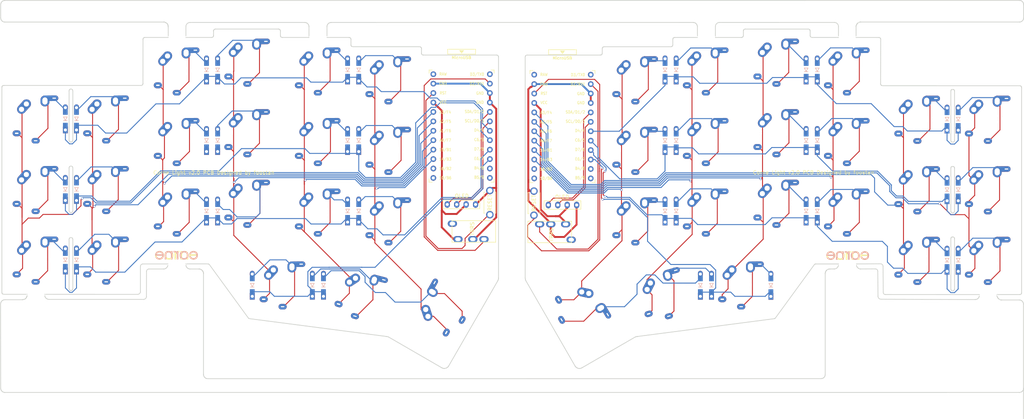
<source format=kicad_pcb>
(kicad_pcb (version 20211014) (generator pcbnew)
  (title_block (title "Corne Light") (date "2020-11-12") (rev "2.0") (company "foostan"))
  (layers (0 "F.Cu" signal) (31 "B.Cu" signal) (34 "B.Paste" user) (35 "F.Paste" user) (36 "B.SilkS" user "B.Silkscreen") (37 "F.SilkS" user "F.Silkscreen") (38 "B.Mask" user) (39 "F.Mask" user) (44 "Edge.Cuts" user))
  (net 0 "")
  (net 1 "row0")
  (net 2 "Net-(D1-Pad2)")
  (net 3 "row1")
  (net 4 "Net-(D2-Pad2)")
  (net 5 "row2")
  (net 6 "Net-(D3-Pad2)")
  (net 7 "row3")
  (net 8 "Net-(D4-Pad2)")
  (net 9 "Net-(D5-Pad2)")
  (net 10 "Net-(D6-Pad2)")
  (net 11 "Net-(D7-Pad2)")
  (net 12 "Net-(D8-Pad2)")
  (net 13 "Net-(D9-Pad2)")
  (net 14 "Net-(D10-Pad2)")
  (net 15 "Net-(D11-Pad2)")
  (net 16 "Net-(D12-Pad2)")
  (net 17 "Net-(D13-Pad2)")
  (net 18 "Net-(D14-Pad2)")
  (net 19 "Net-(D15-Pad2)")
  (net 20 "Net-(D16-Pad2)")
  (net 21 "Net-(D17-Pad2)")
  (net 22 "Net-(D18-Pad2)")
  (net 23 "Net-(D19-Pad2)")
  (net 24 "Net-(D20-Pad2)")
  (net 25 "Net-(D21-Pad2)")
  (net 26 "GND")
  (net 27 "VCC")
  (net 28 "col0")
  (net 29 "col1")
  (net 30 "col2")
  (net 31 "col3")
  (net 32 "col4")
  (net 33 "col5")
  (net 34 "data")
  (net 35 "reset")
  (net 36 "SCL")
  (net 37 "SDA")
  (net 38 "Net-(U1-Pad14)")
  (net 39 "Net-(U1-Pad13)")
  (net 40 "Net-(U1-Pad12)")
  (net 41 "Net-(U1-Pad11)")
  (net 42 "Net-(J1-PadA)")
  (net 43 "Net-(U1-Pad24)")
  (net 44 "Net-(D22-Pad2)")
  (net 45 "row0_r")
  (net 46 "Net-(D23-Pad2)")
  (net 47 "Net-(D24-Pad2)")
  (net 48 "Net-(D25-Pad2)")
  (net 49 "Net-(D26-Pad2)")
  (net 50 "Net-(D27-Pad2)")
  (net 51 "row1_r")
  (net 52 "Net-(D28-Pad2)")
  (net 53 "Net-(D29-Pad2)")
  (net 54 "Net-(D30-Pad2)")
  (net 55 "Net-(D31-Pad2)")
  (net 56 "Net-(D32-Pad2)")
  (net 57 "Net-(D33-Pad2)")
  (net 58 "row2_r")
  (net 59 "Net-(D34-Pad2)")
  (net 60 "Net-(D35-Pad2)")
  (net 61 "Net-(D36-Pad2)")
  (net 62 "Net-(D37-Pad2)")
  (net 63 "Net-(D38-Pad2)")
  (net 64 "Net-(D39-Pad2)")
  (net 65 "Net-(D40-Pad2)")
  (net 66 "row3_r")
  (net 67 "Net-(D41-Pad2)")
  (net 68 "Net-(D42-Pad2)")
  (net 69 "data_r")
  (net 70 "Net-(J6-PadA)")
  (net 71 "SDA_r")
  (net 72 "SCL_r")
  (net 73 "reset_r")
  (net 74 "col0_r")
  (net 75 "col1_r")
  (net 76 "col2_r")
  (net 77 "col3_r")
  (net 78 "col4_r")
  (net 79 "col5_r")
  (net 80 "Net-(U2-Pad24)")
  (net 81 "Net-(U2-Pad14)")
  (net 82 "Net-(U2-Pad13)")
  (net 83 "Net-(U2-Pad12)")
  (net 84 "Net-(U2-Pad11)")
  (net 85 "VDD")
  (net 86 "GNDA")
  (net 87 "Net-(U1-Pad1)")
  (net 88 "Net-(U2-Pad1)")
  (footprint "kbd:MJ-4PP-9_1side" (layer "F.Cu") (at 146.2145 84.432 -90)
    (fp_text reference "J1")
    (fp_text value "MJ-4PP-9" hide)
  )
  (footprint "kbd:MJ-4PP-9_1side" (layer "F.Cu") (at 154.607847 84.565432 90)
    (fp_text reference "J6")
    (fp_text value "MJ-4PP-9" hide)
  )
  (footprint "kbd:ResetSW_1side" (layer "F.Cu") (at 156.374847 76.817432 -90)
    (fp_text reference "RSW2" hide)
    (fp_text value "SW_PUSH")
  )
  (footprint "kbd:keyswitch_cherrymx_alps_choc12_1u" (layer "F.Cu") (at 278.6407 54.1689)
    (fp_text reference "SW22" hide)
    (fp_text value "SW_PUSH" hide)
  )
  (footprint "kbd:keyswitch_cherrymx_alps_choc12_1u" (layer "F.Cu") (at 259.6407 54.1689)
    (fp_text reference "SW23" hide)
    (fp_text value "SW_PUSH" hide)
  )
  (footprint "kbd:keyswitch_cherrymx_alps_choc12_1u" (layer "F.Cu") (at 240.684847 41.170432)
    (fp_text reference "SW24" hide)
    (fp_text value "SW_PUSH" hide)
  )
  (footprint "kbd:keyswitch_cherrymx_alps_choc12_1u" (layer "F.Cu") (at 221.684847 38.795432)
    (fp_text reference "SW25" hide)
    (fp_text value "SW_PUSH" hide)
  )
  (footprint "kbd:keyswitch_cherrymx_alps_choc12_1u" (layer "F.Cu") (at 202.684847 41.170432)
    (fp_text reference "SW26" hide)
    (fp_text value "SW_PUSH" hide)
  )
  (footprint "kbd:keyswitch_cherrymx_alps_choc12_1u" (layer "F.Cu") (at 183.684847 43.545432)
    (fp_text reference "SW27" hide)
    (fp_text value "SW_PUSH" hide)
  )
  (footprint "kbd:keyswitch_cherrymx_alps_choc12_1u" (layer "F.Cu") (at 278.6407 73.1689)
    (fp_text reference "SW28" hide)
    (fp_text value "SW_PUSH" hide)
  )
  (footprint "kbd:keyswitch_cherrymx_alps_choc12_1u" (layer "F.Cu") (at 259.6407 73.1689)
    (fp_text reference "SW29" hide)
    (fp_text value "SW_PUSH" hide)
  )
  (footprint "kbd:keyswitch_cherrymx_alps_choc12_1u" (layer "F.Cu") (at 240.684847 60.170432)
    (fp_text reference "SW30" hide)
    (fp_text value "SW_PUSH" hide)
  )
  (footprint "kbd:keyswitch_cherrymx_alps_choc12_1u" (layer "F.Cu") (at 221.684847 57.795432)
    (fp_text reference "SW31" hide)
    (fp_text value "SW_PUSH" hide)
  )
  (footprint "kbd:keyswitch_cherrymx_alps_choc12_1u" (layer "F.Cu") (at 202.684847 60.170432)
    (fp_text reference "SW32" hide)
    (fp_text value "SW_PUSH" hide)
  )
  (footprint "kbd:keyswitch_cherrymx_alps_choc12_1u" (layer "F.Cu") (at 183.684847 62.545432)
    (fp_text reference "SW33" hide)
    (fp_text value "SW_PUSH" hide)
  )
  (footprint "kbd:keyswitch_cherrymx_alps_choc12_1u" (layer "F.Cu") (at 278.6407 92.1689)
    (fp_text reference "SW34" hide)
    (fp_text value "SW_PUSH" hide)
  )
  (footprint "kbd:keyswitch_cherrymx_alps_choc12_1u" (layer "F.Cu") (at 259.6407 92.1689)
    (fp_text reference "SW35" hide)
    (fp_text value "SW_PUSH" hide)
  )
  (footprint "kbd:keyswitch_cherrymx_alps_choc12_1u" (layer "F.Cu") (at 240.684847 79.170432)
    (fp_text reference "SW36" hide)
    (fp_text value "SW_PUSH" hide)
  )
  (footprint "kbd:keyswitch_cherrymx_alps_choc12_1u" (layer "F.Cu") (at 221.684847 76.795432)
    (fp_text reference "SW37" hide)
    (fp_text value "SW_PUSH" hide)
  )
  (footprint "kbd:keyswitch_cherrymx_alps_choc12_1u" (layer "F.Cu") (at 202.684847 79.170432)
    (fp_text reference "SW38" hide)
    (fp_text value "SW_PUSH" hide)
  )
  (footprint "kbd:keyswitch_cherrymx_alps_choc12_1u" (layer "F.Cu") (at 212.184847 98.795432)
    (fp_text reference "SW40" hide)
    (fp_text value "SW_PUSH" hide)
  )
  (footprint "kbd:keyswitch_cherrymx_alps_choc12_1u" (layer "F.Cu") (at 191.184847 101.545432 15)
    (fp_text reference "SW41" hide)
    (fp_text value "SW_PUSH" hide)
  )
  (footprint "kbd:keyswitch_cherrymx_alps_choc12_1u" (layer "F.Cu") (at 183.684847 81.545432)
    (fp_text reference "SW39" hide)
    (fp_text value "SW_PUSH" hide)
  )
  (footprint "kbd:ProMicro_v3" (layer "F.Cu") (at 136.8925 56.56)
    (fp_text reference "U1" hide)
    (fp_text value "ProMicro" hide)
  )
  (footprint "kbd:ProMicro_v3" (layer "F.Cu") (at 164.062847 56.686432)
    (fp_text reference "U2" hide)
    (fp_text value "ProMicro" hide)
  )
  (footprint "kbd:keyswitch_cherrymx_alps_choc12_1u" (layer "F.Cu") (at 117.1875 43.545)
    (fp_text reference "SW6" hide)
    (fp_text value "SW_PUSH" hide)
  )
  (footprint "kbd:keyswitch_cherrymx_alps_choc12_1u" (layer "F.Cu") (at 98.1875 41.17)
    (fp_text reference "SW5" hide)
    (fp_text value "SW_PUSH" hide)
  )
  (footprint "kbd:keyswitch_cherrymx_alps_choc12_1u" (layer "F.Cu") (at 79.1875 38.795)
    (fp_text reference "SW4" hide)
    (fp_text value "SW_PUSH" hide)
  )
  (footprint "kbd:keyswitch_cherrymx_alps_choc12_1u" (layer "F.Cu") (at 60.1875 41.17)
    (fp_text reference "SW3" hide)
    (fp_text value "SW_PUSH" hide)
  )
  (footprint "kbd:keyswitch_cherrymx_alps_choc12_1u" (layer "F.Cu") (at 41.1685 54.098522)
    (fp_text reference "SW2" hide)
    (fp_text value "SW_PUSH" hide)
  )
  (footprint "kbd:keyswitch_cherrymx_alps_choc12_1u" (layer "F.Cu") (at 117.1875 81.545)
    (fp_text reference "SW18" hide)
    (fp_text value "SW_PUSH" hide)
  )
  (footprint "kbd:keyswitch_cherrymx_alps_choc12_1.5u" (layer "F.Cu") (at 131.9375 105.295 60)
    (fp_text reference "SW21" hide)
    (fp_text value "SW_PUSH" hide)
  )
  (footprint "kbd:keyswitch_cherrymx_alps_choc12_1u" (layer "F.Cu") (at 22.1685 92.098522)
    (fp_text reference "SW13" hide)
    (fp_text value "SW_PUSH" hide)
  )
  (footprint "kbd:keyswitch_cherrymx_alps_choc12_1u" (layer "F.Cu") (at 109.6875 101.545 -15)
    (fp_text reference "SW20" hide)
    (fp_text value "SW_PUSH" hide)
  )
  (footprint "kbd:keyswitch_cherrymx_alps_choc12_1u" (layer "F.Cu") (at 88.6875 98.795)
    (fp_text reference "SW19" hide)
    (fp_text value "SW_PUSH" hide)
  )
  (footprint "kbd:keyswitch_cherrymx_alps_choc12_1u" (layer "F.Cu") (at 98.1875 79.17)
    (fp_text reference "SW17" hide)
    (fp_text value "SW_PUSH" hide)
  )
  (footprint "kbd:keyswitch_cherrymx_alps_choc12_1u" (layer "F.Cu") (at 79.1875 76.795)
    (fp_text reference "SW16" hide)
    (fp_text value "SW_PUSH" hide)
  )
  (footprint "kbd:keyswitch_cherrymx_alps_choc12_1u" (layer "F.Cu") (at 60.1875 79.17)
    (fp_text reference "SW15" hide)
    (fp_text value "SW_PUSH" hide)
  )
  (footprint "kbd:keyswitch_cherrymx_alps_choc12_1u" (layer "F.Cu") (at 41.1685 92.098522)
    (fp_text reference "SW14" hide)
    (fp_text value "SW_PUSH" hide)
  )
  (footprint "kbd:keyswitch_cherrymx_alps_choc12_1u" (layer "F.Cu") (at 117.1875 62.545)
    (fp_text reference "SW12" hide)
    (fp_text value "SW_PUSH" hide)
  )
  (footprint "kbd:keyswitch_cherrymx_alps_choc12_1u" (layer "F.Cu") (at 98.1875 60.17)
    (fp_text reference "SW11" hide)
    (fp_text value "SW_PUSH" hide)
  )
  (footprint "kbd:keyswitch_cherrymx_alps_choc12_1u" (layer "F.Cu") (at 79.1875 57.795)
    (fp_text reference "SW10" hide)
    (fp_text value "SW_PUSH" hide)
  )
  (footprint "kbd:keyswitch_cherrymx_alps_choc12_1u" (layer "F.Cu") (at 60.1875 60.17)
    (fp_text reference "SW9" hide)
    (fp_text value "SW_PUSH" hide)
  )
  (footprint "kbd:keyswitch_cherrymx_alps_choc12_1u" (layer "F.Cu") (at 41.1685 73.098522)
    (fp_text reference "SW8" hide)
    (fp_text value "SW_PUSH" hide)
  )
  (footprint "kbd:keyswitch_cherrymx_alps_choc12_1u" (layer "F.Cu") (at 22.1685 73.098522)
    (fp_text reference "SW7" hide)
    (fp_text value "SW_PUSH" hide)
  )
  (footprint "kbd:keyswitch_cherrymx_alps_choc12_1u" (layer "F.Cu") (at 22.1685 54.098522)
    (fp_text reference "SW1" hide)
    (fp_text value "SW_PUSH" hide)
  )
  (footprint "kbd:thread_m2" (layer "F.Cu") (at 156.330847 93.085432)
    (fp_text reference "Ref**" hide)
    (fp_text value "Val**" hide)
  )
  (footprint "kbd:thread_m2" (layer "F.Cu") (at 170.889847 84.542432)
    (fp_text reference "Ref**" hide)
    (fp_text value "Val**" hide)
  )
  (footprint "kbd:keyswitch_cherrymx_alps_choc12_1.5u" (layer "F.Cu") (at 168.934847 105.295432 -60)
    (fp_text reference "SW42" hide)
    (fp_text value "SW_PUSH" hide)
  )
  (footprint "kbd:OLED_1side" (layer "F.Cu") (at 133.0285 77.168)
    (fp_text reference "J2")
    (fp_text value "OLED" hide)
  )
  (footprint "kbd:ResetSW_1side" (layer "F.Cu") (at 144.5045 76.671 -90)
    (fp_text reference "RSW1" hide)
    (fp_text value "SW_PUSH")
  )
  (footprint "kbd:Breakaway_Tabs" (layer "F.Cu") (at 22.17725 101.558522)
    (fp_text reference "J5")
    (fp_text value "Breakaway_Tabs")
  )
  (footprint "kbd:Breakaway_Tabs" (layer "F.Cu") (at 60.1845 93.38)
    (fp_text reference "J5")
    (fp_text value "Breakaway_Tabs")
  )
  (footprint "kbd:Breakaway_Tabs" (layer "F.Cu") (at 60.2875 31.97)
    (fp_text reference "J5")
    (fp_text value "Breakaway_Tabs")
  )
  (footprint "kbd:Breakaway_Tabs" (layer "F.Cu") (at 98.2575 31.97)
    (fp_text reference "J5")
    (fp_text value "Breakaway_Tabs")
  )
  (footprint "kbd:Breakaway_Tabs" (layer "F.Cu") (at 202.7775 31.98)
    (fp_text reference "J5")
    (fp_text value "Breakaway_Tabs")
  )
  (footprint "kbd:Breakaway_Tabs" (layer "F.Cu") (at 240.7975 31.97)
    (fp_text reference "J5")
    (fp_text value "Breakaway_Tabs")
  )
  (footprint "kbd:Breakaway_Tabs" (layer "F.Cu") (at 278.783353 101.638468)
    (fp_text reference "J5")
    (fp_text value "Breakaway_Tabs")
  )
  (footprint "kbd:Breakaway_Tabs" (layer "F.Cu") (at 240.8275 93.39)
    (fp_text reference "J5")
    (fp_text value "Breakaway_Tabs")
  )
  (footprint "kbd:OLED_1side" (layer "F.Cu") (at 160.2575 77.31)
    (fp_text reference "J7")
    (fp_text value "OLED" hide)
  )
  (footprint "kbd:corne-logo-horizontal" (layer "F.Cu") (at 60.2175 90.93)
    (fp_text reference "G***" hide)
    (fp_text value "LOGO" hide)
  )
  (footprint "kbd:corne-logo-horizontal" (layer "F.Cu") (at 240.9975 91.01)
    (fp_text reference "G***" hide)
    (fp_text value "LOGO" hide)
  )
  (footprint "kbd:D3_TH_SMD_v2" (layer "B.Cu") (at 270.6407 92.1689 90)
    (fp_text reference "D34" hide)
    (fp_text value "D" hide)
  )
  (footprint "kbd:D3_TH_SMD_v2" (layer "B.Cu") (at 232.684847 78.920432 90)
    (fp_text reference "D36" hide)
    (fp_text value "D" hide)
  )
  (footprint "kbd:D3_TH_SMD_v2" (layer "B.Cu") (at 229.684847 78.915432 90)
    (fp_text reference "D37" hide)
    (fp_text value "D" hide)
  )
  (footprint "kbd:D3_TH_SMD_v2" (layer "B.Cu") (at 194.684847 78.920432 90)
    (fp_text reference "D38" hide)
    (fp_text value "D" hide)
  )
  (footprint "kbd:D3_TH_SMD_v2" (layer "B.Cu") (at 191.684847 78.920432 90)
    (fp_text reference "D39" hide)
    (fp_text value "D" hide)
  )
  (footprint "kbd:D3_TH_SMD_v2" (layer "B.Cu") (at 220.184847 98.930432 90)
    (fp_text reference "D40" hide)
    (fp_text value "D" hide)
  )
  (footprint "kbd:D3_TH_SMD_v2" (layer "B.Cu") (at 204.194847 98.915432 90)
    (fp_text reference "D41" hide)
    (fp_text value "D" hide)
  )
  (footprint "kbd:D3_TH_SMD_v2" (layer "B.Cu") (at 201.194847 98.915432 90)
    (fp_text reference "D42" hide)
    (fp_text value "D" hide)
  )
  (footprint "kbd:D3_TH_SMD_v2" (layer "B.Cu") (at 270.6407 54.1689 90)
    (fp_text reference "D22" hide)
    (fp_text value "D" hide)
  )
  (footprint "kbd:D3_TH_SMD_v2" (layer "B.Cu") (at 267.6407 54.1689 90)
    (fp_text reference "D23" hide)
    (fp_text value "D" hide)
  )
  (footprint "kbd:D3_TH_SMD_v2" (layer "B.Cu") (at 232.684847 40.920432 90)
    (fp_text reference "D24" hide)
    (fp_text value "D" hide)
  )
  (footprint "kbd:D3_TH_SMD_v2" (layer "B.Cu") (at 229.684847 40.915432 90)
    (fp_text reference "D25" hide)
    (fp_text value "D" hide)
  )
  (footprint "kbd:D3_TH_SMD_v2" (layer "B.Cu") (at 194.684847 40.920432 90)
    (fp_text reference "D26" hide)
    (fp_text value "D" hide)
  )
  (footprint "kbd:D3_TH_SMD_v2" (layer "B.Cu") (at 191.684847 40.920432 90)
    (fp_text reference "D27" hide)
    (fp_text value "D" hide)
  )
  (footprint "kbd:D3_TH_SMD_v2" (layer "B.Cu") (at 270.6407 73.1689 90)
    (fp_text reference "D28" hide)
    (fp_text value "D" hide)
  )
  (footprint "kbd:D3_TH_SMD_v2" (layer "B.Cu") (at 267.6407 73.1689 90)
    (fp_text reference "D29" hide)
    (fp_text value "D" hide)
  )
  (footprint "kbd:D3_TH_SMD_v2" (layer "B.Cu") (at 232.684847 59.920432 90)
    (fp_text reference "D30" hide)
    (fp_text value "D" hide)
  )
  (footprint "kbd:D3_TH_SMD_v2" (layer "B.Cu") (at 229.684847 59.915432 90)
    (fp_text reference "D31" hide)
    (fp_text value "D" hide)
  )
  (footprint "kbd:D3_TH_SMD_v2" (layer "B.Cu") (at 194.684847 59.920432 90)
    (fp_text reference "D32" hide)
    (fp_text value "D" hide)
  )
  (footprint "kbd:D3_TH_SMD_v2" (layer "B.Cu") (at 33.1685 92.098522 90)
    (fp_text reference "D14" hide)
    (fp_text value "D" hide)
  )
  (footprint "kbd:D3_TH_SMD_v2" (layer "B.Cu") (at 33.1685 73.098522 90)
    (fp_text reference "D8" hide)
    (fp_text value "D" hide)
  )
  (footprint "kbd:D3_TH_SMD_v2" (layer "B.Cu") (at 33.1685 54.098522 90)
    (fp_text reference "D2" hide)
    (fp_text value "D" hide)
  )
  (footprint "kbd:D3_TH_SMD_v2" (layer "B.Cu") (at 191.684847 59.920432 90)
    (fp_text reference "D33" hide)
    (fp_text value "D" hide)
  )
  (footprint "kbd:D3_TH_SMD_v2" (layer "B.Cu") (at 99.6875 98.905 90)
    (fp_text reference "D21" hide)
    (fp_text value "D" hide)
  )
  (footprint "kbd:D3_TH_SMD_v2" (layer "B.Cu") (at 96.6875 98.905 90)
    (fp_text reference "D20" hide)
    (fp_text value "D" hide)
  )
  (footprint "kbd:D3_TH_SMD_v2" (layer "B.Cu") (at 80.5075 98.91 90)
    (fp_text reference "D19" hide)
    (fp_text value "D" hide)
  )
  (footprint "kbd:D3_TH_SMD_v2" (layer "B.Cu") (at 109.1875 78.92 90)
    (fp_text reference "D18" hide)
    (fp_text value "D" hide)
  )
  (footprint "kbd:D3_TH_SMD_v2" (layer "B.Cu") (at 106.1875 78.92 90)
    (fp_text reference "D17" hide)
    (fp_text value "D" hide)
  )
  (footprint "kbd:D3_TH_SMD_v2" (layer "B.Cu") (at 71.1875 78.915 90)
    (fp_text reference "D16" hide)
    (fp_text value "D" hide)
  )
  (footprint "kbd:D3_TH_SMD_v2" (layer "B.Cu") (at 68.1875 78.92 90)
    (fp_text reference "D15" hide)
    (fp_text value "D" hide)
  )
  (footprint "kbd:D3_TH_SMD_v2" (layer "B.Cu") (at 30.1685 92.095397 90)
    (fp_text reference "D13" hide)
    (fp_text value "D" hide)
  )
  (footprint "kbd:D3_TH_SMD_v2" (layer "B.Cu") (at 109.1875 59.92 90)
    (fp_text reference "D12" hide)
    (fp_text value "D" hide)
  )
  (footprint "kbd:D3_TH_SMD_v2" (layer "B.Cu") (at 106.1875 59.92 90)
    (fp_text reference "D11" hide)
    (fp_text value "D" hide)
  )
  (footprint "kbd:D3_TH_SMD_v2" (layer "B.Cu") (at 71.1875 59.915 90)
    (fp_text reference "D10" hide)
    (fp_text value "D" hide)
  )
  (footprint "kbd:D3_TH_SMD_v2" (layer "B.Cu") (at 68.1875 59.92 90)
    (fp_text reference "D9" hide)
    (fp_text value "D" hide)
  )
  (footprint "kbd:D3_TH_SMD_v2" (layer "B.Cu") (at 30.1685 73.095397 90)
    (fp_text reference "D7" hide)
    (fp_text value "D" hide)
  )
  (footprint "kbd:D3_TH_SMD_v2" (layer "B.Cu") (at 109.1875 40.92 90)
    (fp_text reference "D6" hide)
    (fp_text value "D" hide)
  )
  (footprint "kbd:D3_TH_SMD_v2" (layer "B.Cu") (at 106.1875 40.92 90)
    (fp_text reference "D5" hide)
    (fp_text value "D" hide)
  )
  (footprint "kbd:D3_TH_SMD_v2" (layer "B.Cu") (at 71.1875 40.915 90)
    (fp_text reference "D4" hide)
    (fp_text value "D" hide)
  )
  (footprint "kbd:D3_TH_SMD_v2" (layer "B.Cu") (at 68.1875 40.92 90)
    (fp_text reference "D3" hide)
    (fp_text value "D" hide)
  )
  (footprint "kbd:D3_TH_SMD_v2" (layer "B.Cu") (at 30.1685 54.095397 90)
    (fp_text reference "D1" hide)
    (fp_text value "D" hide)
  )
  (footprint "kbd:D3_TH_SMD_v2" (layer "B.Cu") (at 267.6407 92.1689 90)
    (fp_text reference "D35" hide)
    (fp_text value "D" hide)
  )
  (footprint "kbd:spacer_m2" (layer "B.Cu") (at 31.6765 82.599022 180)
    (fp_text reference "Ref**" hide)
    (fp_text value "Val**" hide)
  )
  (footprint "kbd:spacer_m2" (layer "B.Cu") (at 107.6505 51.9305 180)
    (fp_text reference "Ref**" hide)
    (fp_text value "Val**" hide)
  )
  (footprint "kbd:spacer_m2" (layer "B.Cu") (at 31.6765 63.599022 180)
    (fp_text reference "Ref**" hide)
    (fp_text value "Val**" hide)
  )
  (footprint "kbd:spacer_m2" (layer "B.Cu") (at 74.8395 91.6855 180)
    (fp_text reference "Ref**" hide)
    (fp_text value "Val**" hide)
  )
  (footprint "kbd:spacer_m2" (layer "B.Cu") (at 121.4055 99.3 180)
    (fp_text reference "Ref**" hide)
    (fp_text value "Val**" hide)
  )
  (footprint "kbd:thread_m2" (layer "B.Cu") (at 129.9445 84.419 180)
    (fp_text reference "Ref**" hide)
    (fp_text value "Val**" hide)
  )
  (footprint "kbd:thread_m2" (layer "B.Cu") (at 144.3765 92.94 180)
    (fp_text reference "Ref**" hide)
    (fp_text value "Val**" hide)
  )
  (footprint "kbd:spacer_m2" (layer "B.Cu") (at 193.235847 51.936932 180)
    (fp_text reference "Ref**" hide)
    (fp_text value "Val**" hide)
  )
  (footprint "kbd:spacer_m2" (layer "B.Cu") (at 179.485847 99.446932 180)
    (fp_text reference "Ref**" hide)
    (fp_text value "Val**" hide)
  )
  (footprint "kbd:spacer_m2" (layer "B.Cu") (at 226.055847 91.696932 180)
    (fp_text reference "Ref**" hide)
    (fp_text value "Val**" hide)
  )
  (footprint "kbd:spacer_m2" (layer "B.Cu") (at 269.1517 63.6754 180)
    (fp_text reference "Ref**" hide)
    (fp_text value "Val**" hide)
  )
  (footprint "kbd:spacer_m2" (layer "B.Cu") (at 269.1517 82.6754 180)
    (fp_text reference "Ref**" hide)
    (fp_text value "Val**" hide)
  )
  (footprint "kbd:corne-logo-horizontal" (layer "B.Cu") (at 59.9875 90.93 180)
    (fp_text reference "G***" hide)
    (fp_text value "LOGO" hide)
  )
  (footprint "kbd:corne-logo-horizontal" (layer "B.Cu") (at 240.7675 91.01 180)
    (fp_text reference "G***" hide)
    (fp_text value "LOGO" hide)
  )
  (gr_line (start 31.1785 59.838522) (end 31.1785 46.588522) (layer "Edge.Cuts") (width 0.2))
  (gr_line (start 32.1785 67.338522) (end 32.1785 78.838522) (layer "Edge.Cuts") (width 0.2))
  (gr_line (start 31.45975 46.119772) (end 31.6785 46.088522) (layer "Edge.Cuts") (width 0.2))
  (gr_line (start 31.866 46.119772) (end 31.6785 46.088522) (layer "Edge.Cuts") (width 0.2))
  (gr_line (start 31.20975 46.401022) (end 31.3035 46.213522) (layer "Edge.Cuts") (width 0.2))
  (gr_line (start 31.20975 46.401022) (end 31.1785 46.588522) (layer "Edge.Cuts") (width 0.2))
  (gr_line (start 32.14725 46.401022) (end 32.0535 46.213522) (layer "Edge.Cuts") (width 0.2))
  (gr_line (start 32.1785 46.588522) (end 32.14725 46.401022) (layer "Edge.Cuts") (width 0.2))
  (gr_line (start 31.491 60.307272) (end 31.6785 60.338522) (layer "Edge.Cuts") (width 0.2))
  (gr_line (start 31.20975 60.026022) (end 31.3035 60.213522) (layer "Edge.Cuts") (width 0.2))
  (gr_line (start 31.1785 59.838522) (end 31.20975 60.026022) (layer "Edge.Cuts") (width 0.2))
  (gr_line (start 32.14725 60.026022) (end 32.1785 59.838522) (layer "Edge.Cuts") (width 0.2))
  (gr_line (start 31.89725 60.307272) (end 32.0535 60.213522) (layer "Edge.Cuts") (width 0.2))
  (gr_line (start 32.14725 60.026022) (end 32.0535 60.213522) (layer "Edge.Cuts") (width 0.2))
  (gr_line (start 31.89725 60.307272) (end 31.6785 60.338522) (layer "Edge.Cuts") (width 0.2))
  (gr_line (start 31.3035 60.213522) (end 31.491 60.307272) (layer "Edge.Cuts") (width 0.2))
  (gr_line (start 31.866 66.869772) (end 31.6785 66.838522) (layer "Edge.Cuts") (width 0.2))
  (gr_line (start 32.14725 67.151022) (end 32.0535 66.963522) (layer "Edge.Cuts") (width 0.2))
  (gr_line (start 32.1785 67.338522) (end 32.14725 67.151022) (layer "Edge.Cuts") (width 0.2))
  (gr_line (start 31.20975 67.151022) (end 31.1785 67.338522) (layer "Edge.Cuts") (width 0.2))
  (gr_line (start 31.45975 66.869772) (end 31.3035 66.963522) (layer "Edge.Cuts") (width 0.2))
  (gr_line (start 31.20975 67.151022) (end 31.3035 66.963522) (layer "Edge.Cuts") (width 0.2))
  (gr_line (start 31.45975 66.869772) (end 31.6785 66.838522) (layer "Edge.Cuts") (width 0.2))
  (gr_line (start 32.0535 66.963522) (end 31.866 66.869772) (layer "Edge.Cuts") (width 0.2))
  (gr_line (start 31.491 79.307272) (end 31.6785 79.338522) (layer "Edge.Cuts") (width 0.2))
  (gr_line (start 32.14725 79.026022) (end 32.1785 78.838522) (layer "Edge.Cuts") (width 0.2))
  (gr_line (start 32.14725 79.026022) (end 32.0535 79.213522) (layer "Edge.Cuts") (width 0.2))
  (gr_line (start 31.20975 79.026022) (end 31.3035 79.213522) (layer "Edge.Cuts") (width 0.2))
  (gr_line (start 31.89725 79.307272) (end 32.0535 79.213522) (layer "Edge.Cuts") (width 0.2))
  (gr_line (start 31.3035 79.213522) (end 31.491 79.307272) (layer "Edge.Cuts") (width 0.2))
  (gr_line (start 31.89725 79.307272) (end 31.6785 79.338522) (layer "Edge.Cuts") (width 0.2))
  (gr_line (start 31.1785 78.838522) (end 31.20975 79.026022) (layer "Edge.Cuts") (width 0.2))
  (gr_line (start 31.45975 86.119772) (end 31.3035 86.213522) (layer "Edge.Cuts") (width 0.2))
  (gr_line (start 31.20975 86.401022) (end 31.3035 86.213522) (layer "Edge.Cuts") (width 0.2))
  (gr_line (start 32.14725 86.401022) (end 32.0535 86.213522) (layer "Edge.Cuts") (width 0.2))
  (gr_line (start 31.866 86.119772) (end 31.6785 86.088522) (layer "Edge.Cuts") (width 0.2))
  (gr_line (start 32.0535 86.213522) (end 31.866 86.119772) (layer "Edge.Cuts") (width 0.2))
  (gr_line (start 31.20975 86.401022) (end 31.1785 86.588522) (layer "Edge.Cuts") (width 0.2))
  (gr_line (start 32.1785 86.588522) (end 32.14725 86.401022) (layer "Edge.Cuts") (width 0.2))
  (gr_line (start 31.45975 86.119772) (end 31.6785 86.088522) (layer "Edge.Cuts") (width 0.2))
  (gr_line (start 32.14725 100.026022) (end 32.1785 99.838522) (layer "Edge.Cuts") (width 0.2))
  (gr_line (start 31.89725 100.307272) (end 32.0535 100.213522) (layer "Edge.Cuts") (width 0.2))
  (gr_line (start 31.89725 100.307272) (end 31.6785 100.338522) (layer "Edge.Cuts") (width 0.2))
  (gr_line (start 32.14725 100.026022) (end 32.0535 100.213522) (layer "Edge.Cuts") (width 0.2))
  (gr_line (start 31.1785 99.838522) (end 31.20975 100.026022) (layer "Edge.Cuts") (width 0.2))
  (gr_line (start 31.20975 100.026022) (end 31.3035 100.213522) (layer "Edge.Cuts") (width 0.2))
  (gr_line (start 31.491 100.307272) (end 31.6785 100.338522) (layer "Edge.Cuts") (width 0.2))
  (gr_line (start 31.3035 100.213522) (end 31.491 100.307272) (layer "Edge.Cuts") (width 0.2))
  (gr_line (start 269.340853 46.189718) (end 269.153353 46.158468) (layer "Edge.Cuts") (width 0.2))
  (gr_line (start 269.622103 46.470968) (end 269.528353 46.283468) (layer "Edge.Cuts") (width 0.2))
  (gr_line (start 269.653353 46.658468) (end 269.622103 46.470968) (layer "Edge.Cuts") (width 0.2))
  (gr_line (start 268.684603 46.470968) (end 268.653353 46.658468) (layer "Edge.Cuts") (width 0.2))
  (gr_line (start 268.934603 46.189718) (end 268.778353 46.283468) (layer "Edge.Cuts") (width 0.2))
  (gr_line (start 268.684603 46.470968) (end 268.778353 46.283468) (layer "Edge.Cuts") (width 0.2))
  (gr_line (start 268.934603 46.189718) (end 269.153353 46.158468) (layer "Edge.Cuts") (width 0.2))
  (gr_line (start 269.528353 46.283468) (end 269.340853 46.189718) (layer "Edge.Cuts") (width 0.2))
  (gr_line (start 269.622103 60.095968) (end 269.528353 60.283468) (layer "Edge.Cuts") (width 0.2))
  (gr_line (start 269.372103 60.377218) (end 269.528353 60.283468) (layer "Edge.Cuts") (width 0.2))
  (gr_line (start 268.684603 60.095968) (end 268.778353 60.283468) (layer "Edge.Cuts") (width 0.2))
  (gr_line (start 268.965853 60.377218) (end 269.153353 60.408468) (layer "Edge.Cuts") (width 0.2))
  (gr_line (start 269.372103 60.377218) (end 269.153353 60.408468) (layer "Edge.Cuts") (width 0.2))
  (gr_line (start 269.622103 60.095968) (end 269.653353 59.908468) (layer "Edge.Cuts") (width 0.2))
  (gr_line (start 268.778353 60.283468) (end 268.965853 60.377218) (layer "Edge.Cuts") (width 0.2))
  (gr_line (start 268.653353 59.908468) (end 268.684603 60.095968) (layer "Edge.Cuts") (width 0.2))
  (gr_line (start 268.934603 66.939718) (end 269.153353 66.908468) (layer "Edge.Cuts") (width 0.2))
  (gr_line (start 268.684603 67.220968) (end 268.653353 67.408468) (layer "Edge.Cuts") (width 0.2))
  (gr_line (start 269.528353 67.033468) (end 269.340853 66.939718) (layer "Edge.Cuts") (width 0.2))
  (gr_line (start 269.622103 67.220968) (end 269.528353 67.033468) (layer "Edge.Cuts") (width 0.2))
  (gr_line (start 269.340853 66.939718) (end 269.153353 66.908468) (layer "Edge.Cuts") (width 0.2))
  (gr_line (start 268.934603 66.939718) (end 268.778353 67.033468) (layer "Edge.Cuts") (width 0.2))
  (gr_line (start 268.684603 67.220968) (end 268.778353 67.033468) (layer "Edge.Cuts") (width 0.2))
  (gr_line (start 269.653353 67.408468) (end 269.622103 67.220968) (layer "Edge.Cuts") (width 0.2))
  (gr_line (start 269.372103 79.377218) (end 269.153353 79.408468) (layer "Edge.Cuts") (width 0.2))
  (gr_line (start 269.622103 79.095968) (end 269.653353 78.908468) (layer "Edge.Cuts") (width 0.2))
  (gr_line (start 268.653353 78.908468) (end 268.684603 79.095968) (layer "Edge.Cuts") (width 0.2))
  (gr_line (start 269.372103 79.377218) (end 269.528353 79.283468) (layer "Edge.Cuts") (width 0.2))
  (gr_line (start 268.965853 79.377218) (end 269.153353 79.408468) (layer "Edge.Cuts") (width 0.2))
  (gr_line (start 269.622103 79.095968) (end 269.528353 79.283468) (layer "Edge.Cuts") (width 0.2))
  (gr_line (start 268.778353 79.283468) (end 268.965853 79.377218) (layer "Edge.Cuts") (width 0.2))
  (gr_line (start 268.684603 79.095968) (end 268.778353 79.283468) (layer "Edge.Cuts") (width 0.2))
  (gr_line (start 269.622103 86.220968) (end 269.528353 86.033468) (layer "Edge.Cuts") (width 0.2))
  (gr_line (start 268.684603 86.220968) (end 268.778353 86.033468) (layer "Edge.Cuts") (width 0.2))
  (gr_line (start 269.528353 86.033468) (end 269.340853 85.939718) (layer "Edge.Cuts") (width 0.2))
  (gr_line (start 268.684603 86.220968) (end 268.653353 86.408468) (layer "Edge.Cuts") (width 0.2))
  (gr_line (start 268.934603 85.939718) (end 268.778353 86.033468) (layer "Edge.Cuts") (width 0.2))
  (gr_line (start 269.340853 85.939718) (end 269.153353 85.908468) (layer "Edge.Cuts") (width 0.2))
  (gr_line (start 269.653353 86.408468) (end 269.622103 86.220968) (layer "Edge.Cuts") (width 0.2))
  (gr_line (start 268.934603 85.939718) (end 269.153353 85.908468) (layer "Edge.Cuts") (width 0.2))
  (gr_line (start 268.653353 99.908468) (end 268.684603 100.095968) (layer "Edge.Cuts") (width 0.2))
  (gr_line (start 269.372103 100.377218) (end 269.153353 100.408468) (layer "Edge.Cuts") (width 0.2))
  (gr_line (start 268.965853 100.377218) (end 269.153353 100.408468) (layer "Edge.Cuts") (width 0.2))
  (gr_line (start 269.622103 100.095968) (end 269.528353 100.283468) (layer "Edge.Cuts") (width 0.2))
  (gr_line (start 268.778353 100.283468) (end 268.965853 100.377218) (layer "Edge.Cuts") (width 0.2))
  (gr_line (start 268.684603 100.095968) (end 268.778353 100.283468) (layer "Edge.Cuts") (width 0.2))
  (gr_line (start 269.622103 100.095968) (end 269.653353 99.908468) (layer "Edge.Cuts") (width 0.2))
  (gr_line (start 269.372103 100.377218) (end 269.528353 100.283468) (layer "Edge.Cuts") (width 0.2))
  (gr_line (start 276.012658 102.447269) (end 276.154898 102.274549) (layer "Edge.Cuts") (width 0.2))
  (gr_line (start 193.671986 34.48854) (end 193.570387 34.5876) (layer "Edge.Cuts") (width 0.2))
  (gr_line (start 249.572251 32.288902) (end 249.673851 32.387962) (layer "Edge.Cuts") (width 0.2))
  (gr_line (start 287.761114 27.841367) (end 287.933833 27.699127) (layer "Edge.Cuts") (width 0.2))
  (gr_line (start 69.585489 32.179682) (end 62.636056 32.179682) (layer "Edge.Cuts") (width 0.2))
  (gr_line (start 57.855781 29.037705) (end 57.881181 29.268845) (layer "Edge.Cuts") (width 0.2))
  (gr_line (start 243.687077 28.245226) (end 243.892817 28.133466) (layer "Edge.Cuts") (width 0.2))
  (gr_line (start 234.847886 95.53738) (end 234.847886 95.53738) (layer "Edge.Cuts") (width 0.2))
  (gr_line (start 249.75118 44.68382) (end 249.75118 44.68382) (layer "Edge.Cuts") (width 0.2))
  (gr_line (start 66.829592 94.74998) (end 66.832132 94.75506) (layer "Edge.Cuts") (width 0.2))
  (gr_line (start 287.354714 127.762328) (end 287.565534 127.696288) (layer "Edge.Cuts") (width 0.2))
  (gr_line (start 67.169951 95.09034) (end 67.172491 95.09288) (layer "Edge.Cuts") (width 0.2))
  (gr_line (start 126.054713 35.009239) (end 125.983593 34.8797) (layer "Edge.Cuts") (width 0.2))
  (gr_line (start 169.40485 121.097374) (end 169.277851 121.173574) (layer "Edge.Cuts") (width 0.2))
  (gr_line (start 57.784661 28.801486) (end 57.787201 28.806566) (layer "Edge.Cuts") (width 0.2))
  (gr_line (start 243.892817 28.133466) (end 243.892817 28.133466) (layer "Edge.Cuts") (width 0.2))
  (gr_line (start 243.496577 28.400166) (end 243.501657 28.397626) (layer "Edge.Cuts") (width 0.2))
  (gr_line (start 133.382606 120.711295) (end 146.608373 97.777657) (layer "Edge.Cuts") (width 0.2))
  (gr_line (start 230.27335 29.936864) (end 230.44353 29.967344) (layer "Edge.Cuts") (width 0.2))
  (gr_line (start 57.512881 28.400166) (end 57.512881 28.400166) (layer "Edge.Cuts") (width 0.2))
  (gr_line (start 19.104359 102.725303) (end 19.099279 102.727843) (layer "Edge.Cuts") (width 0.2))
  (gr_line (start 169.277851 121.173574) (end 169.140691 121.237074) (layer "Edge.Cuts") (width 0.2))
  (gr_line (start 281.646373 102.675869) (end 281.643833 102.673329) (layer "Edge.Cuts") (width 0.2))
  (gr_line (start 230.77373 30.437244) (end 230.77373 30.437244) (layer "Edge.Cuts") (width 0.2))
  (gr_line (start 18.636999 102.821823) (end 18.636999 102.821823) (layer "Edge.Cuts") (width 0.2))
  (gr_line (start 19.838418 101.826144) (end 19.838418 101.831224) (layer "Edge.Cuts") (width 0.2))
  (gr_line (start 146.803953 37.259677) (end 146.732833 37.130137) (layer "Edge.Cuts") (width 0.2))
  (gr_line (start 287.123574 22.197492) (end 13.893504 22.207652) (layer "Edge.Cuts") (width 0.2))
  (gr_line (start 287.557914 22.283852) (end 287.347094 22.220352) (layer "Edge.Cuts") (width 0.2))
  (gr_line (start 154.025166 97.005498) (end 154.022626 96.911518) (layer "Edge.Cuts") (width 0.2))
  (gr_line (start 281.191713 102.129769) (end 281.191713 102.129769) (layer "Edge.Cuts") (width 0.2))
  (gr_line (start 167.741152 121.016095) (end 167.637012 120.917035) (layer "Edge.Cuts") (width 0.2))
  (gr_line (start 87.883631 30.028304) (end 87.754091 29.959724) (layer "Edge.Cuts") (width 0.2))
  (gr_line (start 51.183207 32.382882) (end 51.114627 32.512422) (layer "Edge.Cuts") (width 0.2))
  (gr_line (start 56.644202 94.544241) (end 56.649282 94.544241) (layer "Edge.Cuts") (width 0.2))
  (gr_line (start 287.126114 127.785188) (end 287.131194 127.785188) (layer "Edge.Cuts") (width 0.2))
  (gr_line (start 199.470801 28.156326) (end 199.249821 28.136006) (layer "Edge.Cuts") (width 0.2))
  (gr_line (start 13.672524 127.772488) (end 13.896044 127.792808) (layer "Edge.Cuts") (width 0.2))
  (gr_line (start 275.842478 102.589509) (end 276.012658 102.447269) (layer "Edge.Cuts") (width 0.2))
  (gr_line (start 70.283988 30.030844) (end 70.184928 30.132444) (layer "Edge.Cuts") (width 0.2))
  (gr_line (start 12.927085 103.329822) (end 12.822945 103.525402) (layer "Edge.Cuts") (width 0.2))
  (gr_line (start 50.564768 45.108) (end 50.737488 45.08006) (layer "Edge.Cuts") (width 0.2))
  (gr_line (start 281.308553 102.340589) (end 281.306013 102.338049) (layer "Edge.Cuts") (width 0.2))
  (gr_line (start 57.324921 28.247766) (end 57.324921 28.247766) (layer "Edge.Cuts") (width 0.2))
  (gr_line (start 243.161298 29.037705) (end 243.161298 29.032625) (layer "Edge.Cuts") (width 0.2))
  (gr_line (start 18.631919 102.821823) (end 18.626839 102.821823) (layer "Edge.Cuts") (width 0.2))
  (gr_line (start 57.853241 29.027545) (end 57.855781 29.027545) (layer "Edge.Cuts") (width 0.2))
  (gr_line (start 288.068453 22.700412) (end 287.926213 22.527692) (layer "Edge.Cuts") (width 0.2))
  (gr_line (start 101.327838 28.232526) (end 101.132258 28.339206) (layer "Edge.Cuts") (width 0.2))
  (gr_line (start 25.528012 102.699903) (end 25.751532 102.722763) (layer "Edge.Cuts") (width 0.2))
  (gr_line (start 13.664904 22.230512) (end 13.454084 22.296552) (layer "Edge.Cuts") (width 0.2))
  (gr_arc (start 251.0161 101.4198) (mid 250.620969 101.256131) (end 250.4573 100.861) (layer "Edge.Cuts") (width 0.2))
  (gr_line (start 19.861278 101.589924) (end 19.861278 101.589924) (layer "Edge.Cuts") (width 0.2))
  (gr_line (start 107.416212 34.6511) (end 107.583851 34.67904) (layer "Edge.Cuts") (width 0.2))
  (gr_line (start 288.024306 103.384528) (end 287.882066 103.214348) (layer "Edge.Cuts") (width 0.2))
  (gr_line (start 237.255803 94.534081) (end 237.479323 94.511221) (layer "Edge.Cuts") (width 0.2))
  (gr_line (start 106.984412 32.380342) (end 106.882812 32.278742) (layer "Edge.Cuts") (width 0.2))
  (gr_line (start 235.183165 94.90492) (end 235.185705 94.89984) (layer "Edge.Cuts") (width 0.2))
  (gr_line (start 19.099279 102.727843) (end 18.878299 102.796423) (layer "Edge.Cuts") (width 0.2))
  (gr_line (start 66.146332 94.544241) (end 66.148872 94.544241) (layer "Edge.Cuts") (width 0.2))
  (gr_line (start 68.08435 124.008212) (end 68.29771 124.071712) (layer "Edge.Cuts") (width 0.2))
  (gr_line (start 244.372876 28.034406) (end 244.372876 28.034406) (layer "Edge.Cuts") (width 0.2))
  (gr_line (start 288.241173 126.868249) (end 288.264033 126.644729) (layer "Edge.Cuts") (width 0.2))
  (gr_line (start 154.042946 97.188378) (end 154.025166 97.005498) (layer "Edge.Cuts") (width 0.2))
  (gr_line (start 234.129066 123.995512) (end 234.324646 123.888832) (layer "Edge.Cuts") (width 0.2))
  (gr_line (start 174.771865 35.187039) (end 174.802345 35.016859) (layer "Edge.Cuts") (width 0.2))
  (gr_line (start 281.651453 102.678409) (end 281.651453 102.678409) (layer "Edge.Cuts") (width 0.2))
  (gr_line (start 230.87279 31.986642) (end 230.80167 31.854563) (layer "Edge.Cuts") (width 0.2))
  (gr_arc (start 249.6953 93.1394) (mid 250.198194 93.347706) (end 250.4065 93.8506) (layer "Edge.Cuts") (width 0.2))
  (gr_line (start 13.264905 45.209599) (end 13.165845 45.311199) (layer "Edge.Cuts") (width 0.2))
  (gr_line (start 281.463493 102.526009) (end 281.458413 102.523469) (layer "Edge.Cuts") (width 0.2))
  (gr_line (start 249.8477 102.6898) (end 275.207479 102.782549) (layer "Edge.Cuts") (width 0.2))
  (gr_line (start 19.109439 102.722763) (end 19.106899 102.725303) (layer "Edge.Cuts") (width 0.2))
  (gr_line (start 243.679457 28.250306) (end 243.681997 28.250306) (layer "Edge.Cuts") (width 0.2))
  (gr_line (start 101.769797 28.143626) (end 101.762177 28.143626) (layer "Edge.Cuts") (width 0.2))
  (gr_line (start 126.115673 36.601818) (end 126.184253 36.731358) (layer "Edge.Cuts") (width 0.2))
  (gr_line (start 234.850426 95.5323) (end 234.850426 95.52722) (layer "Edge.Cuts") (width 0.2))
  (gr_line (start 67.380771 122.961733) (end 67.403631 123.185252) (layer "Edge.Cuts") (width 0.2))
  (gr_line (start 281.651453 102.678409) (end 281.651453 102.678409) (layer "Edge.Cuts") (width 0.2))
  (gr_line (start 12.844485 127.096849) (end 12.951165 127.292428) (layer "Edge.Cuts") (width 0.2))
  (gr_line (start 87.583911 29.929244) (end 70.583708 29.929244) (layer "Edge.Cuts") (width 0.2))
  (gr_line (start 12.946085 22.715652) (end 12.841945 22.911231) (layer "Edge.Cuts") (width 0.2))
  (gr_line (start 57.665281 28.585586) (end 57.667821 28.585586) (layer "Edge.Cuts") (width 0.2))
  (gr_line (start 234.847886 95.53738) (end 234.847886 95.53484) (layer "Edge.Cuts") (width 0.2))
  (gr_line (start 19.652998 102.273183) (end 19.505678 102.453523) (layer "Edge.Cuts") (width 0.2))
  (gr_line (start 234.804706 123.167472) (end 234.825026 122.943953) (layer "Edge.Cuts") (width 0.2))
  (gr_line (start 67.380771 95.771059) (end 67.380771 95.773599) (layer "Edge.Cuts") (width 0.2))
  (gr_line (start 133.324186 120.792575) (end 133.380066 120.716375) (layer "Edge.Cuts") (width 0.2))
  (gr_line (start 235.815625 94.559481) (end 235.818165 94.559481) (layer "Edge.Cuts") (width 0.2))
  (gr_line (start 57.855781 29.032625) (end 57.855781 29.037705) (layer "Edge.Cuts") (width 0.2))
  (gr_line (start 281.643833 102.673329) (end 281.463493 102.528549) (layer "Edge.Cuts") (width 0.2))
  (gr_line (start 194.273966 32.184762) (end 200.39536 32.184762) (layer "Edge.Cuts") (width 0.2))
  (gr_line (start 106.882812 32.278742) (end 106.753272 32.210162) (layer "Edge.Cuts") (width 0.2))
  (gr_line (start 244.365256 28.034406) (end 244.367796 28.034406) (layer "Edge.Cuts") (width 0.2))
  (gr_line (start 13.258505 22.400692) (end 13.085785 22.542932) (layer "Edge.Cuts") (width 0.2))
  (gr_line (start 288.264033 23.330331) (end 288.238633 23.106811) (layer "Edge.Cuts") (width 0.2))
  (gr_line (start 244.121417 28.062346) (end 244.121417 28.062346) (layer "Edge.Cuts") (width 0.2))
  (gr_line (start 287.347094 22.220352) (end 287.123574 22.197492) (layer "Edge.Cuts") (width 0.2))
  (gr_line (start 69.585489 32.179682) (end 69.755669 32.151742) (layer "Edge.Cuts") (width 0.2))
  (gr_line (start 66.387632 94.569641) (end 66.611152 94.635681) (layer "Edge.Cuts") (width 0.2))
  (gr_line (start 67.380771 95.778679) (end 67.380771 95.778679) (layer "Edge.Cuts") (width 0.2))
  (gr_line (start 57.667821 28.585586) (end 57.670361 28.590666) (layer "Edge.Cuts") (width 0.2))
  (gr_line (start 67.380771 95.778679) (end 67.380771 122.956653) (layer "Edge.Cuts") (width 0.2))
  (gr_line (start 238.302282 93.830501) (end 238.365782 93.617142) (layer "Edge.Cuts") (width 0.2))
  (gr_line (start 235.584485 94.633141) (end 235.589565 94.630601) (layer "Edge.Cuts") (width 0.2))
  (gr_line (start 19.109439 102.722763) (end 19.109439 102.722763) (layer "Edge.Cuts") (width 0.2))
  (gr_line (start 131.718908 121.229454) (end 131.871307 121.280254) (layer "Edge.Cuts") (width 0.2))
  (gr_line (start 95.780483 29.281545) (end 95.780483 29.276465) (layer "Edge.Cuts") (width 0.2))
  (gr_line (start 183.697416 112.837303) (end 169.40485 121.097374) (layer "Edge.Cuts") (width 0.2))
  (gr_line (start 19.658078 102.265563) (end 19.655538 102.270643) (layer "Edge.Cuts") (width 0.2))
  (gr_line (start 243.501657 28.397626) (end 243.679457 28.250306) (layer "Edge.Cuts") (width 0.2))
  (gr_line (start 18.626839 102.821823) (end 13.874504 102.821823) (layer "Edge.Cuts") (width 0.2))
  (gr_line (start 66.611152 94.635681) (end 66.611152 94.635681) (layer "Edge.Cuts") (width 0.2))
  (gr_line (start 235.376205 94.7449) (end 235.579405 94.633141) (layer "Edge.Cuts") (width 0.2))
  (gr_line (start 268.653353 67.408468) (end 268.653353 78.908468) (layer "Edge.Cuts") (width 0.2))
  (gr_line (start 66.824512 94.74744) (end 66.824512 94.74744) (layer "Edge.Cuts") (width 0.2))
  (gr_line (start 19.505678 102.453523) (end 19.505678 102.453523) (layer "Edge.Cuts") (width 0.2))
  (gr_line (start 12.844485 27.348607) (end 12.951165 27.541647) (layer "Edge.Cuts") (width 0.2))
  (gr_line (start 67.281711 95.29862) (end 67.281711 95.29862) (layer "Edge.Cuts") (width 0.2))
  (gr_line (start 199.87974 28.326506) (end 199.68416 28.222366) (layer "Edge.Cuts") (width 0.2))
  (gr_line (start 287.131194 127.785188) (end 287.354714 127.762328) (layer "Edge.Cuts") (width 0.2))
  (gr_line (start 281.120593 101.89863) (end 281.120593 101.89863) (layer "Edge.Cuts") (width 0.2))
  (gr_line (start 19.767298 102.057283) (end 19.767298 102.062363) (layer "Edge.Cuts") (width 0.2))
  (gr_line (start 175.104605 34.71714) (end 175.272245 34.68666) (layer "Edge.Cuts") (width 0.2))
  (gr_line (start 67.017552 94.90746) (end 67.167411 95.08526) (layer "Edge.Cuts") (width 0.2))
  (gr_line (start 66.611152 94.635681) (end 66.616232 94.638221) (layer "Edge.Cuts") (width 0.2))
  (gr_line (start 107.113952 34.35138) (end 107.185072 34.48092) (layer "Edge.Cuts") (width 0.2))
  (gr_line (start 67.355371 95.52722) (end 67.355371 95.52976) (layer "Edge.Cuts") (width 0.2))
  (gr_line (start 243.229877 28.804026) (end 243.232417 28.801486) (layer "Edge.Cuts") (width 0.2))
  (gr_line (start 230.67213 30.137524) (end 230.74325 30.267064) (layer "Edge.Cuts") (width 0.2))
  (gr_line (start 213.102967 29.967344) (end 213.273147 29.936864) (layer "Edge.Cuts") (width 0.2))
  (gr_line (start 235.579405 94.633141) (end 235.584485 94.633141) (layer "Edge.Cuts") (width 0.2))
  (gr_line (start 275.646898 102.693649) (end 275.842478 102.589509) (layer "Edge.Cuts") (width 0.2))
  (gr_line (start 57.782121 28.798946) (end 57.784661 28.801486) (layer "Edge.Cuts") (width 0.2))
  (gr_line (start 238.386102 32.184762) (end 238.388642 29.273925) (layer "Edge.Cuts") (width 0.2))
  (gr_line (start 193.440847 34.65872) (end 193.273207 34.68666) (layer "Edge.Cuts") (width 0.2))
  (gr_line (start 233.694727 124.084411) (end 233.915707 124.061552) (layer "Edge.Cuts") (width 0.2))
  (gr_line (start 281.095193 101.64971) (end 281.092653 101.64971) (layer "Edge.Cuts") (width 0.2))
  (gr_line (start 126.085193 35.179419) (end 126.085193 36.429098) (layer "Edge.Cuts") (width 0.2))
  (gr_line (start 70.055389 31.849483) (end 70.085868 31.679303) (layer "Edge.Cuts") (width 0.2))
  (gr_line (start 24.611073 101.589924) (end 24.636473 101.813444) (layer "Edge.Cuts") (width 0.2))
  (gr_line (start 12.822945 103.525402) (end 12.759445 103.738762) (layer "Edge.Cuts") (width 0.2))
  (gr_line (start 212.673708 31.989182) (end 212.572108 32.088242) (layer "Edge.Cuts") (width 0.2))
  (gr_line (start 249.0349 101.877) (end 248.974327 95.1714) (layer "Edge.Cuts") (width 0.2))
  (gr_line (start 12.755585 23.345571) (end 12.755585 26.906647) (layer "Edge.Cuts") (width 0.2))
  (gr_line (start 281.651453 102.678409) (end 281.646373 102.675869) (layer "Edge.Cuts") (width 0.2))
  (gr_line (start 19.769838 102.052203) (end 19.769838 102.052203) (layer "Edge.Cuts") (width 0.2))
  (gr_line (start 146.676953 97.643038) (end 146.735373 97.500798) (layer "Edge.Cuts") (width 0.2))
  (gr_line (start 174.802345 35.016859) (end 174.873465 34.88732) (layer "Edge.Cuts") (width 0.2))
  (gr_line (start 13.454084 22.296552) (end 13.258505 22.400692) (layer "Edge.Cuts") (width 0.2))
  (gr_line (start 244.154437 94.513761) (end 244.377956 94.534081) (layer "Edge.Cuts") (width 0.2))
  (gr_line (start 146.334053 36.929478) (end 126.585573 36.929478) (layer "Edge.Cuts") (width 0.2))
  (gr_line (start 13.239505 103.017402) (end 13.066785 103.159642) (layer "Edge.Cuts") (width 0.2))
  (gr_line (start 57.759261 93.627302) (end 57.782121 93.403782) (layer "Edge.Cuts") (width 0.2))
  (gr_line (start 69.755669 32.151742) (end 69.885209 32.080622) (layer "Edge.Cuts") (width 0.2))
  (gr_line (start 174.771865 36.436718) (end 174.743925 36.609438) (layer "Edge.Cuts") (width 0.2))
  (gr_line (start 238.058443 94.198801) (end 238.198142 94.026081) (layer "Edge.Cuts") (width 0.2))
  (gr_line (start 243.163838 29.027545) (end 243.229877 28.806566) (layer "Edge.Cuts") (width 0.2))
  (gr_arc (start 52.0325 95.214013) (mid 52.216484 94.752543) (end 52.6675 94.544241) (layer "Edge.Cuts") (width 0.2))
  (gr_line (start 12.841945 22.911231) (end 12.778445 23.122051) (layer "Edge.Cuts") (width 0.2))
  (gr_line (start 50.966087 44.90734) (end 51.037207 44.7778) (layer "Edge.Cuts") (width 0.2))
  (gr_line (start 132.879686 121.165954) (end 133.004146 121.092294) (layer "Edge.Cuts") (width 0.2))
  (gr_line (start 168.988291 121.287874) (end 168.820651 121.320894) (layer "Edge.Cuts") (width 0.2))
  (gr_line (start 212.742288 31.857103) (end 212.673708 31.989182) (layer "Edge.Cuts") (width 0.2))
  (gr_line (start 212.973427 30.035924) (end 213.102967 29.967344) (layer "Edge.Cuts") (width 0.2))
  (gr_line (start 281.095193 101.65733) (end 281.095193 101.65479) (layer "Edge.Cuts") (width 0.2))
  (gr_line (start 275.207479 102.782549) (end 275.212559 102.782549) (layer "Edge.Cuts") (width 0.2))
  (gr_line (start 167.474452 120.718915) (end 154.248685 97.785277) (layer "Edge.Cuts") (width 0.2))
  (gr_line (start 94.640024 28.143626) (end 63.768895 28.143626) (layer "Edge.Cuts") (width 0.2))
  (gr_line (start 68.82095 93.241222) (end 68.67363 93.187882) (layer "Edge.Cuts") (width 0.2))
  (gr_line (start 276.256498 102.078969) (end 276.322538 101.86561) (layer "Edge.Cuts") (width 0.2))
  (gr_line (start 13.093405 27.714367) (end 13.263585 27.854067) (layer "Edge.Cuts") (width 0.2))
  (gr_line (start 68.29771 124.071712) (end 68.52123 124.094571) (layer "Edge.Cuts") (width 0.2))
  (gr_line (start 288.238633 23.106811) (end 288.172593 22.893451) (layer "Edge.Cuts") (width 0.2))
  (gr_line (start 193.743106 34.359) (end 193.671986 34.48854) (layer "Edge.Cuts") (width 0.2))
  (gr_line (start 212.442568 32.159362) (end 212.272388 32.187302) (layer "Edge.Cuts") (width 0.2))
  (gr_line (start 287.756034 22.387992) (end 287.557914 22.283852) (layer "Edge.Cuts") (width 0.2))
  (gr_line (start 88.284951 32.080622) (end 88.41703 32.151742) (layer "Edge.Cuts") (width 0.2))
  (gr_line (start 243.892817 28.133466) (end 243.892817 28.133466) (layer "Edge.Cuts") (width 0.2))
  (gr_line (start 167.540492 120.807815) (end 167.479532 120.723995) (layer "Edge.Cuts") (width 0.2))
  (gr_line (start 66.616232 94.638221) (end 66.618772 94.638221) (layer "Edge.Cuts") (width 0.2))
  (gr_line (start 62.719876 93.848281) (end 62.826556 94.041321) (layer "Edge.Cuts") (width 0.2))
  (gr_line (start 234.825026 95.771059) (end 234.825026 95.768519) (layer "Edge.Cuts") (width 0.2))
  (gr_line (start 57.886261 32.179682) (end 51.584527 32.179682) (layer "Edge.Cuts") (width 0.2))
  (gr_line (start 67.469671 123.396072) (end 67.576351 123.591652) (layer "Edge.Cuts") (width 0.2))
  (gr_line (start 243.161298 29.037705) (end 243.161298 29.037705) (layer "Edge.Cuts") (width 0.2))
  (gr_line (start 154.121685 97.508418) (end 154.075966 97.353478) (layer "Edge.Cuts") (width 0.2))
  (gr_line (start 57.787201 28.806566) (end 57.853241 29.027545) (layer "Edge.Cuts") (width 0.2))
  (gr_line (start 243.681997 28.250306) (end 243.684537 28.247766) (layer "Edge.Cuts") (width 0.2))
  (gr_line (start 288.219886 104.014447) (end 288.219886 134.893197) (layer "Edge.Cuts") (width 0.2))
  (gr_line (start 251.0161 101.4198) (end 276.350478 101.43381) (layer "Edge.Cuts") (width 0.2))
  (gr_line (start 32.1785 46.588522) (end 32.1785 59.838522) (layer "Edge.Cuts") (width 0.2))
  (gr_line (start 126.415393 36.901538) (end 126.585573 36.929478) (layer "Edge.Cuts") (width 0.2))
  (gr_line (start 100.715698 28.847206) (end 100.652198 29.060565) (layer "Edge.Cuts") (width 0.2))
  (gr_line (start 13.394444 45.13848) (end 13.264905 45.209599) (layer "Edge.Cuts") (width 0.2))
  (gr_arc (start 237.292354 28.137591) (mid 238.081832 28.472929) (end 238.388642 29.273925) (layer "Edge.Cuts") (width 0.2))
  (gr_line (start 62.630976 93.411402) (end 62.653836 93.634922) (layer "Edge.Cuts") (width 0.2))
  (gr_line (start 235.188245 94.8973) (end 235.368585 94.74998) (layer "Edge.Cuts") (width 0.2))
  (gr_line (start 234.850426 95.52722) (end 234.919006 95.30624) (layer "Edge.Cuts") (width 0.2))
  (gr_line (start 117.159642 112.829683) (end 131.454748 121.092294) (layer "Edge.Cuts") (width 0.2))
  (gr_line (start 69.986809 31.979022) (end 70.055389 31.849483) (layer "Edge.Cuts") (width 0.2))
  (gr_line (start 57.670361 28.590666) (end 57.672901 28.593206) (layer "Edge.Cuts") (width 0.2))
  (gr_line (start 282.090872 102.858749) (end 282.085792 102.858749) (layer "Edge.Cuts") (width 0.2))
  (gr_line (start 51.037207 44.7778) (end 51.065147 44.61016) (layer "Edge.Cuts") (width 0.2))
  (gr_line (start 68.58473 93.16) (end 62.625896 93.16) (layer "Edge.Cuts") (width 0.2))
  (gr_line (start 13.459164 127.708988) (end 13.672524 127.772488) (layer "Edge.Cuts") (width 0.2))
  (gr_line (start 235.810545 94.562021) (end 235.810545 94.562021) (layer "Edge.Cuts") (width 0.2))
  (gr_line (start 236.049305 94.534081) (end 236.051845 94.534081) (layer "Edge.Cuts") (width 0.2))
  (gr_line (start 13.066785 45.608379) (end 13.066785 45.608379) (layer "Edge.Cuts") (width 0.2))
  (gr_line (start 184.192716 112.728083) (end 184.352736 112.707763) (layer "Edge.Cuts") (width 0.2))
  (gr_line (start 243.943617 94.450261) (end 244.154437 94.513761) (layer "Edge.Cuts") (width 0.2))
  (gr_line (start 13.263585 127.604848) (end 13.459164 127.708988) (layer "Edge.Cuts") (width 0.2))
  (gr_line (start 88.41703 32.151742) (end 88.58467 32.179682) (layer "Edge.Cuts") (width 0.2))
  (gr_line (start 146.834433 37.429857) (end 146.803953 37.259677) (layer "Edge.Cuts") (width 0.2))
  (gr_line (start 281.303473 102.332969) (end 281.191713 102.129769) (layer "Edge.Cuts") (width 0.2))
  (gr_line (start 287.229287 101.43635) (end 281.102813 101.43635) (layer "Edge.Cuts") (width 0.2))
  (gr_line (start 70.113808 30.261984) (end 70.085868 30.429624) (layer "Edge.Cuts") (width 0.2))
  (gr_line (start 287.529007 45.287165) (end 287.630607 45.386225) (layer "Edge.Cuts") (width 0.2))
  (gr_line (start 95.785563 32.179682) (end 88.58467 32.179682) (layer "Edge.Cuts") (width 0.2))
  (gr_line (start 244.362716 28.034406) (end 244.362716 28.034406) (layer "Edge.Cuts") (width 0.2))
  (gr_line (start 67.380771 122.956653) (end 67.380771 122.961733) (layer "Edge.Cuts") (width 0.2))
  (gr_line (start 107.086012 34.1812) (end 107.113952 34.35138) (layer "Edge.Cuts") (width 0.2))
  (gr_line (start 12.736585 103.962281) (end 12.755585 126.654889) (layer "Edge.Cuts") (width 0.2))
  (gr_line (start 13.165845 45.311199) (end 13.094725 45.440739) (layer "Edge.Cuts") (width 0.2))
  (gr_line (start 132.582507 121.282794) (end 132.734907 121.231994) (layer "Edge.Cuts") (width 0.2))
  (gr_line (start 287.711887 103.074648) (end 287.513767 102.970508) (layer "Edge.Cuts") (width 0.2))
  (gr_line (start 146.735373 97.500798) (end 146.783633 97.343318) (layer "Edge.Cuts") (width 0.2))
  (gr_line (start 12.755585 126.654889) (end 12.755585 126.662509) (layer "Edge.Cuts") (width 0.2))
  (gr_line (start 51.284807 32.281282) (end 51.183207 32.382882) (layer "Edge.Cuts") (width 0.2))
  (gr_line (start 238.388642 93.396162) (end 238.396262 93.187882) (layer "Edge.Cuts") (width 0.2))
  (gr_line (start 282.095952 102.861289) (end 282.095952 102.861289) (layer "Edge.Cuts") (width 0.2))
  (gr_line (start 50.3815 93.876) (end 50.3815 100.734) (layer "Edge.Cuts") (width 0.2))
  (gr_line (start 67.355371 95.52976) (end 67.355371 95.5323) (layer "Edge.Cuts") (width 0.2))
  (gr_line (start 57.782121 28.798946) (end 57.782121 28.798946) (layer "Edge.Cuts") (width 0.2))
  (gr_line (start 237.885723 94.341041) (end 238.058443 94.198801) (layer "Edge.Cuts") (width 0.2))
  (gr_line (start 244.372876 28.034406) (end 287.126114 28.034406) (layer "Edge.Cuts") (width 0.2))
  (gr_line (start 57.782121 93.403782) (end 57.787201 93.185342) (layer "Edge.Cuts") (width 0.2))
  (gr_line (start 126.085193 36.429098) (end 126.115673 36.601818) (layer "Edge.Cuts") (width 0.2))
  (gr_line (start 249.85024 44.98354) (end 249.77912 44.85146) (layer "Edge.Cuts") (width 0.2))
  (gr_line (start 19.655538 102.270643) (end 19.652998 102.273183) (layer "Edge.Cuts") (width 0.2))
  (gr_line (start 288.177673 27.330827) (end 288.241173 27.117467) (layer "Edge.Cuts") (width 0.2))
  (gr_line (start 13.645904 102.844683) (end 13.435084 102.910722) (layer "Edge.Cuts") (width 0.2))
  (gr_line (start 249.9493 45.0826) (end 249.85024 44.98354) (layer "Edge.Cuts") (width 0.2))
  (gr_line (start 63.334555 94.457881) (end 63.547915 94.521381) (layer "Edge.Cuts") (width 0.2))
  (gr_line (start 243.240037 93.396162) (end 243.240037 93.403782) (layer "Edge.Cuts") (width 0.2))
  (gr_line (start 19.856198 101.358784) (end 13.567164 101.358784) (layer "Edge.Cuts") (width 0.2))
  (gr_line (start 24.699973 102.026803) (end 24.806653 102.219843) (layer "Edge.Cuts") (width 0.2))
  (gr_line (start 282.329632 102.884149) (end 282.327092 102.884149) (layer "Edge.Cuts") (width 0.2))
  (gr_line (start 287.565534 127.696288) (end 287.761114 127.589608) (layer "Edge.Cuts") (width 0.2))
  (gr_line (start 168.277092 121.290414) (end 168.122152 121.239614) (layer "Edge.Cuts") (width 0.2))
  (gr_line (start 231.274109 32.187302) (end 231.103929 32.156822) (layer "Edge.Cuts") (width 0.2))
  (gr_line (start 221.375739 107.790328) (end 221.261439 107.876688) (layer "Edge.Cuts") (width 0.2))
  (gr_line (start 19.838418 101.831224) (end 19.769838 102.052203) (layer "Edge.Cuts") (width 0.2))
  (gr_line (start 234.324646 123.888832) (end 234.494826 123.749132) (layer "Edge.Cuts") (width 0.2))
  (gr_line (start 276.342858 101.64463) (end 276.350478 101.43381) (layer "Edge.Cuts") (width 0.2))
  (gr_line (start 146.633773 37.028537) (end 146.501693 36.959958) (layer "Edge.Cuts") (width 0.2))
  (gr_line (start 287.126114 28.034406) (end 287.131194 28.034406) (layer "Edge.Cuts") (width 0.2))
  (gr_arc (start 205.239135 29.273925) (mid 205.572356 28.468775) (end 206.377105 28.134587) (layer "Edge.Cuts") (width 0.2))
  (gr_line (start 236.062005 94.534081) (end 236.062005 94.534081) (layer "Edge.Cuts") (width 0.2))
  (gr_line (start 243.494037 28.405246) (end 243.494037 28.402706) (layer "Edge.Cuts") (width 0.2))
  (gr_line (start 12.755585 26.906647) (end 12.755585 26.911727) (layer "Edge.Cuts") (width 0.2))
  (gr_line (start 269.653353 99.908468) (end 269.653353 86.408468) (layer "Edge.Cuts") (width 0.2))
  (gr_line (start 24.616153 101.363864) (end 49.6195 101.369) (layer "Edge.Cuts") (width 0.2))
  (gr_line (start 62.630976 29.284085) (end 62.636056 32.179682) (layer "Edge.Cuts") (width 0.2))
  (gr_line (start 107.086012 32.680062) (end 107.055532 32.509882) (layer "Edge.Cuts") (width 0.2))
  (gr_line (start 168.444731 121.323434) (end 168.277092 121.290414) (layer "Edge.Cuts") (width 0.2))
  (gr_line (start 174.441665 36.909158) (end 174.274026 36.937098) (layer "Edge.Cuts") (width 0.2))
  (gr_line (start 100.819838 28.651626) (end 100.715698 28.847206) (layer "Edge.Cuts") (width 0.2))
  (gr_line (start 18.878299 102.796423) (end 18.873219 102.796423) (layer "Edge.Cuts") (width 0.2))
  (gr_line (start 231.274109 32.184762) (end 238.386102 32.184762) (layer "Edge.Cuts") (width 0.2))
  (gr_line (start 281.854652 102.787629) (end 281.651453 102.678409) (layer "Edge.Cuts") (width 0.2))
  (gr_line (start 230.77373 30.434704) (end 230.77373 31.684383) (layer "Edge.Cuts") (width 0.2))
  (gr_line (start 18.878299 102.796423) (end 18.878299 102.796423) (layer "Edge.Cuts") (width 0.2))
  (gr_line (start 67.281711 95.29862) (end 67.281711 95.29862) (layer "Edge.Cuts") (width 0.2))
  (gr_arc (start 249.8477 102.6898) (mid 249.272964 102.451736) (end 249.0349 101.877) (layer "Edge.Cuts") (width 0.2))
  (gr_line (start 237.692683 94.445181) (end 237.885723 94.341041) (layer "Edge.Cuts") (width 0.2))
  (gr_line (start 57.881181 29.268845) (end 57.881181 29.271385) (layer "Edge.Cuts") (width 0.2))
  (gr_line (start 243.341637 28.593206) (end 243.341637 28.593206) (layer "Edge.Cuts") (width 0.2))
  (gr_line (start 19.861278 101.589924) (end 19.838418 101.821064) (layer "Edge.Cuts") (width 0.2))
  (gr_line (start 243.341637 28.593206) (end 243.341637 28.593206) (layer "Edge.Cuts") (width 0.2))
  (gr_line (start 12.951165 27.541647) (end 13.093405 27.714367) (layer "Edge.Cuts") (width 0.2))
  (gr_line (start 244.362716 28.034406) (end 244.365256 28.034406) (layer "Edge.Cuts") (width 0.2))
  (gr_line (start 213.273147 29.934324) (end 230.27335 29.934324) (layer "Edge.Cuts") (width 0.2))
  (gr_line (start 50.867027 45.00894) (end 50.966087 44.90734) (layer "Edge.Cuts") (width 0.2))
  (gr_line (start 237.479323 94.511221) (end 237.692683 94.445181) (layer "Edge.Cuts") (width 0.2))
  (gr_line (start 13.459164 27.958206) (end 13.672524 28.021706) (layer "Edge.Cuts") (width 0.2))
  (gr_line (start 57.782121 28.798946) (end 57.782121 28.798946) (layer "Edge.Cuts") (width 0.2))
  (gr_line (start 57.279201 94.348661) (end 57.449381 94.208961) (layer "Edge.Cuts") (width 0.2))
  (gr_line (start 287.761114 127.589608) (end 287.933833 127.449908) (layer "Edge.Cuts") (width 0.2))
  (gr_line (start 57.512881 28.400166) (end 57.515421 28.402706) (layer "Edge.Cuts") (width 0.2))
  (gr_line (start 50.564768 45.108) (end 13.6785 45.108) (layer "Edge.Cuts") (width 0.2))
  (gr_line (start 50.737488 45.08006) (end 50.867027 45.00894) (layer "Edge.Cuts") (width 0.2))
  (gr_line (start 132.734907 121.231994) (end 132.879686 121.165954) (layer "Edge.Cuts") (width 0.2))
  (gr_line (start 287.302947 102.904469) (end 287.079427 102.884149) (layer "Edge.Cuts") (width 0.2))
  (gr_line (start 174.873465 34.88732) (end 174.975065 34.78572) (layer "Edge.Cuts") (width 0.2))
  (gr_line (start 117.159642 112.829683) (end 117.002162 112.786503) (layer "Edge.Cuts") (width 0.2))
  (gr_line (start 212.772768 31.686923) (end 212.742288 31.857103) (layer "Edge.Cuts") (width 0.2))
  (gr_line (start 193.872646 32.387962) (end 193.974246 32.286362) (layer "Edge.Cuts") (width 0.2))
  (gr_line (start 288.264033 23.335411) (end 288.264033 23.330331) (layer "Edge.Cuts") (width 0.2))
  (gr_line (start 154.523005 36.934558) (end 174.274026 36.937098) (layer "Edge.Cuts") (width 0.2))
  (gr_line (start 12.778445 27.135247) (end 12.844485 27.348607) (layer "Edge.Cuts") (width 0.2))
  (gr_line (start 243.494037 28.402706) (end 243.496577 28.400166) (layer "Edge.Cuts") (width 0.2))
  (gr_line (start 168.122152 121.239614) (end 167.984992 121.176114) (layer "Edge.Cuts") (width 0.2))
  (gr_line (start 132.226907 121.328514) (end 132.414867 121.315814) (layer "Edge.Cuts") (width 0.2))
  (gr_line (start 281.120593 101.89355) (end 281.118053 101.89101) (layer "Edge.Cuts") (width 0.2))
  (gr_line (start 212.272388 32.187302) (end 205.236595 32.187302) (layer "Edge.Cuts") (width 0.2))
  (gr_line (start 235.810545 94.562021) (end 235.815625 94.559481) (layer "Edge.Cuts") (width 0.2))
  (gr_line (start 235.033306 95.0878) (end 235.035846 95.08526) (layer "Edge.Cuts") (width 0.2))
  (gr_line (start 56.877882 28.067426) (end 56.877882 28.067426) (layer "Edge.Cuts") (width 0.2))
  (gr_line (start 132.038947 121.315814) (end 132.226907 121.328514) (layer "Edge.Cuts") (width 0.2))
  (gr_line (start 68.52123 124.094571) (end 233.687107 124.084411) (layer "Edge.Cuts") (width 0.2))
  (gr_line (start 125.884533 34.78064) (end 125.752454 34.70952) (layer "Edge.Cuts") (width 0.2))
  (gr_line (start 106.753272 32.210162) (end 106.585632 32.179682) (layer "Edge.Cuts") (width 0.2))
  (gr_line (start 154.251225 97.785277) (end 154.182645 97.653198) (layer "Edge.Cuts") (width 0.2))
  (gr_line (start 67.355371 95.53738) (end 67.380771 95.768519) (layer "Edge.Cuts") (width 0.2))
  (gr_line (start 67.012472 94.89984) (end 67.015012 94.90492) (layer "Edge.Cuts") (width 0.2))
  (gr_line (start 282.095952 102.861289) (end 282.095952 102.861289) (layer "Edge.Cuts") (width 0.2))
  (gr_line (start 12.759445 103.738762) (end 12.736585 103.962281) (layer "Edge.Cuts") (width 0.2))
  (gr_line (start 232.272328 93.187882) (end 238.396262 93.187882) (layer "Edge.Cuts") (width 0.2))
  (gr_arc (start 52.001685 101.973185) (mid 51.788614 102.496753) (end 51.2705 102.722763) (layer "Edge.Cuts") (width 0.2))
  (gr_line (start 193.773586 32.687682) (end 193.804066 32.517502) (layer "Edge.Cuts") (width 0.2))
  (gr_line (start 174.771865 35.187039) (end 174.771865 36.436718) (layer "Edge.Cuts") (width 0.2))
  (gr_line (start 131.454748 121.092294) (end 131.579208 121.165954) (layer "Edge.Cuts") (width 0.2))
  (gr_line (start 62.625896 93.16) (end 62.630976 93.406322) (layer "Edge.Cuts") (width 0.2))
  (gr_line (start 62.966256 94.214041) (end 63.138975 94.353741) (layer "Edge.Cuts") (width 0.2))
  (gr_line (start 281.455873 102.520929) (end 281.308553 102.340589) (layer "Edge.Cuts") (width 0.2))
  (gr_line (start 154.182645 97.653198) (end 154.121685 97.508418) (layer "Edge.Cuts") (width 0.2))
  (gr_line (start 25.751532 102.722763) (end 51.2705 102.722763) (layer "Edge.Cuts") (width 0.2))
  (gr_line (start 18.634459 102.821823) (end 18.631919 102.821823) (layer "Edge.Cuts") (width 0.2))
  (gr_line (start 19.767298 102.062363) (end 19.658078 102.265563) (layer "Edge.Cuts") (width 0.2))
  (gr_line (start 154.075966 97.353478) (end 154.042946 97.188378) (layer "Edge.Cuts") (width 0.2))
  (gr_line (start 243.328937 93.838121) (end 243.433077 94.033701) (layer "Edge.Cuts") (width 0.2))
  (gr_line (start 57.855781 29.027545) (end 57.855781 29.032625) (layer "Edge.Cuts") (width 0.2))
  (gr_line (start 87.985231 30.129904) (end 87.883631 30.028304) (layer "Edge.Cuts") (width 0.2))
  (gr_line (start 230.44353 29.967344) (end 230.57307 30.038464) (layer "Edge.Cuts") (width 0.2))
  (gr_line (start 268.653353 86.408468) (end 268.653353 99.908468) (layer "Edge.Cuts") (width 0.2))
  (gr_line (start 133.126066 120.998315) (end 133.230206 120.901795) (layer "Edge.Cuts") (width 0.2))
  (gr_line (start 154.053106 37.267297) (end 154.124225 37.137757) (layer "Edge.Cuts") (width 0.2))
  (gr_line (start 268.653353 46.658468) (end 268.653353 59.908468) (layer "Edge.Cuts") (width 0.2))
  (gr_line (start 117.002162 112.786503) (end 116.837062 112.748403) (layer "Edge.Cuts") (width 0.2))
  (gr_line (start 234.919006 95.30624) (end 234.919006 95.30624) (layer "Edge.Cuts") (width 0.2))
  (gr_line (start 168.632691 121.336134) (end 168.444731 121.323434) (layer "Edge.Cuts") (width 0.2))
  (gr_line (start 287.933833 127.449908) (end 288.073533 127.277188) (layer "Edge.Cuts") (width 0.2))
  (gr_line (start 62.630976 93.406322) (end 62.630976 93.411402) (layer "Edge.Cuts") (width 0.2))
  (gr_line (start 212.572108 32.088242) (end 212.442568 32.159362) (layer "Edge.Cuts") (width 0.2))
  (gr_line (start 269.653353 59.908468) (end 269.653353 46.658468) (layer "Edge.Cuts") (width 0.2))
  (gr_line (start 146.834433 96.990258) (end 146.834433 96.906438) (layer "Edge.Cuts") (width 0.2))
  (gr_line (start 275.436079 102.759689) (end 275.646898 102.693649) (layer "Edge.Cuts") (width 0.2))
  (gr_line (start 57.324921 28.247766) (end 57.324921 28.247766) (layer "Edge.Cuts") (width 0.2))
  (gr_line (start 57.111561 28.136006) (end 57.114101 28.138546) (layer "Edge.Cuts") (width 0.2))
  (gr_line (start 235.185705 94.89984) (end 235.188245 94.8973) (layer "Edge.Cuts") (width 0.2))
  (gr_line (start 57.324921 28.247766) (end 57.324921 28.247766) (layer "Edge.Cuts") (width 0.2))
  (gr_line (start 154.124225 37.137757) (end 154.225825 37.036157) (layer "Edge.Cuts") (width 0.2))
  (gr_arc (start 62.630976 29.284085) (mid 62.96436 28.480021) (end 63.768889 28.147762) (layer "Edge.Cuts") (width 0.2))
  (gr_line (start 87.583911 29.929244) (end 87.583911 29.929244) (layer "Edge.Cuts") (width 0.2))
  (gr_line (start 88.185891 31.981562) (end 88.284951 32.080622) (layer "Edge.Cuts") (width 0.2))
  (gr_line (start 13.066785 45.608379) (end 13.066785 100.858405) (layer "Edge.Cuts") (width 0.2))
  (gr_line (start 154.355365 36.965038) (end 154.523005 36.937098) (layer "Edge.Cuts") (width 0.2))
  (gr_line (start 52.6675 94.544241) (end 56.644202 94.544241) (layer "Edge.Cuts") (width 0.2))
  (gr_line (start 193.773586 34.18374) (end 193.773586 32.685142) (layer "Edge.Cuts") (width 0.2))
  (gr_line (start 19.312639 102.613543) (end 19.109439 102.722763) (layer "Edge.Cuts") (width 0.2))
  (gr_line (start 125.983593 34.8797) (end 125.884533 34.78064) (layer "Edge.Cuts") (width 0.2))
  (gr_line (start 63.547915 94.521381) (end 63.771435 94.544241) (layer "Edge.Cuts") (width 0.2))
  (gr_line (start 62.653836 93.634922) (end 62.719876 93.848281) (layer "Edge.Cuts") (width 0.2))
  (gr_line (start 243.346717 28.583046) (end 243.494037 28.405246) (layer "Edge.Cuts") (width 0.2))
  (gr_line (start 67.403631 123.185252) (end 67.469671 123.396072) (layer "Edge.Cuts") (width 0.2))
  (gr_line (start 25.317193 102.636403) (end 25.528012 102.699903) (layer "Edge.Cuts") (width 0.2))
  (gr_line (start 13.896044 127.792808) (end 287.126114 127.785188) (layer "Edge.Cuts") (width 0.2))
  (gr_line (start 146.834433 37.429857) (end 146.834433 96.906438) (layer "Edge.Cuts") (width 0.2))
  (gr_line (start 57.695761 93.840661) (end 57.759261 93.627302) (layer "Edge.Cuts") (width 0.2))
  (gr_line (start 287.729667 100.935971) (end 287.699187 101.10615) (layer "Edge.Cuts") (width 0.2))
  (gr_line (start 66.380012 94.567101) (end 66.380012 94.567101) (layer "Edge.Cuts") (width 0.2))
  (gr_line (start 24.636473 101.813444) (end 24.699973 102.026803) (layer "Edge.Cuts") (width 0.2))
  (gr_line (start 281.859732 102.790169) (end 281.854652 102.787629) (layer "Edge.Cuts") (width 0.2))
  (gr_line (start 234.494826 123.749132) (end 234.637066 123.576412) (layer "Edge.Cuts") (width 0.2))
  (gr_line (start 68.93779 93.327582) (end 79.481319 107.782708) (layer "Edge.Cuts") (width 0.2))
  (gr_line (start 154.022626 37.437477) (end 154.053106 37.267297) (layer "Edge.Cuts") (width 0.2))
  (gr_line (start 250.25156 45.1842) (end 287.229287 45.185566) (layer "Edge.Cuts") (width 0.2))
  (gr_line (start 32.0535 46.213522) (end 31.866 46.119772) (layer "Edge.Cuts") (width 0.2))
  (gr_line (start 231.919269 93.332662) (end 232.033569 93.248842) (layer "Edge.Cuts") (width 0.2))
  (gr_line (start 249.772911 32.685142) (end 249.75118 44.68382) (layer "Edge.Cuts") (width 0.2))
  (gr_line (start 249.673851 32.387962) (end 249.744971 32.520042) (layer "Edge.Cuts") (width 0.2))
  (gr_line (start 66.380012 94.567101) (end 66.385092 94.567101) (layer "Edge.Cuts") (width 0.2))
  (gr_line (start 67.015012 94.90492) (end 67.017552 94.90746) (layer "Edge.Cuts") (width 0.2))
  (gr_line (start 234.847886 95.53738) (end 234.847886 95.53738) (layer "Edge.Cuts") (width 0.2))
  (gr_arc (start 50.3815 100.734) (mid 50.122555 101.197967) (end 49.6195 101.369) (layer "Edge.Cuts") (width 0.2))
  (gr_line (start 67.576351 123.591652) (end 67.716051 123.761832) (layer "Edge.Cuts") (width 0.2))
  (gr_line (start 199.249821 28.136006) (end 101.769797 28.143626) (layer "Edge.Cuts") (width 0.2))
  (gr_line (start 70.583708 29.929244) (end 70.413528 29.959724) (layer "Edge.Cuts") (width 0.2))
  (gr_line (start 19.856198 101.358784) (end 19.861278 101.587384) (layer "Edge.Cuts") (width 0.2))
  (gr_line (start 57.782121 28.798946) (end 57.782121 28.798946) (layer "Edge.Cuts") (width 0.2))
  (gr_line (start 133.004146 121.092294) (end 133.126066 120.998315) (layer "Edge.Cuts") (width 0.2))
  (gr_line (start 234.847886 95.53484) (end 234.850426 95.5323) (layer "Edge.Cuts") (width 0.2))
  (gr_line (start 243.146058 32.187302) (end 243.138438 29.271385) (layer "Edge.Cuts") (width 0.2))
  (gr_line (start 288.219886 104.014447) (end 288.194486 103.793468) (layer "Edge.Cuts") (width 0.2))
  (gr_line (start 281.118053 101.89101) (end 281.095193 101.65987) (layer "Edge.Cuts") (width 0.2))
  (gr_line (start 19.505678 102.453523) (end 19.505678 102.453523) (layer "Edge.Cuts") (width 0.2))
  (gr_line (start 66.148872 94.544241) (end 66.148872 94.544241) (layer "Edge.Cuts") (width 0.2))
  (gr_line (start 281.864812 102.792709) (end 281.859732 102.790169) (layer "Edge.Cuts") (width 0.2))
  (gr_line (start 235.579405 94.633141) (end 235.579405 94.633141) (layer "Edge.Cuts") (width 0.2))
  (gr_line (start 237.250723 94.534081) (end 237.255803 94.534081) (layer "Edge.Cuts") (width 0.2))
  (gr_line (start 13.896044 28.044566) (end 56.646742 28.044566) (layer "Edge.Cuts") (width 0.2))
  (gr_line (start 95.445203 28.473826) (end 95.272484 28.334126) (layer "Edge.Cuts") (width 0.2))
  (gr_line (start 13.672524 28.021706) (end 13.896044 28.044566) (layer "Edge.Cuts") (width 0.2))
  (gr_line (start 125.752454 34.70952) (end 125.584814 34.67904) (layer "Edge.Cuts") (width 0.2))
  (gr_line (start 19.505678 102.453523) (end 19.503138 102.458603) (layer "Edge.Cuts") (width 0.2))
  (gr_line (start 13.396984 101.328304) (end 13.567164 101.358784) (layer "Edge.Cuts") (width 0.2))
  (gr_line (start 13.085785 22.542932) (end 12.946085 22.715652) (layer "Edge.Cuts") (width 0.2))
  (gr_line (start 235.579405 94.633141) (end 235.579405 94.633141) (layer "Edge.Cuts") (width 0.2))
  (gr_line (start 68.67363 93.187882) (end 68.58473 93.16) (layer "Edge.Cuts") (width 0.2))
  (gr_line (start 243.684537 28.247766) (end 243.687077 28.245226) (layer "Edge.Cuts") (width 0.2))
  (gr_line (start 174.743925 36.609438) (end 174.672805 36.738978) (layer "Edge.Cuts") (width 0.2))
  (gr_line (start 19.320259 102.608463) (end 19.315179 102.611003) (layer "Edge.Cuts") (width 0.2))
  (gr_line (start 288.128446 103.580108) (end 288.024306 103.384528) (layer "Edge.Cuts") (width 0.2))
  (gr_line (start 67.172491 95.09288) (end 67.281711 95.29862) (layer "Edge.Cuts") (width 0.2))
  (gr_line (start 133.380066 120.716375) (end 133.382606 120.711295) (layer "Edge.Cuts") (width 0.2))
  (gr_line (start 63.771435 94.544241) (end 66.146332 94.544241) (layer "Edge.Cuts") (width 0.2))
  (gr_line (start 281.463493 102.528549) (end 281.463493 102.528549) (layer "Edge.Cuts") (width 0.2))
  (gr_line (start 235.810545 94.562021) (end 235.810545 94.562021) (layer "Edge.Cuts") (width 0.2))
  (gr_line (start 101.762177 28.143626) (end 101.541197 28.166486) (layer "Edge.Cuts") (width 0.2))
  (gr_line (start 234.637066 123.576412) (end 234.738666 123.380832) (layer "Edge.Cuts") (width 0.2))
  (gr_line (start 281.463493 102.528549) (end 281.463493 102.526009) (layer "Edge.Cuts") (width 0.2))
  (gr_line (start 70.085868 30.429624) (end 70.085868 30.429624) (layer "Edge.Cuts") (width 0.2))
  (gr_line (start 244.121417 28.062346) (end 244.123957 28.062346) (layer "Edge.Cuts") (width 0.2))
  (gr_line (start 287.079427 102.884149) (end 282.329632 102.884149) (layer "Edge.Cuts") (width 0.2))
  (gr_line (start 107.086012 34.1812) (end 107.086012 32.680062) (layer "Edge.Cuts") (width 0.2))
  (gr_line (start 52.0325 95.214013) (end 52.001685 101.973185) (layer "Edge.Cuts") (width 0.2))
  (gr_line (start 57.324921 28.247766) (end 57.327461 28.250306) (layer "Edge.Cuts") (width 0.2))
  (gr_line (start 13.267445 101.259724) (end 13.396984 101.328304) (layer "Edge.Cuts") (width 0.2))
  (gr_line (start 19.503138 102.458603) (end 19.498058 102.461143) (layer "Edge.Cuts") (width 0.2))
  (gr_line (start 24.611073 101.584844) (end 24.611073 101.589924) (layer "Edge.Cuts") (width 0.2))
  (gr_line (start 56.882962 28.067426) (end 56.888042 28.069966) (layer "Edge.Cuts") (width 0.2))
  (gr_line (start 238.365782 93.617142) (end 238.388642 93.396162) (layer "Edge.Cuts") (width 0.2))
  (gr_line (start 287.926213 22.527692) (end 287.756034 22.387992) (layer "Edge.Cuts") (width 0.2))
  (gr_line (start 19.106899 102.725303) (end 19.104359 102.725303) (layer "Edge.Cuts") (width 0.2))
  (gr_line (start 288.073533 127.277188) (end 288.177673 127.081609) (layer "Edge.Cuts") (width 0.2))
  (gr_line (start 235.818165 94.559481) (end 236.049305 94.534081) (layer "Edge.Cuts") (width 0.2))
  (gr_line (start 243.161298 29.032625) (end 243.163838 29.027545) (layer "Edge.Cuts") (width 0.2))
  (gr_line (start 88.084291 31.679303) (end 88.114771 31.852023) (layer "Edge.Cuts") (width 0.2))
  (gr_line (start 235.030766 95.09288) (end 235.030766 95.09288) (layer "Edge.Cuts") (width 0.2))
  (gr_line (start 87.754091 29.959724) (end 87.583911 29.929244) (layer "Edge.Cuts") (width 0.2))
  (gr_line (start 56.649282 28.044566) (end 56.877882 28.067426) (layer "Edge.Cuts") (width 0.2))
  (gr_line (start 31.1785 99.838522) (end 31.1785 86.588522) (layer "Edge.Cuts") (width 0.2))
  (gr_line (start 13.066785 100.858405) (end 13.094725 101.028584) (layer "Edge.Cuts") (width 0.2))
  (gr_line (start 32.1785 86.588522) (end 32.1785 99.838522) (layer "Edge.Cuts") (width 0.2))
  (gr_line (start 249.744971 32.520042) (end 249.772911 32.687682) (layer "Edge.Cuts") (width 0.2))
  (gr_line (start 67.380771 95.773599) (end 67.380771 95.778679) (layer "Edge.Cuts") (width 0.2))
  (gr_line (start 19.838418 101.821064) (end 19.838418 101.826144) (layer "Edge.Cuts") (width 0.2))
  (gr_line (start 100.631878 29.284085) (end 100.636958 32.179682) (layer "Edge.Cuts") (width 0.2))
  (gr_line (start 51.065147 44.61016) (end 51.065147 44.60762) (layer "Edge.Cuts") (width 0.2))
  (gr_line (start 234.825026 95.768519) (end 234.847886 95.53738) (layer "Edge.Cuts") (width 0.2))
  (gr_line (start 235.030766 95.09288) (end 235.030766 95.09034) (layer "Edge.Cuts") (width 0.2))
  (gr_line (start 243.892817 28.133466) (end 243.897897 28.130926) (layer "Edge.Cuts") (width 0.2))
  (gr_line (start 13.6785 45.108) (end 13.394444 45.13848) (layer "Edge.Cuts") (width 0.2))
  (gr_line (start 51.114627 32.512422) (end 51.084147 32.680062) (layer "Edge.Cuts") (width 0.2))
  (gr_line (start 95.272484 28.334126) (end 95.076904 28.229986) (layer "Edge.Cuts") (width 0.2))
  (gr_line (start 174.672805 36.738978) (end 174.571205 36.838038) (layer "Edge.Cuts") (width 0.2))
  (gr_line (start 248.313927 94.511) (end 244.215783 94.534081) (layer "Edge.Cuts") (width 0.2))
  (gr_line (start 174.571205 36.838038) (end 174.441665 36.909158) (layer "Edge.Cuts") (width 0.2))
  (gr_line (start 13.869424 102.821823) (end 13.645904 102.844683) (layer "Edge.Cuts") (width 0.2))
  (gr_line (start 67.281711 95.29862) (end 67.281711 95.29862) (layer "Edge.Cuts") (width 0.2))
  (gr_line (start 212.874367 30.137524) (end 212.973427 30.035924) (layer "Edge.Cuts") (width 0.2))
  (gr_line (start 200.36488 29.042785) (end 200.29884 28.831966) (layer "Edge.Cuts") (width 0.2))
  (gr_line (start 287.399467 45.216046) (end 287.529007 45.287165) (layer "Edge.Cuts") (width 0.2))
  (gr_line (start 13.888424 22.207652) (end 13.664904 22.230512) (layer "Edge.Cuts") (width 0.2))
  (gr_line (start 287.729667 45.685945) (end 287.729667 100.933431) (layer "Edge.Cuts") (width 0.2))
  (gr_line (start 94.863544 28.166486) (end 94.640024 28.143626) (layer "Edge.Cuts") (width 0.2))
  (gr_arc (start 50.3815 93.876) (mid 50.564206 93.40567) (end 51.0165 93.182013) (layer "Edge.Cuts") (width 0.2))
  (gr_line (start 88.114771 31.852023) (end 88.185891 31.981562) (layer "Edge.Cuts") (width 0.2))
  (gr_line (start 106.585632 32.179682) (end 100.636958 32.179682) (layer "Edge.Cuts") (width 0.2))
  (gr_line (start 287.729667 45.685945) (end 287.729667 45.685945) (layer "Edge.Cuts") (width 0.2))
  (gr_line (start 249.272532 32.187302) (end 249.442711 32.217782) (layer "Edge.Cuts") (width 0.2))
  (gr_line (start 288.241173 27.117467) (end 288.264033 26.896487) (layer "Edge.Cuts") (width 0.2))
  (gr_line (start 67.012472 94.89984) (end 67.012472 94.89984) (layer "Edge.Cuts") (width 0.2))
  (gr_line (start 281.308553 102.340589) (end 281.308553 102.340589) (layer "Edge.Cuts") (width 0.2))
  (gr_line (start 132.414867 121.315814) (end 132.582507 121.282794) (layer "Edge.Cuts") (width 0.2))
  (gr_line (start 167.637012 120.917035) (end 167.540492 120.807815) (layer "Edge.Cuts") (width 0.2))
  (gr_line (start 126.184253 36.731358) (end 126.285853 36.830418) (layer "Edge.Cuts") (width 0.2))
  (gr_line (start 13.893504 22.207652) (end 13.888424 22.207652) (layer "Edge.Cuts") (width 0.2))
  (gr_line (start 19.109439 102.722763) (end 19.109439 102.722763) (layer "Edge.Cuts") (width 0.2))
  (gr_line (start 250.25156 45.1842) (end 250.08138 45.15372) (layer "Edge.Cuts") (width 0.2))
  (gr_line (start 243.900437 28.130926) (end 244.121417 28.062346) (layer "Edge.Cuts") (width 0.2))
  (gr_line (start 230.57307 30.038464) (end 230.67213 30.137524) (layer "Edge.Cuts") (width 0.2))
  (gr_line (start 193.773586 34.18628) (end 193.743106 34.359) (layer "Edge.Cuts") (width 0.2))
  (gr_line (start 250.08138 45.15372) (end 249.9493 45.0826) (layer "Edge.Cuts") (width 0.2))
  (gr_line (start 24.616153 101.363864) (end 24.611073 101.584844) (layer "Edge.Cuts") (width 0.2))
  (gr_line (start 168.820651 121.320894) (end 168.632691 121.336134) (layer "Edge.Cuts") (width 0.2))
  (gr_line (start 287.933833 27.699127) (end 288.073533 27.526407) (layer "Edge.Cuts") (width 0.2))
  (gr_line (start 167.984992 121.176114) (end 167.857992 121.102454) (layer "Edge.Cuts") (width 0.2))
  (gr_line (start 67.380771 95.768519) (end 67.380771 95.768519) (layer "Edge.Cuts") (width 0.2))
  (gr_line (start 243.245117 93.185342) (end 243.240037 93.396162) (layer "Edge.Cuts") (width 0.2))
  (gr_line (start 213.273147 29.936864) (end 213.273147 29.936864) (layer "Edge.Cuts") (width 0.2))
  (gr_line (start 243.341637 28.590666) (end 243.346717 28.588126) (layer "Edge.Cuts") (width 0.2))
  (gr_line (start 100.652198 29.060565) (end 100.631878 29.284085) (layer "Edge.Cuts") (width 0.2))
  (gr_line (start 66.385092 94.567101) (end 66.387632 94.569641) (layer "Edge.Cuts") (width 0.2))
  (gr_line (start 281.120593 101.89863) (end 281.120593 101.89355) (layer "Edge.Cuts") (width 0.2))
  (gr_line (start 13.165845 101.158124) (end 13.267445 101.259724) (layer "Edge.Cuts") (width 0.2))
  (gr_line (start 31.45975 46.119772) (end 31.3035 46.213522) (layer "Edge.Cuts") (width 0.2))
  (gr_line (start 19.861278 101.587384) (end 19.861278 101.589924) (layer "Edge.Cuts") (width 0.2))
  (gr_line (start 199.68416 28.222366) (end 199.470801 28.156326) (layer "Edge.Cuts") (width 0.2))
  (gr_line (start 88.084291 31.679303) (end 88.084291 30.429624) (layer "Edge.Cuts") (width 0.2))
  (gr_line (start 287.396927 101.40587) (end 287.229287 101.43635) (layer "Edge.Cuts") (width 0.2))
  (gr_line (start 249.272532 32.187302) (end 243.146058 32.187302) (layer "Edge.Cuts") (width 0.2))
  (gr_line (start 88.58467 32.179682) (end 88.58467 32.179682) (layer "Edge.Cuts") (width 0.2))
  (gr_line (start 57.517961 28.407786) (end 57.665281 28.585586) (layer "Edge.Cuts") (width 0.2))
  (gr_line (start 276.322538 101.86561) (end 276.342858 101.64463) (layer "Edge.Cuts") (width 0.2))
  (gr_line (start 67.284251 95.30116) (end 67.286791 95.30624) (layer "Edge.Cuts") (width 0.2))
  (gr_line (start 244.123957 28.062346) (end 244.129037 28.059806) (layer "Edge.Cuts") (width 0.2))
  (gr_line (start 233.687107 124.084411) (end 233.694727 124.084411) (layer "Edge.Cuts") (width 0.2))
  (gr_line (start 238.198142 94.026081) (end 238.302282 93.830501) (layer "Edge.Cuts") (width 0.2))
  (gr_line (start 57.083621 94.455341) (end 57.279201 94.348661) (layer "Edge.Cuts") (width 0.2))
  (gr_line (start 243.229877 28.806566) (end 243.229877 28.804026) (layer "Edge.Cuts") (width 0.2))
  (gr_line (start 116.837062 112.748403) (end 116.664342 112.720463) (layer "Edge.Cuts") (width 0.2))
  (gr_line (start 281.306013 102.338049) (end 281.303473 102.332969) (layer "Edge.Cuts") (width 0.2))
  (gr_line (start 62.826556 94.041321) (end 62.966256 94.214041) (layer "Edge.Cuts") (width 0.2))
  (gr_line (start 243.161298 29.037705) (end 243.161298 29.037705) (layer "Edge.Cuts") (width 0.2))
  (gr_line (start 13.094725 45.440739) (end 13.066785 45.608379) (layer "Edge.Cuts") (width 0.2))
  (gr_line (start 133.230206 120.901795) (end 133.324186 120.792575) (layer "Edge.Cuts") (width 0.2))
  (gr_line (start 275.212559 102.782549) (end 275.436079 102.759689) (layer "Edge.Cuts") (width 0.2))
  (gr_line (start 231.103929 32.156822) (end 230.97185 32.085702) (layer "Edge.Cuts") (width 0.2))
  (gr_line (start 19.838418 101.821064) (end 19.838418 101.821064) (layer "Edge.Cuts") (width 0.2))
  (gr_line (start 281.191713 102.124689) (end 281.189173 102.119609) (layer "Edge.Cuts") (width 0.2))
  (gr_line (start 146.816653 97.175678) (end 146.834433 96.990258) (layer "Edge.Cuts") (width 0.2))
  (gr_line (start 287.513767 102.970508) (end 287.302947 102.904469) (layer "Edge.Cuts") (width 0.2))
  (gr_line (start 51.084147 32.680062) (end 51.065147 44.60762) (layer "Edge.Cuts") (width 0.2))
  (gr_line (start 231.919269 93.332662) (end 221.375739 107.790328) (layer "Edge.Cuts") (width 0.2))
  (gr_line (start 230.80167 31.854563) (end 230.77373 31.686923) (layer "Edge.Cuts") (width 0.2))
  (gr_line (start 212.772768 30.437244) (end 212.803248 30.267064) (layer "Edge.Cuts") (width 0.2))
  (gr_line (start 287.699187 45.518305) (end 287.729667 45.685945) (layer "Edge.Cuts") (width 0.2))
  (gr_line (start 25.119073 102.532263) (end 25.317193 102.636403) (layer "Edge.Cuts") (width 0.2))
  (gr_line (start 212.803248 30.267064) (end 212.874367 30.137524) (layer "Edge.Cuts") (width 0.2))
  (gr_line (start 66.618772 94.638221) (end 66.824512 94.74744) (layer "Edge.Cuts") (width 0.2))
  (gr_line (start 57.332541 28.252846) (end 57.512881 28.400166) (layer "Edge.Cuts") (width 0.2))
  (gr_line (start 100.962078 28.481446) (end 100.819838 28.651626) (layer "Edge.Cuts") (width 0.2))
  (gr_line (start 24.948893 102.392563) (end 25.119073 102.532263) (layer "Edge.Cuts") (width 0.2))
  (gr_line (start 18.626839 102.821823) (end 18.626839 102.821823) (layer "Edge.Cuts") (width 0.2))
  (gr_line (start 18.636999 102.821823) (end 18.634459 102.821823) (layer "Edge.Cuts") (width 0.2))
  (gr_line (start 235.035846 95.08526) (end 235.180625 94.90492) (layer "Edge.Cuts") (width 0.2))
  (gr_line (start 51.0165 93.182013) (end 57.787201 93.185342) (layer "Edge.Cuts") (width 0.2))
  (gr_line (start 236.051845 94.534081) (end 236.051845 94.534081) (layer "Edge.Cuts") (width 0.2))
  (gr_line (start 249.6953 93.1394) (end 243.226628 93.176341) (layer "Edge.Cuts") (width 0.2))
  (gr_line (start 235.589565 94.630601) (end 235.810545 94.562021) (layer "Edge.Cuts") (width 0.2))
  (gr_line (start 57.672901 28.593206) (end 57.782121 28.798946) (layer "Edge.Cuts") (width 0.2))
  (gr_line (start 232.033569 93.248842) (end 232.180888 93.195502) (layer "Edge.Cuts") (width 0.2))
  (gr_line (start 57.515421 28.402706) (end 57.517961 28.407786) (layer "Edge.Cuts") (width 0.2))
  (gr_line (start 101.541197 28.166486) (end 101.327838 28.232526) (layer "Edge.Cuts") (width 0.2))
  (gr_line (start 56.646742 28.044566) (end 56.649282 28.044566) (layer "Edge.Cuts") (width 0.2))
  (gr_line (start 13.263585 27.854067) (end 13.459164 27.958206) (layer "Edge.Cuts") (width 0.2))
  (gr_line (start 116.664342 112.720463) (end 116.504323 112.700143) (layer "Edge.Cuts") (width 0.2))
  (gr_line (start 57.591621 94.036241) (end 57.695761 93.840661) (layer "Edge.Cuts") (width 0.2))
  (gr_line (start 69.885209 32.080622) (end 69.986809 31.979022) (layer "Edge.Cuts") (width 0.2))
  (gr_line (start 234.738666 123.380832) (end 234.804706 123.167472) (layer "Edge.Cuts") (width 0.2))
  (gr_line (start 12.755585 126.662509) (end 12.778445 126.886029) (layer "Edge.Cuts") (width 0.2))
  (gr_line (start 67.286791 95.30624) (end 67.355371 95.52722) (layer "Edge.Cuts") (width 0.2))
  (gr_line (start 13.066785 103.159642) (end 12.927085 103.329822) (layer "Edge.Cuts") (width 0.2))
  (gr_line (start 235.368585 94.74998) (end 235.368585 94.74998) (layer "Edge.Cuts") (width 0.2))
  (gr_line (start 169.140691 121.237074) (end 168.988291 121.287874) (layer "Edge.Cuts") (width 0.2))
  (gr_line (start 125.584814 34.67904) (end 107.583851 34.67904) (layer "Edge.Cuts") (width 0.2))
  (gr_line (start 67.380771 95.768519) (end 67.380771 95.771059) (layer "Edge.Cuts") (width 0.2))
  (gr_line (start 95.757623 29.052945) (end 95.691583 28.842126) (layer "Edge.Cuts") (width 0.2))
  (gr_line (start 282.095952 102.861289) (end 282.095952 102.861289) (layer "Edge.Cuts") (width 0.2))
  (gr_line (start 235.368585 94.74998) (end 235.371125 94.74744) (layer "Edge.Cuts") (width 0.2))
  (gr_line (start 249.77912 44.85146) (end 249.75118 44.68382) (layer "Edge.Cuts") (width 0.2))
  (gr_line (start 281.095193 101.65733) (end 281.095193 101.65733) (layer "Edge.Cuts") (width 0.2))
  (gr_line (start 56.649282 94.544241) (end 56.872802 94.521381) (layer "Edge.Cuts") (width 0.2))
  (gr_line (start 107.286672 34.57998) (end 107.416212 34.6511) (layer "Edge.Cuts") (width 0.2))
  (gr_line (start 131.579208 121.165954) (end 131.718908 121.229454) (layer "Edge.Cuts") (width 0.2))
  (gr_line (start 174.975065 34.78572) (end 175.104605 34.71714) (layer "Edge.Cuts") (width 0.2))
  (gr_line (start 107.055532 32.509882) (end 106.984412 32.380342) (layer "Edge.Cuts") (width 0.2))
  (gr_line (start 70.184928 30.132444) (end 70.113808 30.261984) (layer "Edge.Cuts") (width 0.2))
  (gr_line (start 70.085868 31.679303) (end 70.085868 31.679303) (layer "Edge.Cuts") (width 0.2))
  (gr_line (start 243.138438 29.268845) (end 243.161298 29.037705) (layer "Edge.Cuts") (width 0.2))
  (gr_line (start 12.951165 127.292428) (end 13.093405 127.462608) (layer "Edge.Cuts") (width 0.2))
  (gr_line (start 18.873219 102.796423) (end 18.868139 102.796423) (layer "Edge.Cuts") (width 0.2))
  (gr_line (start 66.380012 94.567101) (end 66.380012 94.567101) (layer "Edge.Cuts") (width 0.2))
  (gr_line (start 287.630607 45.386225) (end 287.699187 45.518305) (layer "Edge.Cuts") (width 0.2))
  (gr_line (start 12.778445 126.886029) (end 12.844485 127.096849) (layer "Edge.Cuts") (width 0.2))
  (gr_line (start 67.888771 123.904072) (end 68.08435 124.008212) (layer "Edge.Cuts") (width 0.2))
  (gr_line (start 95.076904 28.229986) (end 94.863544 28.166486) (layer "Edge.Cuts") (width 0.2))
  (gr_line (start 221.022679 107.937647) (end 184.352736 112.707763) (layer "Edge.Cuts") (width 0.2))
  (gr_line (start 70.085868 30.429624) (end 70.083328 31.679303) (layer "Edge.Cuts") (width 0.2))
  (gr_line (start 200.05246 28.466206) (end 199.87974 28.326506) (layer "Edge.Cuts") (width 0.2))
  (gr_line (start 243.262897 93.627302) (end 243.328937 93.838121) (layer "Edge.Cuts") (width 0.2))
  (gr_line (start 13.874504 102.821823) (end 13.869424 102.821823) (layer "Edge.Cuts") (width 0.2))
  (gr_line (start 230.77373 31.686923) (end 230.77373 31.686923) (layer "Edge.Cuts") (width 0.2))
  (gr_line (start 193.804066 32.517502) (end 193.872646 32.387962) (layer "Edge.Cuts") (width 0.2))
  (gr_line (start 126.285853 36.830418) (end 126.415393 36.901538) (layer "Edge.Cuts") (width 0.2))
  (gr_line (start 70.413528 29.959724) (end 70.283988 30.030844) (layer "Edge.Cuts") (width 0.2))
  (gr_line (start 13.094725 101.028584) (end 13.165845 101.158124) (layer "Edge.Cuts") (width 0.2))
  (gr_line (start 243.433077 94.033701) (end 243.575317 94.203881) (layer "Edge.Cuts") (width 0.2))
  (gr_line (start 193.570387 34.5876) (end 193.440847 34.65872) (layer "Edge.Cuts") (width 0.2))
  (gr_line (start 243.897897 28.130926) (end 243.900437 28.130926) (layer "Edge.Cuts") (width 0.2))
  (gr_line (start 56.888042 28.069966) (end 57.111561 28.136006) (layer "Edge.Cuts") (width 0.2))
  (gr_line (start 51.414347 32.210162) (end 51.284807 32.281282) (layer "Edge.Cuts") (width 0.2))
  (gr_line (start 236.051845 94.534081) (end 236.054385 94.534081) (layer "Edge.Cuts") (width 0.2))
  (gr_line (start 212.772768 31.684383) (end 212.772768 30.434704) (layer "Edge.Cuts") (width 0.2))
  (gr_line (start 221.114119 107.930027) (end 221.022679 107.937647) (layer "Edge.Cuts") (width 0.2))
  (gr_line (start 126.085193 35.179419) (end 126.054713 35.009239) (layer "Edge.Cuts") (width 0.2))
  (gr_line (start 57.114101 28.138546) (end 57.119181 28.138546) (layer "Edge.Cuts") (width 0.2))
  (gr_line (start 167.857992 121.102454) (end 167.741152 121.016095) (layer "Edge.Cuts") (width 0.2))
  (gr_line (start 243.161298 29.037705) (end 243.161298 29.037705) (layer "Edge.Cuts") (width 0.2))
  (gr_line (start 243.234957 28.796406) (end 243.341637 28.593206) (layer "Edge.Cuts") (width 0.2))
  (gr_line (start 281.191713 102.129769) (end 281.191713 102.124689) (layer "Edge.Cuts") (width 0.2))
  (gr_line (start 66.824512 94.74744) (end 66.824512 94.74744) (layer "Edge.Cuts") (width 0.2))
  (gr_line (start 234.921546 95.29608) (end 235.030766 95.09288) (layer "Edge.Cuts") (width 0.2))
  (gr_line (start 287.229287 101.43635) (end 287.229287 101.43635) (layer "Edge.Cuts") (width 0.2))
  (gr_arc (start 248.313927 94.511) (mid 248.7809 94.704427) (end 248.974327 95.1714) (layer "Edge.Cuts") (width 0.2))
  (gr_line (start 24.806653 102.219843) (end 24.948893 102.392563) (layer "Edge.Cuts") (width 0.2))
  (gr_line (start 79.481319 107.782708) (end 79.595619 107.869068) (layer "Edge.Cuts") (width 0.2))
  (gr_line (start 212.272388 32.187302) (end 212.272388 32.187302) (layer "Edge.Cuts") (width 0.2))
  (gr_line (start 67.167411 95.08526) (end 67.167411 95.08526) (layer "Edge.Cuts") (width 0.2))
  (gr_line (start 68.93779 93.327582) (end 68.82095 93.241222) (layer "Edge.Cuts") (width 0.2))
  (gr_line (start 56.880422 28.067426) (end 56.882962 28.067426) (layer "Edge.Cuts") (width 0.2))
  (gr_line (start 243.346717 28.588126) (end 243.346717 28.583046) (layer "Edge.Cuts") (width 0.2))
  (gr_line (start 234.919006 95.30116) (end 234.921546 95.29608) (layer "Edge.Cuts") (width 0.2))
  (gr_line (start 107.185072 34.48092) (end 107.286672 34.57998) (layer "Edge.Cuts") (width 0.2))
  (gr_line (start 243.341637 28.593206) (end 243.341637 28.590666) (layer "Edge.Cuts") (width 0.2))
  (gr_line (start 235.371125 94.74744) (end 235.376205 94.7449) (layer "Edge.Cuts") (width 0.2))
  (gr_line (start 183.854896 112.794123) (end 184.019996 112.756023) (layer "Edge.Cuts") (width 0.2))
  (gr_line (start 13.093405 127.462608) (end 13.263585 127.604848) (layer "Edge.Cuts") (width 0.2))
  (gr_line (start 146.501693 36.959958) (end 146.334053 36.929478) (layer "Edge.Cuts") (width 0.2))
  (gr_line (start 287.229287 45.185566) (end 287.399467 45.216046) (layer "Edge.Cuts") (width 0.2))
  (gr_line (start 282.085792 102.858749) (end 281.864812 102.792709) (layer "Edge.Cuts") (width 0.2))
  (gr_line (start 154.022626 37.434937) (end 154.022626 96.908978) (layer "Edge.Cuts") (width 0.2))
  (gr_line (start 79.745479 107.922407) (end 79.834379 107.930027) (layer "Edge.Cuts") (width 0.2))
  (gr_line (start 154.225825 37.036157) (end 154.355365 36.965038) (layer "Edge.Cuts") (width 0.2))
  (gr_line (start 57.881181 29.273925) (end 57.881181 29.279005) (layer "Edge.Cuts") (width 0.2))
  (gr_line (start 146.783633 97.343318) (end 146.816653 97.175678) (layer "Edge.Cuts") (width 0.2))
  (gr_line (start 282.095952 102.861289) (end 282.090872 102.858749) (layer "Edge.Cuts") (width 0.2))
  (gr_line (start 146.608373 97.777657) (end 146.676953 97.643038) (layer "Edge.Cuts") (width 0.2))
  (gr_line (start 31.1785 78.838522) (end 31.1785 67.338522) (layer "Edge.Cuts") (width 0.2))
  (gr_line (start 18.868139 102.796423) (end 18.636999 102.821823) (layer "Edge.Cuts") (width 0.2))
  (gr_line (start 288.264033 26.896487) (end 288.264033 23.335411) (layer "Edge.Cuts") (width 0.2))
  (gr_line (start 282.327092 102.884149) (end 282.095952 102.861289) (layer "Edge.Cuts") (width 0.2))
  (gr_line (start 146.732833 37.130137) (end 146.633773 37.028537) (layer "Edge.Cuts") (width 0.2))
  (gr_line (start 244.367796 28.034406) (end 244.372876 28.034406) (layer "Edge.Cuts") (width 0.2))
  (gr_line (start 281.864812 102.792709) (end 281.864812 102.792709) (layer "Edge.Cuts") (width 0.2))
  (gr_line (start 67.281711 95.29862) (end 67.284251 95.30116) (layer "Edge.Cuts") (width 0.2))
  (gr_line (start 56.649282 28.044566) (end 56.649282 28.044566) (layer "Edge.Cuts") (width 0.2))
  (gr_line (start 235.180625 94.90492) (end 235.183165 94.90492) (layer "Edge.Cuts") (width 0.2))
  (gr_line (start 66.824512 94.74744) (end 66.824512 94.74998) (layer "Edge.Cuts") (width 0.2))
  (gr_line (start 234.825026 122.943953) (end 234.825026 95.771059) (layer "Edge.Cuts") (width 0.2))
  (gr_line (start 51.584527 32.179682) (end 51.414347 32.210162) (layer "Edge.Cuts") (width 0.2))
  (gr_line (start 19.769838 102.052203) (end 19.767298 102.057283) (layer "Edge.Cuts") (width 0.2))
  (gr_line (start 249.442711 32.217782) (end 249.572251 32.288902) (layer "Edge.Cuts") (width 0.2))
  (gr_line (start 131.871307 121.280254) (end 132.038947 121.315814) (layer "Edge.Cuts") (width 0.2))
  (gr_line (start 282.327092 102.884149) (end 282.327092 102.884149) (layer "Edge.Cuts") (width 0.2))
  (gr_line (start 200.38774 29.273925) (end 200.38774 29.266305) (layer "Edge.Cuts") (width 0.2))
  (gr_line (start 57.111561 28.136006) (end 57.111561 28.136006) (layer "Edge.Cuts") (width 0.2))
  (gr_line (start 200.39536 32.184762) (end 200.38774 29.273925) (layer "Edge.Cuts") (width 0.2))
  (gr_line (start 95.785563 32.179682) (end 95.780483 29.281545) (layer "Edge.Cuts") (width 0.2))
  (gr_line (start 281.191713 102.129769) (end 281.191713 102.129769) (layer "Edge.Cuts") (width 0.2))
  (gr_line (start 66.832132 94.75506) (end 67.012472 94.89984) (layer "Edge.Cuts") (width 0.2))
  (gr_line (start 95.691583 28.842126) (end 95.587443 28.646546) (layer "Edge.Cuts") (width 0.2))
  (gr_line (start 19.838418 101.821064) (end 19.838418 101.821064) (layer "Edge.Cuts") (width 0.2))
  (gr_line (start 243.748037 94.346121) (end 243.943617 94.450261) (layer "Edge.Cuts") (width 0.2))
  (gr_line (start 243.232417 28.801486) (end 243.234957 28.796406) (layer "Edge.Cuts") (width 0.2))
  (gr_line (start 66.824512 94.74998) (end 66.829592 94.74998) (layer "Edge.Cuts") (width 0.2))
  (gr_line (start 276.154898 102.274549) (end 276.256498 102.078969) (layer "Edge.Cuts") (width 0.2))
  (gr_line (start 200.1947 28.636386) (end 200.05246 28.466206) (layer "Edge.Cuts") (width 0.2))
  (gr_line (start 281.092653 101.64971) (end 281.102813 101.43635) (layer "Edge.Cuts") (width 0.2))
  (gr_line (start 288.073533 27.526407) (end 288.177673 27.330827) (layer "Edge.Cuts") (width 0.2))
  (gr_line (start 244.131577 28.059806) (end 244.362716 28.034406) (layer "Edge.Cuts") (width 0.2))
  (gr_line (start 221.261439 107.876688) (end 221.114119 107.930027) (layer "Edge.Cuts") (width 0.2))
  (gr_line (start 56.877882 28.067426) (end 56.880422 28.067426) (layer "Edge.Cuts") (width 0.2))
  (gr_line (start 56.877882 28.067426) (end 56.877882 28.067426) (layer "Edge.Cuts") (width 0.2))
  (gr_line (start 287.628067 101.23569) (end 287.526467 101.33729) (layer "Edge.Cuts") (width 0.2))
  (gr_line (start 57.881181 29.268845) (end 57.881181 29.268845) (layer "Edge.Cuts") (width 0.2))
  (gr_line (start 19.315179 102.611003) (end 19.312639 102.613543) (layer "Edge.Cuts") (width 0.2))
  (gr_line (start 19.505678 102.453523) (end 19.505678 102.453523) (layer "Edge.Cuts") (width 0.2))
  (gr_line (start 63.138975 94.353741) (end 63.334555 94.457881) (layer "Edge.Cuts") (width 0.2))
  (gr_line (start 19.498058 102.461143) (end 19.320259 102.608463) (layer "Edge.Cuts") (width 0.2))
  (gr_line (start 287.354714 28.011546) (end 287.565534 27.945506) (layer "Edge.Cuts") (width 0.2))
  (gr_line (start 79.595619 107.869068) (end 79.745479 107.922407) (layer "Edge.Cuts") (width 0.2))
  (gr_line (start 193.974246 32.286362) (end 194.106326 32.215242) (layer "Edge.Cuts") (width 0.2))
  (gr_line (start 13.567164 101.358784) (end 13.567164 101.358784) (layer "Edge.Cuts") (width 0.2))
  (gr_line (start 101.132258 28.339206) (end 100.962078 28.481446) (layer "Edge.Cuts") (width 0.2))
  (gr_line (start 200.38774 29.266305) (end 200.36488 29.042785) (layer "Edge.Cuts") (width 0.2))
  (gr_line (start 19.320259 102.608463) (end 19.320259 102.608463) (layer "Edge.Cuts") (width 0.2))
  (gr_line (start 234.919006 95.30624) (end 234.919006 95.30116) (layer "Edge.Cuts") (width 0.2))
  (gr_line (start 288.177673 127.081609) (end 288.241173 126.868249) (layer "Edge.Cuts") (width 0.2))
  (gr_line (start 287.526467 101.33729) (end 287.396927 101.40587) (layer "Edge.Cuts") (width 0.2))
  (gr_line (start 184.019996 112.756023) (end 184.192716 112.728083) (layer "Edge.Cuts") (width 0.2))
  (gr_line (start 206.377105 28.134587) (end 237.292354 28.137591) (layer "Edge.Cuts") (width 0.2))
  (gr_line (start 288.172593 22.893451) (end 288.068453 22.700412) (layer "Edge.Cuts") (width 0.2))
  (gr_line (start 174.274026 36.937098) (end 174.274026 36.937098) (layer "Edge.Cuts") (width 0.2))
  (gr_line (start 233.915707 124.061552) (end 234.129066 123.995512) (layer "Edge.Cuts") (width 0.2))
  (gr_line (start 57.881181 29.271385) (end 57.881181 29.273925) (layer "Edge.Cuts") (width 0.2))
  (gr_line (start 232.180888 93.195502) (end 232.272328 93.187882) (layer "Edge.Cuts") (width 0.2))
  (gr_line (start 67.167411 95.08526) (end 67.169951 95.09034) (layer "Edge.Cuts") (width 0.2))
  (gr_line (start 167.479532 120.723995) (end 167.474452 120.718915) (layer "Edge.Cuts") (width 0.2))
  (gr_line (start 236.054385 94.534081) (end 236.062005 94.534081) (layer "Edge.Cuts") (width 0.2))
  (gr_line (start 95.587443 28.646546) (end 95.445203 28.473826) (layer "Edge.Cuts") (width 0.2))
  (gr_line (start 281.463493 102.528549) (end 281.463493 102.528549) (layer "Edge.Cuts") (width 0.2))
  (gr_line (start 19.838418 101.821064) (end 19.838418 101.821064) (layer "Edge.Cuts") (width 0.2))
  (gr_line (start 57.327461 28.250306) (end 57.332541 28.252846) (layer "Edge.Cuts") (width 0.2))
  (gr_line (start 235.030766 95.09288) (end 235.030766 95.09288) (layer "Edge.Cuts") (width 0.2))
  (gr_line (start 200.29884 28.831966) (end 200.1947 28.636386) (layer "Edge.Cuts") (width 0.2))
  (gr_line (start 230.97185 32.085702) (end 230.87279 31.986642) (layer "Edge.Cuts") (width 0.2))
  (gr_line (start 183.697416 112.837303) (end 183.854896 112.794123) (layer "Edge.Cuts") (width 0.2))
  (gr_line (start 57.881181 29.279005) (end 57.881181 29.279005) (layer "Edge.Cuts") (width 0.2))
  (gr_line (start 194.106326 32.215242) (end 194.273966 32.187302) (layer "Edge.Cuts") (width 0.2))
  (gr_line (start 19.658078 102.265563) (end 19.658078 102.265563) (layer "Edge.Cuts") (width 0.2))
  (gr_line (start 57.881181 29.279005) (end 57.886261 32.179682) (layer "Edge.Cuts") (width 0.2))
  (gr_line (start 281.458413 102.523469) (end 281.455873 102.520929) (layer "Edge.Cuts") (width 0.2))
  (gr_line (start 269.653353 78.908468) (end 269.653353 67.408468) (layer "Edge.Cuts") (width 0.2))
  (gr_line (start 57.119181 28.138546) (end 57.324921 28.247766) (layer "Edge.Cuts") (width 0.2))
  (gr_line (start 235.579405 94.633141) (end 235.579405 94.633141) (layer "Edge.Cuts") (width 0.2))
  (gr_line (start 287.131194 28.034406) (end 287.354714 28.011546) (layer "Edge.Cuts") (width 0.2))
  (gr_line (start 88.056351 30.259444) (end 87.985231 30.129904) (layer "Edge.Cuts") (width 0.2))
  (gr_line (start 243.575317 94.203881) (end 243.748037 94.346121) (layer "Edge.Cuts") (width 0.2))
  (gr_line (start 243.138438 29.271385) (end 243.138438 29.268845) (layer "Edge.Cuts") (width 0.2))
  (gr_line (start 234.825026 95.768519) (end 234.825026 95.768519) (layer "Edge.Cuts") (width 0.2))
  (gr_line (start 12.778445 23.122051) (end 12.755585 23.345571) (layer "Edge.Cuts") (width 0.2))
  (gr_line (start 67.716051 123.761832) (end 67.888771 123.904072) (layer "Edge.Cuts") (width 0.2))
  (gr_line (start 281.095193 101.65987) (end 281.095193 101.65733) (layer "Edge.Cuts") (width 0.2))
  (gr_line (start 287.882066 103.214348) (end 287.711887 103.074648) (layer "Edge.Cuts") (width 0.2))
  (gr_line (start 88.084291 30.429624) (end 88.056351 30.259444) (layer "Edge.Cuts") (width 0.2))
  (gr_line (start 56.872802 94.521381) (end 57.083621 94.455341) (layer "Edge.Cuts") (width 0.2))
  (gr_line (start 67.355371 95.5323) (end 67.355371 95.53738) (layer "Edge.Cuts") (width 0.2))
  (gr_line (start 66.148872 94.544241) (end 66.380012 94.567101) (layer "Edge.Cuts") (width 0.2))
  (gr_line (start 244.129037 28.059806) (end 244.131577 28.059806) (layer "Edge.Cuts") (width 0.2))
  (gr_line (start 250.4573 100.861) (end 250.4065 93.8506) (layer "Edge.Cuts") (width 0.2))
  (gr_line (start 281.189173 102.119609) (end 281.120593 101.89863) (layer "Edge.Cuts") (width 0.2))
  (gr_line (start 95.780483 29.276465) (end 95.757623 29.052945) (layer "Edge.Cuts") (width 0.2))
  (gr_line (start 288.194486 103.793468) (end 288.128446 103.580108) (layer "Edge.Cuts") (width 0.2))
  (gr_line (start 12.755585 26.911727) (end 12.778445 27.135247) (layer "Edge.Cuts") (width 0.2))
  (gr_line (start 79.834379 107.930027) (end 116.504323 112.700143) (layer "Edge.Cuts") (width 0.2))
  (gr_line (start 243.892817 28.133466) (end 243.892817 28.133466) (layer "Edge.Cuts") (width 0.2))
  (gr_line (start 243.240037 93.403782) (end 243.262897 93.627302) (layer "Edge.Cuts") (width 0.2))
  (gr_line (start 287.699187 101.10615) (end 287.628067 101.23569) (layer "Edge.Cuts") (width 0.2))
  (gr_line (start 281.191713 102.129769) (end 281.191713 102.129769) (layer "Edge.Cuts") (width 0.2))
  (gr_line (start 236.062005 94.534081) (end 237.250723 94.534081) (layer "Edge.Cuts") (width 0.2))
  (gr_line (start 230.74325 30.267064) (end 230.77373 30.437244) (layer "Edge.Cuts") (width 0.2))
  (gr_line (start 281.095193 101.65479) (end 281.095193 101.64971) (layer "Edge.Cuts") (width 0.2))
  (gr_line (start 57.449381 94.208961) (end 57.591621 94.036241) (layer "Edge.Cuts") (width 0.2))
  (gr_line (start 66.380012 94.567101) (end 66.380012 94.567101) (layer "Edge.Cuts") (width 0.2))
  (gr_line (start 287.565534 27.945506) (end 287.761114 27.841367) (layer "Edge.Cuts") (width 0.2))
  (gr_line (start 235.030766 95.09034) (end 235.033306 95.0878) (layer "Edge.Cuts") (width 0.2))
  (gr_line (start 205.239135 29.273925) (end 205.236595 32.187302) (layer "Edge.Cuts") (width 0.2))
  (gr_line (start 126.585573 36.929478) (end 126.585573 36.929478) (layer "Edge.Cuts") (width 0.2))
  (gr_line (start 13.435084 102.910722) (end 13.239505 103.017402) (layer "Edge.Cuts") (width 0.2))
  (gr_line (start 175.272245 34.68412) (end 193.273207 34.68412) (layer "Edge.Cuts") (width 0.2))
  (gr_text "Corne Light v2.0 PCB Designed by foostan" (at 215.2775 68.56) (layer "F.SilkS") (effects (font (size 1 1) (thickness 0.125)) (justify left)))
  (gr_text "Corne Light v2.0 PCB Designed by foostan" (at 53.7675 68.6) (layer "F.SilkS") (effects (font (size 1 1) (thickness 0.125)) (justify left)))
  (segment (start 33.1785 57.108522) (end 33.1785 59.726153) (width 0.25) (layer "B.Cu") (net 1))
  (segment (start 73.0015 44.714) (end 75.8345 44.714) (width 0.254) (layer "B.Cu") (net 1))
  (segment (start 70.9475 42.66) (end 73.0015 44.714) (width 0.254) (layer "B.Cu") (net 1))
  (segment (start 115.2545 46.774) (end 126.6745 46.774) (width 0.254) (layer "B.Cu") (net 1))
  (segment (start 109.1975 42.91) (end 109.1975 43.285) (width 0.254) (layer "B.Cu") (net 1))
  (segment (start 30.1685 57.095397) (end 30.1685 55.870397) (width 0.25) (layer "B.Cu") (net 1))
  (segment (start 33.1685 57.098522) (end 33.1685 55.873522) (width 0.25) (layer "B.Cu") (net 1))
  (segment (start 130.2745 48.484) (end 131.0845 49.294) (width 0.254) (layer "B.Cu") (net 1))
  (segment (start 30.1785 57.105397) (end 30.1685 57.095397) (width 0.25) (layer "B.Cu") (net 1))
  (segment (start 33.1785 55.838522) (end 38.910516 55.838522) (width 0.254) (layer "B.Cu") (net 1))
  (segment (start 30.1785 59.726153) (end 30.1785 57.105397) (width 0.25) (layer "B.Cu") (net 1))
  (segment (start 60.9225 50.061) (end 61.8115 49.172) (width 0.254) (layer "B.Cu") (net 1))
  (segment (start 128.3845 48.484) (end 130.2745 48.484) (width 0.254) (layer "B.Cu") (net 1))
  (segment (start 109.1875 43.92) (end 109.1875 42.695) (width 0.25) (layer "B.Cu") (net 1))
  (segment (start 142.548511 51.458011) (end 142.548511 55.366611) (width 0.254) (layer "B.Cu") (net 1))
  (segment (start 140.3845 49.294) (end 142.548511 51.458011) (width 0.254) (layer "B.Cu") (net 1))
  (segment (start 77.4845 43.064) (end 95.1345 43.064) (width 0.254) (layer "B.Cu") (net 1))
  (segment (start 33.165375 57.095397) (end 33.1685 57.098522) (width 0.254) (layer "B.Cu") (net 1))
  (segment (start 41.006994 57.935) (end 46.6985 57.935) (width 0.254) (layer "B.Cu") (net 1))
  (segment (start 113.9945 45.514) (end 115.2545 46.774) (width 0.254) (layer "B.Cu") (net 1))
  (segment (start 142.548511 55.366611) (end 143.741901 56.560001) (width 0.254) (layer "B.Cu") (net 1))
  (segment (start 106.1875 43.92) (end 106.1875 42.695) (width 0.25) (layer "B.Cu") (net 1))
  (segment (start 104.8835 44.224) (end 106.1975 42.91) (width 0.254) (layer "B.Cu") (net 1))
  (segment (start 33.1785 59.726153) (end 32.066131 60.838522) (width 0.25) (layer "B.Cu") (net 1))
  (segment (start 75.8345 44.714) (end 77.4845 43.064) (width 0.254) (layer "B.Cu") (net 1))
  (segment (start 106.3225 42.91) (end 109.1875 42.91) (width 0.254) (layer "B.Cu") (net 1))
  (segment (start 143.741901 56.560001) (end 144.5039 57.322) (width 0.254) (layer "B.Cu") (net 1))
  (segment (start 71.1875 43.915) (end 71.1875 42.69) (width 0.25) (layer "B.Cu") (net 1))
  (segment (start 38.910516 55.838522) (end 41.006994 57.935) (width 0.254) (layer "B.Cu") (net 1))
  (segment (start 111.4265 45.514) (end 113.9945 45.514) (width 0.254) (layer "B.Cu") (net 1))
  (segment (start 96.2945 44.224) (end 104.8835 44.224) (width 0.254) (layer "B.Cu") (net 1))
  (segment (start 61.7685 49.214) (end 68.3225 42.66) (width 0.254) (layer "B.Cu") (net 1))
  (segment (start 33.1685 57.098522) (end 33.1785 57.108522) (width 0.25) (layer "B.Cu") (net 1))
  (segment (start 131.0845 49.294) (end 140.3845 49.294) (width 0.254) (layer "B.Cu") (net 1))
  (segment (start 54.5725 50.061) (end 60.9225 50.061) (width 0.254) (layer "B.Cu") (net 1))
  (segment (start 126.6745 46.774) (end 128.3845 48.484) (width 0.254) (layer "B.Cu") (net 1))
  (segment (start 68.3225 42.66) (end 70.9475 42.66) (width 0.254) (layer "B.Cu") (net 1))
  (segment (start 95.1345 43.064) (end 96.2945 44.224) (width 0.254) (layer "B.Cu") (net 1))
  (segment (start 109.1975 43.285) (end 111.4265 45.514) (width 0.254) (layer "B.Cu") (net 1))
  (segment (start 68.1875 43.92) (end 68.1875 42.695) (width 0.25) (layer "B.Cu") (net 1))
  (segment (start 32.066131 60.838522) (end 31.290869 60.838522) (width 0.25) (layer "B.Cu") (net 1))
  (segment (start 46.6985 57.935) (end 54.5725 50.061) (width 0.254) (layer "B.Cu") (net 1))
  (segment (start 106.1975 42.785) (end 106.3225 42.91) (width 0.254) (layer "B.Cu") (net 1))
  (segment (start 31.290869 60.838522) (end 30.1785 59.726153) (width 0.25) (layer "B.Cu") (net 1))
  (segment (start 25.4755 49.785522) (end 25.4755 56.662522) (width 0.25) (layer "F.Cu") (net 2))
  (segment (start 22.1685 59.969522) (end 22.1685 59.998522) (width 0.25) (layer "F.Cu") (net 2))
  (segment (start 25.4755 56.662522) (end 22.1685 59.969522) (width 0.25) (layer "F.Cu") (net 2))
  (segment (start 24.7085 49.018522) (end 25.03675 49.346772) (width 0.254) (layer "F.Cu") (net 2))
  (segment (start 24.7085 49.018522) (end 25.4755 49.785522) (width 0.25) (layer "F.Cu") (net 2))
  (segment (start 24.7085 49.018522) (end 27.4835 49.018522) (width 0.254) (layer "B.Cu") (net 2))
  (segment (start 30.1785 51.713522) (end 30.1785 52.463522) (width 0.254) (layer "B.Cu") (net 2))
  (segment (start 30.1685 52.320397) (end 30.1785 52.310397) (width 0.25) (layer "B.Cu") (net 2))
  (segment (start 30.1685 51.095397) (end 30.1685 52.320397) (width 0.25) (layer "B.Cu") (net 2))
  (segment (start 27.4835 49.018522) (end 30.1785 51.713522) (width 0.254) (layer "B.Cu") (net 2))
  (segment (start 37.27753 74.886511) (end 38.6975 76.306481) (width 0.254) (layer "B.Cu") (net 3))
  (segment (start 110.99644 69.90594) (end 109.1875 68.097) (width 0.25) (layer "B.Cu") (net 3))
  (segment (start 33.237511 74.886511) (end 37.27753 74.886511) (width 0.254) (layer "B.Cu") (net 3))
  (segment (start 33.1785 78.738784) (end 32.078762 79.838522) (width 0.25) (layer "B.Cu") (net 3))
  (segment (start 128.7145 51.004) (end 129.8745 51.004) (width 0.254) (layer "B.Cu") (net 3))
  (segment (start 120.44256 69.90594) (end 110.99644 69.90594) (width 0.25) (layer "B.Cu") (net 3))
  (segment (start 129.8745 51.004) (end 131.0845 49.794) (width 0.254) (layer "B.Cu") (net 3))
  (segment (start 30.1685 76.095397) (end 30.1685 74.870397) (width 0.25) (layer "B.Cu") (net 3))
  (segment (start 106.1875 62.92) (end 106.1875 61.695) (width 0.25) (layer "B.Cu") (net 3))
  (segment (start 30.1785 76.105397) (end 30.1685 76.095397) (width 0.25) (layer "B.Cu") (net 3))
  (segment (start 33.1685 76.098522) (end 33.1685 74.873522) (width 0.25) (layer "B.Cu") (net 3))
  (segment (start 124.520489 65.828011) (end 124.52049 55.19801) (width 0.254) (layer "B.Cu") (net 3))
  (segment (start 124.52049 55.19801) (end 128.7145 51.004) (width 0.254) (layer "B.Cu") (net 3))
  (segment (start 33.165375 76.095397) (end 33.1685 76.098522) (width 0.254) (layer "B.Cu") (net 3))
  (segment (start 33.1785 76.108522) (end 33.1785 78.738784) (width 0.25) (layer "B.Cu") (net 3))
  (segment (start 33.1685 76.098522) (end 33.1785 76.108522) (width 0.25) (layer "B.Cu") (net 3))
  (segment (start 143.741901 59.100001) (end 144.5039 59.862) (width 0.254) (layer "B.Cu") (net 3))
  (segment (start 55.805317 68.127959) (end 71.600541 68.127959) (width 0.254) (layer "B.Cu") (net 3))
  (segment (start 32.078762 79.838522) (end 31.1785 79.838522) (width 0.25) (layer "B.Cu") (net 3))
  (segment (start 33.1685 74.955522) (end 33.237511 74.886511) (width 0.254) (layer "B.Cu") (net 3))
  (segment (start 31.1785 79.838522) (end 30.1785 78.838522) (width 0.25) (layer "B.Cu") (net 3))
  (segment (start 142.0945 51.704) (end 142.0945 57.4526) (width 0.254) (layer "B.Cu") (net 3))
  (segment (start 142.0945 57.4526) (end 143.741901 59.100001) (width 0.254) (layer "B.Cu") (net 3))
  (segment (start 140.1845 49.794) (end 142.0945 51.704) (width 0.254) (layer "B.Cu") (net 3))
  (segment (start 109.1875 64.059) (end 109.1875 62.92) (width 0.25) (layer "B.Cu") (net 3))
  (segment (start 95.9945 63.414) (end 108.6935 63.414) (width 0.254) (layer "B.Cu") (net 3))
  (segment (start 122.1545 68.194) (end 120.44256 69.90594) (width 0.25) (layer "B.Cu") (net 3))
  (segment (start 33.1685 76.098522) (end 33.1685 74.955522) (width 0.254) (layer "B.Cu") (net 3))
  (segment (start 71.600541 68.127959) (end 77.6045 62.124) (width 0.254) (layer "B.Cu") (net 3))
  (segment (start 47.626795 76.306481) (end 55.805317 68.127959) (width 0.254) (layer "B.Cu") (net 3))
  (segment (start 77.6045 62.124) (end 94.7045 62.124) (width 0.254) (layer "B.Cu") (net 3))
  (segment (start 108.6935 63.414) (end 109.1875 62.92) (width 0.254) (layer "B.Cu") (net 3))
  (segment (start 71.1875 62.915) (end 71.1875 61.69) (width 0.25) (layer "B.Cu") (net 3))
  (segment (start 68.1875 62.92) (end 68.1875 61.695) (width 0.25) (layer "B.Cu") (net 3))
  (segment (start 30.1785 78.838522) (end 30.1785 76.105397) (width 0.25) (layer "B.Cu") (net 3))
  (segment (start 131.0845 49.794) (end 140.1845 49.794) (width 0.254) (layer "B.Cu") (net 3))
  (segment (start 122.1545 68.194) (end 124.520489 65.828011) (width 0.254) (layer "B.Cu") (net 3))
  (segment (start 109.1875 68.097) (end 109.1875 64.059) (width 0.25) (layer "B.Cu") (net 3))
  (segment (start 109.1875 62.92) (end 109.1875 61.695) (width 0.25) (layer "B.Cu") (net 3))
  (segment (start 94.7045 62.124) (end 95.9945 63.414) (width 0.254) (layer "B.Cu") (net 3))
  (segment (start 38.6975 76.306481) (end 47.626795 76.306481) (width 0.254) (layer "B.Cu") (net 3))
  (segment (start 44.4755 49.785522) (end 44.4755 56.941522) (width 0.25) (layer "F.Cu") (net 4))
  (segment (start 41.4185 59.998522) (end 41.1685 59.998522) (width 0.25) (layer "F.Cu") (net 4))
  (segment (start 44.03675 49.346772) (end 43.7085 49.018522) (width 0.254) (layer "F.Cu") (net 4))
  (segment (start 43.7085 49.018522) (end 44.4755 49.785522) (width 0.25) (layer "F.Cu") (net 4))
  (segment (start 44.4755 56.941522) (end 41.4185 59.998522) (width 0.25) (layer "F.Cu") (net 4))
  (segment (start 33.1685 51.098522) (end 33.1685 52.323522) (width 0.25) (layer "B.Cu") (net 4))
  (segment (start 42.8185 48.128522) (end 37.0135 48.128522) (width 0.254) (layer "B.Cu") (net 4))
  (segment (start 43.7085 49.018522) (end 42.8185 48.128522) (width 0.254) (layer "B.Cu") (net 4))
  (segment (start 33.1785 51.963522) (end 33.1785 52.338522) (width 0.254) (layer "B.Cu") (net 4))
  (segment (start 37.0135 48.128522) (end 33.1785 51.963522) (width 0.254) (layer "B.Cu") (net 4))
  (segment (start 72.7015 82.414) (end 74.9435 82.414) (width 0.254) (layer "B.Cu") (net 5))
  (segment (start 61.5855 87.272) (end 68.0725 80.785) (width 0.254) (layer "B.Cu") (net 5))
  (segment (start 94.8745 80.964) (end 96.3345 82.424) (width 0.254) (layer "B.Cu") (net 5))
  (segment (start 30.1785 95.105397) (end 30.1785 99.651022) (width 0.25) (layer "B.Cu") (net 5))
  (segment (start 76.3935 80.964) (end 94.8745 80.964) (width 0.254) (layer "B.Cu") (net 5))
  (segment (start 111.6225 83.71) (end 114.0875 83.71) (width 0.25) (layer "B.Cu") (net 5))
  (segment (start 105.9475 80.91) (end 108.9475 80.91) (width 0.254) (layer "B.Cu") (net 5))
  (segment (start 33.1785 99.651022) (end 33.1785 95.108522) (width 0.25) (layer "B.Cu") (net 5))
  (segment (start 114.0875 83.71) (end 115.7275 85.35) (width 0.25) (layer "B.Cu") (net 5))
  (segment (start 139.6245 75.274) (end 142.1245 72.774) (width 0.254) (layer "B.Cu") (net 5))
  (segment (start 68.1775 80.93) (end 68.3225 80.785) (width 0.254) (layer "B.Cu") (net 5))
  (segment (start 131.6319 75.274) (end 139.6245 75.274) (width 0.254) (layer "B.Cu") (net 5))
  (segment (start 109.1875 81.92) (end 109.1875 80.695) (width 0.25) (layer "B.Cu") (net 5))
  (segment (start 71.0725 80.785) (end 72.7015 82.414) (width 0.254) (layer "B.Cu") (net 5))
  (segment (start 54.3185 87.272) (end 61.5855 87.272) (width 0.254) (layer "B.Cu") (net 5))
  (segment (start 46.1905 95.4) (end 54.3185 87.272) (width 0.254) (layer "B.Cu") (net 5))
  (segment (start 33.1785 95.108522) (end 33.1685 95.098522) (width 0.25) (layer "B.Cu") (net 5))
  (segment (start 33.4285 93.963522) (end 36.9165 93.963522) (width 0.254) (layer "B.Cu") (net 5))
  (segment (start 115.7275 85.35) (end 115.8375 85.35) (width 0.25) (layer "B.Cu") (net 5))
  (segment (start 33.3035 94.088522) (end 33.4285 93.963522) (width 0.254) (layer "B.Cu") (net 5))
  (segment (start 109.1975 81.16) (end 109.3225 81.16) (width 0.254) (layer "B.Cu") (net 5))
  (segment (start 31.991 100.838522) (end 33.1785 99.651022) (width 0.25) (layer "B.Cu") (net 5))
  (segment (start 68.1875 81.92) (end 68.1875 80.695) (width 0.25) (layer "B.Cu") (net 5))
  (segment (start 121.5559 85.35) (end 131.6319 75.274) (width 0.254) (layer "B.Cu") (net 5))
  (segment (start 108.9475 80.91) (end 109.1975 81.16) (width 0.254) (layer "B.Cu") (net 5))
  (segment (start 106.1875 80.695) (end 106.1875 81.92) (width 0.25) (layer "B.Cu") (net 5))
  (segment (start 142.1245 72.774) (end 142.1245 64.7814) (width 0.254) (layer "B.Cu") (net 5))
  (segment (start 33.1685 95.098522) (end 33.1685 93.873522) (width 0.25) (layer "B.Cu") (net 5))
  (segment (start 38.3165 95.4) (end 46.1905 95.4) (width 0.254) (layer "B.Cu") (net 5))
  (segment (start 71.1875 81.915) (end 71.1875 80.69) (width 0.25) (layer "B.Cu") (net 5))
  (segment (start 31.366 100.838522) (end 31.991 100.838522) (width 0.25) (layer "B.Cu") (net 5))
  (segment (start 30.1785 99.651022) (end 31.366 100.838522) (width 0.25) (layer "B.Cu") (net 5))
  (segment (start 109.1975 81.285) (end 111.6225 83.71) (width 0.25) (layer "B.Cu") (net 5))
  (segment (start 30.1685 95.095397) (end 30.1685 93.870397) (width 0.25) (layer "B.Cu") (net 5))
  (segment (start 142.1245 64.7814) (end 143.741901 63.163999) (width 0.254) (layer "B.Cu") (net 5))
  (segment (start 74.9435 82.414) (end 76.3935 80.964) (width 0.254) (layer "B.Cu") (net 5))
  (segment (start 30.1685 95.095397) (end 30.1785 95.105397) (width 0.25) (layer "B.Cu") (net 5))
  (segment (start 109.1975 81.035) (end 109.1975 81.285) (width 0.25) (layer "B.Cu") (net 5))
  (segment (start 96.3345 82.424) (end 104.4335 82.424) (width 0.254) (layer "B.Cu") (net 5))
  (segment (start 115.8475 85.35) (end 121.5559 85.35) (width 0.254) (layer "B.Cu") (net 5))
  (segment (start 36.9165 93.963522) (end 38.3655 95.412522) (width 0.254) (layer "B.Cu") (net 5))
  (segment (start 143.741901 63.163999) (end 144.5039 62.402) (width 0.254) (layer "B.Cu") (net 5))
  (segment (start 104.4335 82.424) (end 105.9475 80.91) (width 0.254) (layer "B.Cu") (net 5))
  (segment (start 68.3225 80.785) (end 71.0725 80.785) (width 0.254) (layer "B.Cu") (net 5))
  (segment (start 62.7275 36.09) (end 63.4645 36.827) (width 0.25) (layer "F.Cu") (net 6))
  (segment (start 63.4645 44.043) (end 60.4375 47.07) (width 0.25) (layer "F.Cu") (net 6))
  (segment (start 62.7275 36.09) (end 63.05575 36.41825) (width 0.254) (layer "F.Cu") (net 6))
  (segment (start 60.4375 47.07) (end 60.1875 47.07) (width 0.25) (layer "F.Cu") (net 6))
  (segment (start 63.4645 36.827) (end 63.4645 44.043) (width 0.25) (layer "F.Cu") (net 6))
  (segment (start 68.1875 37.92) (end 68.1875 39.145) (width 0.25) (layer "B.Cu") (net 6))
  (segment (start 62.7275 36.09) (end 65.1275 36.09) (width 0.254) (layer "B.Cu") (net 6))
  (segment (start 65.1275 36.09) (end 68.0725 39.035) (width 0.254) (layer "B.Cu") (net 6))
  (segment (start 113.5845 94.094) (end 110.003568 94.094) (width 0.254) (layer "B.Cu") (net 7))
  (segment (start 131.950489 75.728011) (end 113.5845 94.094) (width 0.254) (layer "B.Cu") (net 7))
  (segment (start 96.6385 94.094) (end 95.4845 95.248) (width 0.254) (layer "B.Cu") (net 7))
  (segment (start 80.5075 101.91) (end 80.5075 100.685) (width 0.25) (layer "B.Cu") (net 7))
  (segment (start 110.003568 94.094) (end 109.995547 94.085979) (width 0.254) (layer "B.Cu") (net 7))
  (segment (start 99.6875 101.905) (end 99.6875 100.68) (width 0.25) (layer "B.Cu") (net 7))
  (segment (start 139.812558 75.72801) (end 131.950489 75.728011) (width 0.254) (layer "B.Cu") (net 7))
  (segment (start 96.6875 101.905) (end 96.6875 100.68) (width 0.25) (layer "B.Cu") (net 7))
  (segment (start 95.4845 99.072) (end 96.6875 100.275) (width 0.254) (layer "B.Cu") (net 7))
  (segment (start 85.2205 100.66) (end 86.4655 101.905) (width 0.254) (layer "B.Cu") (net 7))
  (segment (start 80.5725 100.66) (end 85.2205 100.66) (width 0.254) (layer "B.Cu") (net 7))
  (segment (start 142.578511 66.867389) (end 142.578511 72.962057) (width 0.254) (layer "B.Cu") (net 7))
  (segment (start 109.995547 94.085979) (end 101.210212 94.08598) (width 0.254) (layer "B.Cu") (net 7))
  (segment (start 99.5725 100.66) (end 99.6975 100.785) (width 0.254) (layer "B.Cu") (net 7))
  (segment (start 142.578511 72.962057) (end 139.812558 75.72801) (width 0.254) (layer "B.Cu") (net 7))
  (segment (start 101.202192 94.094) (end 96.6385 94.094) (width 0.254) (layer "B.Cu") (net 7))
  (segment (start 95.4845 95.248) (end 95.4845 99.072) (width 0.254) (layer "B.Cu") (net 7))
  (segment (start 96.6975 100.66) (end 99.5725 100.66) (width 0.254) (layer "B.Cu") (net 7))
  (segment (start 86.4655 101.905) (end 95.4525 101.905) (width 0.254) (layer "B.Cu") (net 7))
  (segment (start 95.4525 101.905) (end 96.6975 100.66) (width 0.254) (layer "B.Cu") (net 7))
  (segment (start 144.5039 64.942) (end 142.578511 66.867389) (width 0.254) (layer "B.Cu") (net 7))
  (segment (start 101.210212 94.08598) (end 101.202192 94.094) (width 0.254) (layer "B.Cu") (net 7))
  (segment (start 82.4545 41.678) (end 79.4375 44.695) (width 0.25) (layer "F.Cu") (net 8))
  (segment (start 79.4375 44.695) (end 79.1875 44.695) (width 0.25) (layer "F.Cu") (net 8))
  (segment (start 81.7275 33.715) (end 82.4545 34.442) (width 0.25) (layer "F.Cu") (net 8))
  (segment (start 81.7275 33.715) (end 82.05575 34.04325) (width 0.254) (layer "F.Cu") (net 8))
  (segment (start 82.4545 34.442) (end 82.4545 41.678) (width 0.25) (layer "F.Cu") (net 8))
  (segment (start 75.2575 32.95) (end 71.1975 37.01) (width 0.254) (layer "B.Cu") (net 8))
  (segment (start 71.1975 37.01) (end 71.1975 39.035) (width 0.254) (layer "B.Cu") (net 8))
  (segment (start 80.9625 32.95) (end 75.2575 32.95) (width 0.254) (layer "B.Cu") (net 8))
  (segment (start 71.1875 37.915) (end 71.1875 39.14) (width 0.25) (layer "B.Cu") (net 8))
  (segment (start 81.7275 33.715) (end 80.9625 32.95) (width 0.254) (layer "B.Cu") (net 8))
  (segment (start 100.7275 36.09) (end 101.05575 36.41825) (width 0.254) (layer "F.Cu") (net 9))
  (segment (start 101.4845 43.834) (end 98.2485 47.07) (width 0.25) (layer "F.Cu") (net 9))
  (segment (start 100.7275 36.09) (end 101.4845 36.847) (width 0.25) (layer "F.Cu") (net 9))
  (segment (start 101.4845 36.847) (end 101.4845 43.834) (width 0.25) (layer "F.Cu") (net 9))
  (segment (start 98.2485 47.07) (end 98.1875 47.07) (width 0.25) (layer "F.Cu") (net 9))
  (segment (start 100.7275 36.09) (end 103.5025 36.09) (width 0.254) (layer "B.Cu") (net 9))
  (segment (start 106.1975 38.785) (end 106.1975 39.16) (width 0.254) (layer "B.Cu") (net 9))
  (segment (start 106.1875 37.92) (end 106.1875 39.145) (width 0.25) (layer "B.Cu") (net 9))
  (segment (start 103.5025 36.09) (end 106.1975 38.785) (width 0.254) (layer "B.Cu") (net 9))
  (segment (start 120.4845 46.398) (end 117.4375 49.445) (width 0.25) (layer "F.Cu") (net 10))
  (segment (start 120.4845 39.222) (end 120.4845 46.398) (width 0.25) (layer "F.Cu") (net 10))
  (segment (start 119.7275 38.465) (end 120.4845 39.222) (width 0.25) (layer "F.Cu") (net 10))
  (segment (start 119.7275 38.465) (end 120.05575 38.79325) (width 0.254) (layer "F.Cu") (net 10))
  (segment (start 117.4375 49.445) (end 117.1875 49.445) (width 0.25) (layer "F.Cu") (net 10))
  (segment (start 111.0275 37.08) (end 109.1975 38.91) (width 0.254) (layer "B.Cu") (net 10))
  (segment (start 119.7275 38.465) (end 118.3425 37.08) (width 0.254) (layer "B.Cu") (net 10))
  (segment (start 109.1875 37.92) (end 109.1875 39.145) (width 0.25) (layer "B.Cu") (net 10))
  (segment (start 109.1975 38.91) (end 109.1975 39.035) (width 0.254) (layer "B.Cu") (net 10))
  (segment (start 118.3425 37.08) (end 111.0275 37.08) (width 0.254) (layer "B.Cu") (net 10))
  (segment (start 25.4455 68.755522) (end 25.4455 75.971522) (width 0.25) (layer "F.Cu") (net 11))
  (segment (start 25.03675 68.346772) (end 24.7085 68.018522) (width 0.254) (layer "F.Cu") (net 11))
  (segment (start 25.4455 75.971522) (end 22.4185 78.998522) (width 0.25) (layer "F.Cu") (net 11))
  (segment (start 22.4185 78.998522) (end 22.1685 78.998522) (width 0.25) (layer "F.Cu") (net 11))
  (segment (start 24.7085 68.018522) (end 25.4455 68.755522) (width 0.25) (layer "F.Cu") (net 11))
  (segment (start 26.8485 68.018522) (end 30.1685 71.338522) (width 0.254) (layer "B.Cu") (net 11))
  (segment (start 24.7085 68.018522) (end 26.8485 68.018522) (width 0.254) (layer "B.Cu") (net 11))
  (segment (start 30.1685 70.095397) (end 30.1685 71.320397) (width 0.25) (layer "B.Cu") (net 11))
  (segment (start 43.7085 68.018522) (end 44.4255 68.735522) (width 0.25) (layer "F.Cu") (net 12))
  (segment (start 44.4255 68.735522) (end 44.4255 75.852522) (width 0.25) (layer "F.Cu") (net 12))
  (segment (start 41.2795 78.998522) (end 41.1685 78.998522) (width 0.25) (layer "F.Cu") (net 12))
  (segment (start 44.4255 75.852522) (end 41.2795 78.998522) (width 0.25) (layer "F.Cu") (net 12))
  (segment (start 43.7085 68.018522) (end 44.03675 68.346772) (width 0.254) (layer "F.Cu") (net 12))
  (segment (start 33.1685 70.098522) (end 33.1685 71.323522) (width 0.25) (layer "B.Cu") (net 12))
  (segment (start 43.7085 68.018522) (end 42.7385 67.048522) (width 0.254) (layer "B.Cu") (net 12))
  (segment (start 42.7385 67.048522) (end 37.0935 67.048522) (width 0.254) (layer "B.Cu") (net 12))
  (segment (start 37.0935 67.048522) (end 33.1685 70.973522) (width 0.254) (layer "B.Cu") (net 12))
  (segment (start 33.1685 70.973522) (end 33.1685 71.213522) (width 0.254) (layer "B.Cu") (net 12))
  (segment (start 63.6045 55.967) (end 63.6045 62.903) (width 0.25) (layer "F.Cu") (net 13))
  (segment (start 62.7275 55.09) (end 63.05575 55.41825) (width 0.254) (layer "F.Cu") (net 13))
  (segment (start 63.6045 62.903) (end 60.4375 66.07) (width 0.25) (layer "F.Cu") (net 13))
  (segment (start 62.7275 55.09) (end 63.6045 55.967) (width 0.25) (layer "F.Cu") (net 13))
  (segment (start 60.4375 66.07) (end 60.1875 66.07) (width 0.25) (layer "F.Cu") (net 13))
  (segment (start 62.7275 55.09) (end 65.2525 55.09) (width 0.254) (layer "B.Cu") (net 13))
  (segment (start 68.1875 56.92) (end 68.1875 58.145) (width 0.25) (layer "B.Cu") (net 13))
  (segment (start 65.2525 55.09) (end 68.0725 57.91) (width 0.254) (layer "B.Cu") (net 13))
  (segment (start 79.4375 63.695) (end 79.1875 63.695) (width 0.25) (layer "F.Cu") (net 14))
  (segment (start 81.7275 52.715) (end 82.05575 53.04325) (width 0.254) (layer "F.Cu") (net 14))
  (segment (start 82.4445 60.688) (end 79.4375 63.695) (width 0.25) (layer "F.Cu") (net 14))
  (segment (start 82.4445 53.432) (end 82.4445 60.688) (width 0.25) (layer "F.Cu") (net 14))
  (segment (start 81.7275 52.715) (end 82.4445 53.432) (width 0.25) (layer "F.Cu") (net 14))
  (segment (start 71.1875 55.89) (end 71.1875 56.915) (width 0.254) (layer "B.Cu") (net 14))
  (segment (start 75.0775 52) (end 71.1875 55.89) (width 0.254) (layer "B.Cu") (net 14))
  (segment (start 71.1875 56.915) (end 71.1875 58.14) (width 0.25) (layer "B.Cu") (net 14))
  (segment (start 81.0125 52) (end 75.0775 52) (width 0.254) (layer "B.Cu") (net 14))
  (segment (start 81.7275 52.715) (end 81.0125 52) (width 0.254) (layer "B.Cu") (net 14))
  (segment (start 98.4375 66.07) (end 98.1875 66.07) (width 0.25) (layer "F.Cu") (net 15))
  (segment (start 101.5645 62.943) (end 98.4375 66.07) (width 0.25) (layer "F.Cu") (net 15))
  (segment (start 100.7275 55.09) (end 101.05575 55.41825) (width 0.254) (layer "F.Cu") (net 15))
  (segment (start 100.7275 55.09) (end 101.5645 55.927) (width 0.25) (layer "F.Cu") (net 15))
  (segment (start 101.5645 55.927) (end 101.5645 62.943) (width 0.25) (layer "F.Cu") (net 15))
  (segment (start 100.7275 55.09) (end 103.3775 55.09) (width 0.254) (layer "B.Cu") (net 15))
  (segment (start 103.3775 55.09) (end 106.1975 57.91) (width 0.254) (layer "B.Cu") (net 15))
  (segment (start 106.1875 56.92) (end 106.1875 58.145) (width 0.25) (layer "B.Cu") (net 15))
  (segment (start 106.1975 57.91) (end 106.1975 58.035) (width 0.254) (layer "B.Cu") (net 15))
  (segment (start 120.6045 58.342) (end 120.6045 65.278) (width 0.25) (layer "F.Cu") (net 16))
  (segment (start 117.4375 68.445) (end 117.1875 68.445) (width 0.25) (layer "F.Cu") (net 16))
  (segment (start 119.7275 57.465) (end 120.05575 57.79325) (width 0.254) (layer "F.Cu") (net 16))
  (segment (start 120.6045 65.278) (end 117.4375 68.445) (width 0.25) (layer "F.Cu") (net 16))
  (segment (start 119.7275 57.465) (end 120.6045 58.342) (width 0.25) (layer "F.Cu") (net 16))
  (segment (start 118.1725 55.91) (end 111.1975 55.91) (width 0.254) (layer "B.Cu") (net 16))
  (segment (start 119.7275 57.465) (end 118.1725 55.91) (width 0.254) (layer "B.Cu") (net 16))
  (segment (start 109.1875 56.92) (end 109.1875 58.145) (width 0.25) (layer "B.Cu") (net 16))
  (segment (start 111.1975 55.91) (end 109.1975 57.91) (width 0.254) (layer "B.Cu") (net 16))
  (segment (start 24.7085 87.018522) (end 25.4055 87.715522) (width 0.25) (layer "F.Cu") (net 17))
  (segment (start 24.7085 87.018522) (end 25.03675 87.346772) (width 0.254) (layer "F.Cu") (net 17))
  (segment (start 25.4055 95.011522) (end 22.4185 97.998522) (width 0.25) (layer "F.Cu") (net 17))
  (segment (start 22.4185 97.998522) (end 22.1685 97.998522) (width 0.25) (layer "F.Cu") (net 17))
  (segment (start 25.4055 87.715522) (end 25.4055 95.011522) (width 0.25) (layer "F.Cu") (net 17))
  (segment (start 24.7085 87.018522) (end 26.8585 87.018522) (width 0.254) (layer "B.Cu") (net 17))
  (segment (start 30.1685 89.095397) (end 30.1685 90.320397) (width 0.25) (layer "B.Cu") (net 17))
  (segment (start 26.8585 87.018522) (end 30.0535 90.213522) (width 0.254) (layer "B.Cu") (net 17))
  (segment (start 44.5155 87.825522) (end 44.5155 94.901522) (width 0.25) (layer "F.Cu") (net 18))
  (segment (start 44.5155 94.901522) (end 41.4185 97.998522) (width 0.25) (layer "F.Cu") (net 18))
  (segment (start 41.4185 97.998522) (end 41.1685 97.998522) (width 0.25) (layer "F.Cu") (net 18))
  (segment (start 43.7085 87.018522) (end 44.03675 87.346772) (width 0.254) (layer "F.Cu") (net 18))
  (segment (start 43.7085 87.018522) (end 44.5155 87.825522) (width 0.25) (layer "F.Cu") (net 18))
  (segment (start 34.2935 88.963522) (end 33.1685 90.088522) (width 0.254) (layer "B.Cu") (net 18))
  (segment (start 43.7085 87.018522) (end 41.8885 85.198522) (width 0.254) (layer "B.Cu") (net 18))
  (segment (start 38.0685 85.198522) (end 34.3035 88.963522) (width 0.254) (layer "B.Cu") (net 18))
  (segment (start 41.8885 85.198522) (end 38.0685 85.198522) (width 0.254) (layer "B.Cu") (net 18))
  (segment (start 34.3035 88.963522) (end 34.2935 88.963522) (width 0.254) (layer "B.Cu") (net 18))
  (segment (start 33.1685 89.098522) (end 33.1685 90.323522) (width 0.25) (layer "B.Cu") (net 18))
  (segment (start 62.7275 74.09) (end 63.5345 74.897) (width 0.25) (layer "F.Cu") (net 19))
  (segment (start 62.7275 74.09) (end 63.05575 74.41825) (width 0.254) (layer "F.Cu") (net 19))
  (segment (start 60.4375 85.07) (end 60.1875 85.07) (width 0.25) (layer "F.Cu") (net 19))
  (segment (start 63.5345 81.973) (end 60.4375 85.07) (width 0.25) (layer "F.Cu") (net 19))
  (segment (start 63.5345 74.897) (end 63.5345 81.973) (width 0.25) (layer "F.Cu") (net 19))
  (segment (start 68.1875 75.92) (end 68.1875 77.145) (width 0.25) (layer "B.Cu") (net 19))
  (segment (start 68.1875 76.9) (end 68.1875 77.035) (width 0.254) (layer "B.Cu") (net 19))
  (segment (start 65.3775 74.09) (end 68.1875 76.9) (width 0.254) (layer "B.Cu") (net 19))
  (segment (start 62.7275 74.09) (end 65.3775 74.09) (width 0.254) (layer "B.Cu") (net 19))
  (segment (start 82.5845 79.548) (end 79.4375 82.695) (width 0.25) (layer "F.Cu") (net 20))
  (segment (start 79.4375 82.695) (end 79.1875 82.695) (width 0.25) (layer "F.Cu") (net 20))
  (segment (start 82.5845 72.572) (end 82.5845 79.548) (width 0.25) (layer "F.Cu") (net 20))
  (segment (start 81.7275 71.715) (end 82.05575 72.04325) (width 0.254) (layer "F.Cu") (net 20))
  (segment (start 81.7275 71.715) (end 82.5845 72.572) (width 0.25) (layer "F.Cu") (net 20))
  (segment (start 76.4075 80.51) (end 74.4175 78.52) (width 0.25) (layer "B.Cu") (net 20))
  (segment (start 72.6775 78.52) (end 71.2115 77.054) (width 0.25) (layer "B.Cu") (net 20))
  (segment (start 71.1875 75.915) (end 71.1875 77.14) (width 0.25) (layer "B.Cu") (net 20))
  (segment (start 81.6225 80.51) (end 76.4075 80.51) (width 0.25) (layer "B.Cu") (net 20))
  (segment (start 82.5575 72.865) (end 82.5575 79.575) (width 0.25) (layer "B.Cu") (net 20))
  (segment (start 71.2115 77.054) (end 71.1875 77.054) (width 0.25) (layer "B.Cu") (net 20))
  (segment (start 82.5575 79.575) (end 81.6225 80.51) (width 0.25) (layer "B.Cu") (net 20))
  (segment (start 74.4175 78.52) (end 72.6775 78.52) (width 0.25) (layer "B.Cu") (net 20))
  (segment (start 81.6875 71.995) (end 82.5575 72.865) (width 0.25) (layer "B.Cu") (net 20))
  (segment (start 101.4845 82.023) (end 98.4375 85.07) (width 0.25) (layer "F.Cu") (net 21))
  (segment (start 100.7275 74.09) (end 101.4845 74.847) (width 0.25) (layer "F.Cu") (net 21))
  (segment (start 101.4845 74.847) (end 101.4845 82.023) (width 0.25) (layer "F.Cu") (net 21))
  (segment (start 98.4375 85.07) (end 98.1875 85.07) (width 0.25) (layer "F.Cu") (net 21))
  (segment (start 100.7275 74.09) (end 101.05575 74.41825) (width 0.254) (layer "F.Cu") (net 21))
  (segment (start 102.5575 75.92) (end 104.8325 75.92) (width 0.254) (layer "B.Cu") (net 21))
  (segment (start 100.7275 74.09) (end 102.5575 75.92) (width 0.254) (layer "B.Cu") (net 21))
  (segment (start 104.8325 75.92) (end 106.0725 77.16) (width 0.254) (layer "B.Cu") (net 21))
  (segment (start 106.1875 75.92) (end 106.1875 77.145) (width 0.25) (layer "B.Cu") (net 21))
  (segment (start 119.7275 76.465) (end 120.05575 76.79325) (width 0.254) (layer "F.Cu") (net 22))
  (segment (start 117.4375 87.445) (end 117.1875 87.445) (width 0.25) (layer "F.Cu") (net 22))
  (segment (start 120.4945 84.388) (end 117.4375 87.445) (width 0.25) (layer "F.Cu") (net 22))
  (segment (start 119.7275 76.465) (end 120.4945 77.232) (width 0.25) (layer "F.Cu") (net 22))
  (segment (start 120.4945 77.232) (end 120.4945 84.388) (width 0.25) (layer "F.Cu") (net 22))
  (segment (start 109.1875 75.92) (end 109.1875 77.145) (width 0.25) (layer "B.Cu") (net 22))
  (segment (start 109.1975 76.785) (end 109.1975 77.16) (width 0.254) (layer "B.Cu") (net 22))
  (segment (start 119.7275 76.465) (end 118.3125 75.05) (width 0.254) (layer "B.Cu") (net 22))
  (segment (start 118.3125 75.05) (end 110.9325 75.05) (width 0.254) (layer "B.Cu") (net 22))
  (segment (start 110.9325 75.05) (end 109.1975 76.785) (width 0.254) (layer "B.Cu") (net 22))
  (segment (start 91.2275 93.715) (end 91.55575 94.04325) (width 0.254) (layer "F.Cu") (net 23))
  (segment (start 91.9145 101.718) (end 88.9375 104.695) (width 0.25) (layer "F.Cu") (net 23))
  (segment (start 91.2275 93.715) (end 91.9145 94.402) (width 0.25) (layer "F.Cu") (net 23))
  (segment (start 91.9145 94.402) (end 91.9145 101.718) (width 0.25) (layer "F.Cu") (net 23))
  (segment (start 88.9375 104.695) (end 88.6875 104.695) (width 0.25) (layer "F.Cu") (net 23))
  (segment (start 85.2775 92.08) (end 80.5725 96.785) (width 0.254) (layer "B.Cu") (net 23))
  (segment (start 91.2275 93.715) (end 89.5925 92.08) (width 0.254) (layer "B.Cu") (net 23))
  (segment (start 80.5075 97.135) (end 80.4475 97.075) (width 0.25) (layer "B.Cu") (net 23))
  (segment (start 89.5925 92.08) (end 85.2775 92.08) (width 0.254) (layer "B.Cu") (net 23))
  (segment (start 80.5725 96.785) (end 80.5725 97.035) (width 0.254) (layer "B.Cu") (net 23))
  (segment (start 80.5075 95.91) (end 80.5075 97.135) (width 0.25) (layer "B.Cu") (net 23))
  (segment (start 113.0045 97.746749) (end 113.0045 102.824) (width 0.25) (layer "F.Cu") (net 24))
  (segment (start 108.584538 107.243962) (end 108.160468 107.243962) (width 0.25) (layer "F.Cu") (net 24))
  (segment (start 113.0045 102.824) (end 108.584538 107.243962) (width 0.25) (layer "F.Cu") (net 24))
  (segment (start 113.455752 97.295497) (end 113.0045 97.746749) (width 0.25) (layer "F.Cu") (net 24))
  (segment (start 96.6875 95.905) (end 96.6875 97.13) (width 0.25) (layer "B.Cu") (net 24))
  (segment (start 101.390249 94.548011) (end 98.934489 94.548011) (width 0.254) (layer "B.Cu") (net 24))
  (segment (start 109.48749 94.53999) (end 101.39827 94.53999) (width 0.254) (layer "B.Cu") (net 24))
  (segment (start 96.8225 96.66) (end 96.8225 97.035) (width 0.254) (layer "B.Cu") (net 24))
  (segment (start 112.242997 97.295497) (end 109.48749 94.53999) (width 0.254) (layer "B.Cu") (net 24))
  (segment (start 101.39827 94.53999) (end 101.390249 94.548011) (width 0.254) (layer "B.Cu") (net 24))
  (segment (start 98.934489 94.548011) (end 96.8225 96.66) (width 0.254) (layer "B.Cu") (net 24))
  (segment (start 113.455752 97.295497) (end 112.242997 97.295497) (width 0.254) (layer "B.Cu") (net 24))
  (segment (start 128.808091 100.555295) (end 129.416796 101.164) (width 0.25) (layer "F.Cu") (net 25))
  (segment (start 132.2845 101.164) (end 137.04705 105.92655) (width 0.25) (layer "F.Cu") (net 25))
  (segment (start 137.04705 105.92655) (end 137.04705 108.245) (width 0.25) (layer "F.Cu") (net 25))
  (segment (start 129.416796 101.164) (end 132.2845 101.164) (width 0.25) (layer "F.Cu") (net 25))
  (segment (start 110.8975 98.13) (end 110.8975 96.592068) (width 0.254) (layer "B.Cu") (net 25))
  (segment (start 118.9745 103.474) (end 116.3805 100.88) (width 0.254) (layer "B.Cu") (net 25))
  (segment (start 110.8975 96.592068) (end 109.307454 95.002022) (width 0.254) (layer "B.Cu") (net 25))
  (segment (start 125.889386 103.474) (end 118.9745 103.474) (width 0.254) (layer "B.Cu") (net 25))
  (segment (start 101.730478 95.002022) (end 99.8225 96.91) (width 0.254) (layer "B.Cu") (net 25))
  (segment (start 113.6475 100.88) (end 110.8975 98.13) (width 0.254) (layer "B.Cu") (net 25))
  (segment (start 128.808091 100.555295) (end 125.889386 103.474) (width 0.254) (layer "B.Cu") (net 25))
  (segment (start 99.6875 95.905) (end 99.6875 97.13) (width 0.25) (layer "B.Cu") (net 25))
  (segment (start 116.3805 100.88) (end 113.6475 100.88) (width 0.254) (layer "B.Cu") (net 25))
  (segment (start 109.307454 95.002022) (end 101.730478 95.002022) (width 0.254) (layer "B.Cu") (net 25))
  (segment (start 144.5039 49.702) (end 146.2145 51.4126) (width 0.508) (layer "F.Cu") (net 26))
  (segment (start 146.2145 51.4126) (end 146.2145 72.711) (width 0.508) (layer "F.Cu") (net 26))
  (segment (start 145.2145 72.711) (end 144.5045 73.421) (width 0.508) (layer "F.Cu") (net 26))
  (segment (start 140.7575 77.168) (end 140.6485 77.168) (width 0.508) (layer "F.Cu") (net 26))
  (segment (start 146.2145 80.654) (end 140.3365 86.532) (width 0.508) (layer "F.Cu") (net 26))
  (segment (start 144.5039 47.162) (end 144.5039 49.702) (width 0.508) (layer "F.Cu") (net 26))
  (segment (start 144.5045 73.421) (end 140.7575 77.168) (width 0.508) (layer "F.Cu") (net 26))
  (segment (start 140.3825 86.532) (end 140.6485 86.798) (width 0.508) (layer "F.Cu") (net 26))
  (segment (start 146.2145 72.711) (end 145.2145 72.711) (width 0.508) (layer "F.Cu") (net 26))
  (segment (start 146.2145 72.711) (end 146.2145 80.654) (width 0.508) (layer "F.Cu") (net 26))
  (segment (start 140.3365 86.532) (end 140.3825 86.532) (width 0.508) (layer "F.Cu") (net 26))
  (segment (start 141.9639 44.622) (end 144.5039 47.162) (width 0.508) (layer "B.Cu") (net 26))
  (segment (start 129.2839 44.622) (end 141.9639 44.622) (width 0.508) (layer "B.Cu") (net 26))
  (segment (start 130.548501 50.918001) (end 131.5845 51.954) (width 0.508) (layer "F.Cu") (net 27))
  (segment (start 129.2839 49.702) (end 130.499901 50.918001) (width 0.508) (layer "F.Cu") (net 27))
  (segment (start 134.7625 86.532) (end 131.5445 83.314) (width 0.508) (layer "F.Cu") (net 27))
  (segment (start 131.5445 83.314) (end 131.5445 78.794) (width 0.508) (layer "F.Cu") (net 27))
  (segment (start 135.9145 86.532) (end 134.7625 86.532) (width 0.508) (layer "F.Cu") (net 27))
  (segment (start 131.5845 51.954) (end 131.5845 78.754) (width 0.508) (layer "F.Cu") (net 27))
  (segment (start 135.5525 79.724) (end 138.1085 77.168) (width 0.508) (layer "F.Cu") (net 27))
  (segment (start 131.5445 78.794) (end 131.5845 78.754) (width 0.508) (layer "F.Cu") (net 27))
  (segment (start 132.5545 79.724) (end 135.5525 79.724) (width 0.508) (layer "F.Cu") (net 27))
  (segment (start 130.499901 50.918001) (end 130.548501 50.918001) (width 0.508) (layer "F.Cu") (net 27))
  (segment (start 131.5845 78.754) (end 132.5545 79.724) (width 0.508) (layer "F.Cu") (net 27))
  (segment (start 18.3585 51.558522) (end 18.5055 51.705522) (width 0.254) (layer "F.Cu") (net 28))
  (segment (start 18.3585 70.558522) (end 18.5155 70.715522) (width 0.254) (layer "F.Cu") (net 28))
  (segment (start 18.5055 51.705522) (end 18.5055 59.192522) (width 0.254) (layer "F.Cu") (net 28))
  (segment (start 24.1785 79.838522) (end 23.1785 80.838522) (width 0.25) (layer "F.Cu") (net 28))
  (segment (start 34.378501 75.888521) (end 34.378501 77.513521) (width 0.25) (layer "F.Cu") (net 28))
  (segment (start 17.3115 76.998522) (end 18.5155 78.202522) (width 0.25) (layer "F.Cu") (net 28))
  (segment (start 34.6785 75.588522) (end 34.378501 75.888521) (width 0.25) (layer "F.Cu") (net 28))
  (segment (start 18.6555 94.352522) (end 18.6555 89.855522) (width 0.25) (layer "F.Cu") (net 28))
  (segment (start 17.0685 95.998522) (end 17.0685 95.939522) (width 0.25) (layer "F.Cu") (net 28))
  (segment (start 18.5155 80.652522) (end 18.5155 77.022522) (width 0.254) (layer "F.Cu") (net 28))
  (segment (start 34.378501 77.513521) (end 32.0535 79.838522) (width 0.25) (layer "F.Cu") (net 28))
  (segment (start 18.5055 59.192522) (end 18.5055 70.411522) (width 0.254) (layer "F.Cu") (net 28))
  (segment (start 23.1785 80.838522) (end 20.1785 80.838522) (width 0.25) (layer "F.Cu") (net 28))
  (segment (start 18.5155 78.202522) (end 18.5155 89.401522) (width 0.254) (layer "F.Cu") (net 28))
  (segment (start 17.0685 95.939522) (end 18.6555 94.352522) (width 0.25) (layer "F.Cu") (net 28))
  (segment (start 18.3585 89.558522) (end 18.5055 89.705522) (width 0.254) (layer "F.Cu") (net 28))
  (segment (start 18.5055 70.411522) (end 18.3585 70.558522) (width 0.254) (layer "F.Cu") (net 28))
  (segment (start 32.0535 79.838522) (end 24.1785 79.838522) (width 0.25) (layer "F.Cu") (net 28))
  (segment (start 18.5155 70.715522) (end 18.5155 78.202522) (width 0.254) (layer "F.Cu") (net 28))
  (segment (start 20.1785 80.838522) (end 18.5155 82.501522) (width 0.25) (layer "F.Cu") (net 28))
  (segment (start 18.5155 89.401522) (end 18.3585 89.558522) (width 0.254) (layer "F.Cu") (net 28))
  (segment (start 18.6555 89.855522) (end 18.3585 89.558522) (width 0.25) (layer "F.Cu") (net 28))
  (segment (start 17.0685 76.998522) (end 17.3115 76.998522) (width 0.25) (layer "F.Cu") (net 28))
  (segment (start 17.3115 57.998522) (end 18.5055 59.192522) (width 0.25) (layer "F.Cu") (net 28))
  (segment (start 18.5155 82.501522) (end 18.5155 82.550522) (width 0.25) (layer "F.Cu") (net 28))
  (segment (start 17.0685 57.998522) (end 17.3115 57.998522) (width 0.25) (layer "F.Cu") (net 28))
  (via (at 34.6785 75.588522) (size 0.6) (drill 0.4) (layers "F.Cu" "B.Cu") (net 28))
  (segment (start 38.40223 76.758492) (end 36.98226 75.338522) (width 0.25) (layer "B.Cu") (net 28))
  (segment (start 109.08374 68.674) (end 109.0745 68.674) (width 0.25) (layer "B.Cu") (net 28))
  (segment (start 124.9745 56.5514) (end 124.9745 66.04106) (width 0.254) (layer "B.Cu") (net 28))
  (segment (start 110.765689 70.355949) (end 109.08374 68.674) (width 0.25) (layer "B.Cu") (net 28))
  (segment (start 47.8415 76.758481) (end 38.4435 76.758481) (width 0.25) (layer "B.Cu") (net 28))
  (segment (start 108.980496 68.57997) (end 55.99253 68.57997) (width 0.25) (layer "B.Cu") (net 28))
  (segment (start 122.321573 68.693987) (end 120.659611 70.355949) (width 0.25) (layer "B.Cu") (net 28))
  (segment (start 55.99253 68.57997) (end 47.814019 76.758481) (width 0.25) (layer "B.Cu") (net 28))
  (segment (start 109.076535 68.676009) (end 108.980496 68.57997) (width 0.25) (layer "B.Cu") (net 28))
  (segment (start 124.9745 66.04106) (end 122.321573 68.693987) (width 0.254) (layer "B.Cu") (net 28))
  (segment (start 129.2839 52.242) (end 124.9745 56.5514) (width 0.254) (layer "B.Cu") (net 28))
  (segment (start 34.9285 75.338522) (end 34.6785 75.588522) (width 0.25) (layer "B.Cu") (net 28))
  (segment (start 120.659611 70.355949) (end 110.765689 70.355949) (width 0.25) (layer "B.Cu") (net 28))
  (segment (start 36.98226 75.338522) (end 34.9285 75.338522) (width 0.25) (layer "B.Cu") (net 28))
  (segment (start 36.0685 57.998522) (end 36.3615 57.998522) (width 0.25) (layer "F.Cu") (net 29))
  (segment (start 37.5055 70.411522) (end 37.3585 70.558522) (width 0.254) (layer "F.Cu") (net 29))
  (segment (start 37.3655 78.272522) (end 37.665501 77.972521) (width 0.254) (layer "F.Cu") (net 29))
  (segment (start 37.5955 77.872522) (end 37.3655 78.102522) (width 0.254) (layer "F.Cu") (net 29))
  (segment (start 37.3655 81.272522) (end 37.3655 78.272522) (width 0.254) (layer "F.Cu") (net 29))
  (segment (start 37.3585 51.558522) (end 37.5055 51.705522) (width 0.254) (layer "F.Cu") (net 29))
  (segment (start 37.3655 78.102522) (end 37.3655 81.272522) (width 0.254) (layer "F.Cu") (net 29))
  (segment (start 36.2615 76.998522) (end 37.3655 78.102522) (width 0.25) (layer "F.Cu") (net 29))
  (segment (start 37.3585 89.558522) (end 37.3655 89.551522) (width 0.254) (layer "F.Cu") (net 29))
  (segment (start 37.3585 70.558522) (end 37.5955 70.795522) (width 0.254) (layer "F.Cu") (net 29))
  (segment (start 37.3585 89.558522) (end 37.5055 89.705522) (width 0.254) (layer "F.Cu") (net 29))
  (segment (start 36.0685 95.998522) (end 37.5255 94.541522) (width 0.25) (layer "F.Cu") (net 29))
  (segment (start 36.0685 76.998522) (end 36.2615 76.998522) (width 0.25) (layer "F.Cu") (net 29))
  (segment (start 37.5055 51.705522) (end 37.5055 59.142522) (width 0.254) (layer "F.Cu") (net 29))
  (segment (start 37.5255 89.725522) (end 37.3585 89.558522) (width 0.25) (layer "F.Cu") (net 29))
  (segment (start 37.5955 70.795522) (end 37.5955 77.872522) (width 0.254) (layer "F.Cu") (net 29))
  (segment (start 36.3615 57.998522) (end 37.5055 59.142522) (width 0.25) (layer "F.Cu") (net 29))
  (segment (start 37.3655 89.551522) (end 37.3655 81.272522) (width 0.254) (layer "F.Cu") (net 29))
  (segment (start 37.5255 94.541522) (end 37.5255 89.725522) (width 0.25) (layer "F.Cu") (net 29))
  (segment (start 37.665501 77.972521) (end 37.9655 77.672522) (width 0.254) (layer "F.Cu") (net 29))
  (segment (start 37.5055 59.142522) (end 37.5055 70.411522) (width 0.254) (layer "F.Cu") (net 29))
  (via (at 37.9655 77.672522) (size 0.6) (drill 0.4) (layers "F.Cu" "B.Cu") (net 29))
  (segment (start 125.42851 66.229115) (end 120.849665 70.807959) (width 0.254) (layer "B.Cu") (net 29))
  (segment (start 120.849665 70.807959) (end 110.559219 70.807959) (width 0.254) (layer "B.Cu") (net 29))
  (segment (start 110.559219 70.807959) (end 108.783238 69.031978) (width 0.254) (layer "B.Cu") (net 29))
  (segment (start 38.399022 77.239) (end 37.9655 77.672522) (width 0.254) (layer "B.Cu") (net 29))
  (segment (start 38.4435 77.239) (end 38.399022 77.239) (width 0.254) (layer "B.Cu") (net 29))
  (segment (start 125.428511 58.637389) (end 125.42851 66.229115) (width 0.254) (layer "B.Cu") (net 29))
  (segment (start 57.953522 69.031978) (end 49.7465 77.239) (width 0.254) (layer "B.Cu") (net 29))
  (segment (start 108.783238 69.031978) (end 57.953522 69.031978) (width 0.254) (layer "B.Cu") (net 29))
  (segment (start 129.2839 54.782) (end 125.428511 58.637389) (width 0.254) (layer "B.Cu") (net 29))
  (segment (start 49.7465 77.239) (end 38.4435 77.239) (width 0.254) (layer "B.Cu") (net 29))
  (segment (start 56.8545 64.634) (end 56.3845 65.104) (width 0.254) (layer "F.Cu") (net 30))
  (segment (start 56.6345 81.773) (end 56.6345 76.887) (width 0.25) (layer "F.Cu") (net 30))
  (segment (start 56.6345 76.887) (end 56.3775 76.63) (width 0.25) (layer "F.Cu") (net 30))
  (segment (start 56.3845 65.264) (end 56.3845 69.0655) (width 0.254) (layer "F.Cu") (net 30))
  (segment (start 56.3845 65.104) (end 56.3845 65.264) (width 0.254) (layer "F.Cu") (net 30))
  (segment (start 56.3775 57.63) (end 56.8545 58.107) (width 0.254) (layer "F.Cu") (net 30))
  (segment (start 56.584501 71.161011) (end 56.8845 71.46101) (width 0.254) (layer "F.Cu") (net 30))
  (segment (start 56.5245 38.777) (end 56.5245 46.234) (width 0.254) (layer "F.Cu") (net 30))
  (segment (start 55.0875 83.07) (end 55.3375 83.07) (width 0.25) (layer "F.Cu") (net 30))
  (segment (start 56.3775 76.63) (end 56.5245 76.777) (width 0.254) (layer "F.Cu") (net 30))
  (segment (start 55.3605 45.07) (end 56.5245 46.234) (width 0.25) (layer "F.Cu") (net 30))
  (segment (start 56.5245 57.483) (end 56.3775 57.63) (width 0.254) (layer "F.Cu") (net 30))
  (segment (start 56.8545 58.107) (end 56.8545 64.634) (width 0.254) (layer "F.Cu") (net 30))
  (segment (start 56.3845 69.0655) (end 56.3845 69.294) (width 0.254) (layer "F.Cu") (net 30))
  (segment (start 55.0875 45.07) (end 55.3605 45.07) (width 0.25) (layer "F.Cu") (net 30))
  (segment (start 56.3845 69.294) (end 56.3845 76.623) (width 0.254) (layer "F.Cu") (net 30))
  (segment (start 55.2505 64.07) (end 56.3845 65.204) (width 0.25) (layer "F.Cu") (net 30))
  (segment (start 56.3845 76.623) (end 56.3775 76.63) (width 0.254) (layer "F.Cu") (net 30))
  (segment (start 56.5245 46.234) (end 56.5245 57.483) (width 0.254) (layer "F.Cu") (net 30))
  (segment (start 56.3775 38.63) (end 56.5245 38.777) (width 0.254) (layer "F.Cu") (net 30))
  (segment (start 56.3845 65.204) (end 56.3845 65.264) (width 0.25) (layer "F.Cu") (net 30))
  (segment (start 55.0875 64.07) (end 55.2505 64.07) (width 0.25) (layer "F.Cu") (net 30))
  (segment (start 55.3375 83.07) (end 56.6345 81.773) (width 0.25) (layer "F.Cu") (net 30))
  (segment (start 56.3845 70.96101) (end 56.584501 71.161011) (width 0.254) (layer "F.Cu") (net 30))
  (segment (start 56.3845 69.294) (end 56.3845 70.96101) (width 0.254) (layer "F.Cu") (net 30))
  (via (at 56.8845 71.46101) (size 0.6) (drill 0.4) (layers "F.Cu" "B.Cu") (net 30))
  (segment (start 121.037723 71.26197) (end 110.371161 71.261969) (width 0.254) (layer "B.Cu") (net 30))
  (segment (start 125.882521 60.723379) (end 125.88252 66.417173) (width 0.254) (layer "B.Cu") (net 30))
  (segment (start 125.88252 66.417173) (end 121.037723 71.26197) (width 0.254) (layer "B.Cu") (net 30))
  (segment (start 58.859521 69.485989) (end 57.184499 71.161011) (width 0.254) (layer "B.Cu") (net 30))
  (segment (start 129.2839 57.322) (end 125.882521 60.723379) (width 0.254) (layer "B.Cu") (net 30))
  (segment (start 57.184499 71.161011) (end 56.8845 71.46101) (width 0.254) (layer "B.Cu") (net 30))
  (segment (start 108.595181 69.485989) (end 58.859521 69.485989) (width 0.254) (layer "B.Cu") (net 30))
  (segment (start 110.371161 71.261969) (end 108.595181 69.485989) (width 0.254) (layer "B.Cu") (net 30))
  (segment (start 75.4845 41.298) (end 75.4845 43.854) (width 0.254) (layer "F.Cu") (net 31))
  (segment (start 75.584501 71.557011) (end 75.584501 70.194001) (width 0.254) (layer "F.Cu") (net 31))
  (segment (start 74.0875 80.695) (end 74.3955 80.695) (width 0.25) (layer "F.Cu") (net 31))
  (segment (start 75.5245 81.824) (end 75.5245 85.489) (width 0.254) (layer "F.Cu") (net 31))
  (segment (start 75.3775 55.255) (end 75.4845 55.362) (width 0.254) (layer "F.Cu") (net 31))
  (segment (start 85.1745 96.552) (end 84.8775 96.255) (width 0.25) (layer "F.Cu") (net 31))
  (segment (start 75.6375 71.19) (end 75.61311 71.58562) (width 0.254) (layer "F.Cu") (net 31))
  (segment (start 75.3775 36.255) (end 75.5245 36.402) (width 0.254) (layer "F.Cu") (net 31))
  (segment (start 75.3775 74.255) (end 75.5245 74.402) (width 0.254) (layer "F.Cu") (net 31))
  (segment (start 75.5245 36.402) (end 75.5245 41.258) (width 0.254) (layer "F.Cu") (net 31))
  (segment (start 74.2655 61.695) (end 75.4845 62.914) (width 0.25) (layer "F.Cu") (net 31))
  (segment (start 75.3775 55.255) (end 75.5245 55.402) (width 0.254) (layer "F.Cu") (net 31))
  (segment (start 75.5245 74.402) (end 75.5245 81.824) (width 0.254) (layer "F.Cu") (net 31))
  (segment (start 74.0875 61.695) (end 74.2655 61.695) (width 0.25) (layer "F.Cu") (net 31))
  (segment (start 75.61311 71.58562) (end 75.584501 71.557011) (width 0.254) (layer "F.Cu") (net 31))
  (segment (start 84.8775 94.842) (end 84.8775 96.255) (width 0.254) (layer "F.Cu") (net 31))
  (segment (start 75.4845 55.362) (end 75.4845 62.914) (width 0.254) (layer "F.Cu") (net 31))
  (segment (start 85.1745 101.108) (end 85.1745 96.552) (width 0.25) (layer "F.Cu") (net 31))
  (segment (start 74.0875 42.695) (end 74.3255 42.695) (width 0.25) (layer "F.Cu") (net 31))
  (segment (start 75.4845 62.914) (end 75.4845 74.148) (width 0.254) (layer "F.Cu") (net 31))
  (segment (start 74.3255 42.695) (end 75.4845 43.854) (width 0.25) (layer "F.Cu") (net 31))
  (segment (start 74.3955 80.695) (end 75.5245 81.824) (width 0.25) (layer "F.Cu") (net 31))
  (segment (start 75.4845 74.148) (end 75.3775 74.255) (width 0.254) (layer "F.Cu") (net 31))
  (segment (start 75.4845 43.854) (end 75.4845 55.148) (width 0.254) (layer "F.Cu") (net 31))
  (segment (start 75.5245 41.258) (end 75.4845 41.298) (width 0.254) (layer "F.Cu") (net 31))
  (segment (start 83.5875 102.695) (end 85.1745 101.108) (width 0.25) (layer "F.Cu") (net 31))
  (segment (start 84.8775 96.255) (end 85.0245 96.402) (width 0.254) (layer "F.Cu") (net 31))
  (segment (start 75.4845 55.148) (end 75.3775 55.255) (width 0.254) (layer "F.Cu") (net 31))
  (segment (start 75.5245 85.489) (end 84.8775 94.842) (width 0.254) (layer "F.Cu") (net 31))
  (via (at 75.6375 71.19) (size 0.6) (drill 0.4) (layers "F.Cu" "B.Cu") (net 31))
  (segment (start 126.336531 62.809369) (end 129.2839 59.862) (width 0.254) (layer "B.Cu") (net 31))
  (segment (start 126.33653 66.605234) (end 126.336531 62.809369) (width 0.254) (layer "B.Cu") (net 31))
  (segment (start 110.183103 71.715979) (end 121.225781 71.715981) (width 0.254) (layer "B.Cu") (net 31))
  (segment (start 75.6375 71.19) (end 76.8875 69.94) (width 0.254) (layer "B.Cu") (net 31))
  (segment (start 76.8875 69.94) (end 108.407124 69.94) (width 0.254) (layer "B.Cu") (net 31))
  (segment (start 121.225781 71.715981) (end 126.33653 66.605234) (width 0.254) (layer "B.Cu") (net 31))
  (segment (start 108.407124 69.94) (end 110.183103 71.715979) (width 0.254) (layer "B.Cu") (net 31))
  (segment (start 94.5245 38.777) (end 94.5245 46.234) (width 0.254) (layer "F.Cu") (net 32))
  (segment (start 94.5345 57.787) (end 94.5345 65.274) (width 0.254) (layer "F.Cu") (net 32))
  (segment (start 94.4945 84.494) (end 94.5245 84.494) (width 0.25) (layer "F.Cu") (net 32))
  (segment (start 94.7215 70.62) (end 94.7975 70.62) (width 0.254) (layer "F.Cu") (net 32))
  (segment (start 93.0875 45.07) (end 93.3605 45.07) (width 0.25) (layer "F.Cu") (net 32))
  (segment (start 94.5345 65.274) (end 94.5345 76.473) (width 0.254) (layer "F.Cu") (net 32))
  (segment (start 93.0875 83.087) (end 94.4945 84.494) (width 0.25) (layer "F.Cu") (net 32))
  (segment (start 106.664723 96.647223) (end 106.664723 98.105448) (width 0.254) (layer "F.Cu") (net 32))
  (segment (start 93.3305 64.07) (end 94.5345 65.274) (width 0.25) (layer "F.Cu") (net 32))
  (segment (start 106.664723 101.079295) (end 103.751884 103.992134) (width 0.25) (layer "F.Cu") (net 32))
  (segment (start 94.5245 76.777) (end 94.5245 84.494) (width 0.254) (layer "F.Cu") (net 32))
  (segment (start 94.5345 71.774) (end 94.5345 70.807) (width 0.254) (layer "F.Cu") (net 32))
  (segment (start 94.5245 84.494) (end 94.5245 84.507) (width 0.254) (layer "F.Cu") (net 32))
  (segment (start 94.5245 84.507) (end 106.664723 96.647223) (width 0.254) (layer "F.Cu") (net 32))
  (segment (start 106.664723 98.105448) (end 106.664723 101.079295) (width 0.25) (layer "F.Cu") (net 32))
  (segment (start 94.3775 57.63) (end 94.5345 57.787) (width 0.254) (layer "F.Cu") (net 32))
  (segment (start 94.5245 57.483) (end 94.3775 57.63) (width 0.254) (layer "F.Cu") (net 32))
  (segment (start 93.0875 83.07) (end 93.0875 83.087) (width 0.25) (layer "F.Cu") (net 32))
  (segment (start 94.3775 38.63) (end 94.5245 38.777) (width 0.254) (layer "F.Cu") (net 32))
  (segment (start 94.4845 76.523) (end 94.3775 76.63) (width 0.254) (layer "F.Cu") (net 32))
  (segment (start 94.3775 57.63) (end 94.5245 57.777) (width 0.254) (layer "F.Cu") (net 32))
  (segment (start 94.3775 76.63) (end 94.5245 76.777) (width 0.254) (layer "F.Cu") (net 32))
  (segment (start 94.5345 76.473) (end 94.3775 76.63) (width 0.254) (layer "F.Cu") (net 32))
  (segment (start 93.3605 45.07) (end 94.5245 46.234) (width 0.25) (layer "F.Cu") (net 32))
  (segment (start 94.5345 70.807) (end 94.7215 70.62) (width 0.254) (layer "F.Cu") (net 32))
  (segment (start 93.0875 64.07) (end 93.3305 64.07) (width 0.25) (layer "F.Cu") (net 32))
  (segment (start 94.5245 46.234) (end 94.5245 57.483) (width 0.254) (layer "F.Cu") (net 32))
  (via (at 94.7975 70.62) (size 0.6) (drill 0.4) (layers "F.Cu" "B.Cu") (net 32))
  (segment (start 95.0175 70.4) (end 94.7975 70.62) (width 0.254) (layer "B.Cu") (net 32))
  (segment (start 121.413843 72.169989) (end 109.977489 72.169989) (width 0.254) (layer "B.Cu") (net 32))
  (segment (start 109.977489 72.169989) (end 108.2075 70.4) (width 0.254) (layer "B.Cu") (net 32))
  (segment (start 126.790541 64.895359) (end 126.79054 66.793292) (width 0.254) (layer "B.Cu") (net 32))
  (segment (start 129.2839 62.402) (end 126.790541 64.895359) (width 0.254) (layer "B.Cu") (net 32))
  (segment (start 108.2075 70.4) (end 95.0175 70.4) (width 0.254) (layer "B.Cu") (net 32))
  (segment (start 126.79054 66.793292) (end 121.413843 72.169989) (width 0.254) (layer "B.Cu") (net 32))
  (segment (start 113.5245 79.152) (end 113.5245 86.882) (width 0.254) (layer "F.Cu") (net 33))
  (segment (start 125.9845 104.704) (end 125.9845 99.964) (width 0.25) (layer "F.Cu") (net 33))
  (segment (start 113.560236 72.835062) (end 113.9845 72.835062) (width 0.254) (layer "F.Cu") (net 33))
  (segment (start 113.5245 72.934) (end 113.5245 72.870798) (width 0.254) (layer "F.Cu") (net 33))
  (segment (start 112.0875 66.445) (end 112.2855 66.445) (width 0.25) (layer "F.Cu") (net 33))
  (segment (start 127.832795 107.324557) (end 127.863352 107.294) (width 0.25) (layer "F.Cu") (net 33))
  (segment (start 113.5245 60.152) (end 113.5245 67.624) (width 0.254) (layer "F.Cu") (net 33))
  (segment (start 125.9845 104.704) (end 125.9845 105.476262) (width 0.254) (layer "F.Cu") (net 33))
  (segment (start 113.4645 67.624) (end 113.5245 67.624) (width 0.25) (layer "F.Cu") (net 33))
  (segment (start 113.5245 41.152) (end 113.5245 48.664) (width 0.254) (layer "F.Cu") (net 33))
  (segment (start 127.863352 107.294) (end 129.3445 107.294) (width 0.25) (layer "F.Cu") (net 33))
  (segment (start 113.3775 60.005) (end 113.5245 60.152) (width 0.254) (layer "F.Cu") (net 33))
  (segment (start 113.3775 79.005) (end 113.5245 79.152) (width 0.254) (layer "F.Cu") (net 33))
  (segment (start 132.764999 110.714499) (end 132.764999 111.66173) (width 0.25) (layer "F.Cu") (net 33))
  (segment (start 113.5245 87.504) (end 113.5245 86.882) (width 0.25) (layer "F.Cu") (net 33))
  (segment (start 113.3775 41.005) (end 113.5245 41.152) (width 0.254) (layer "F.Cu") (net 33))
  (segment (start 125.9845 99.964) (end 113.5245 87.504) (width 0.25) (layer "F.Cu") (net 33))
  (segment (start 113.5245 48.664) (end 113.5245 59.858) (width 0.254) (layer "F.Cu") (net 33))
  (segment (start 113.5245 67.624) (end 113.5245 78.858) (width 0.254) (layer "F.Cu") (net 33))
  (segment (start 113.5245 72.870798) (end 113.560236 72.835062) (width 0.254) (layer "F.Cu") (net 33))
  (segment (start 113.5245 78.858) (end 113.3775 79.005) (width 0.254) (layer "F.Cu") (net 33))
  (segment (start 125.9845 105.476262) (end 127.832795 107.324557) (width 0.254) (layer "F.Cu") (net 33))
  (segment (start 112.0875 47.445) (end 112.3055 47.445) (width 0.25) (layer "F.Cu") (net 33))
  (segment (start 113.5245 86.882) (end 112.0875 85.445) (width 0.25) (layer "F.Cu") (net 33))
  (segment (start 129.3445 107.294) (end 132.764999 110.714499) (width 0.25) (layer "F.Cu") (net 33))
  (segment (start 112.2855 66.445) (end 113.4645 67.624) (width 0.25) (layer "F.Cu") (net 33))
  (segment (start 113.5245 59.858) (end 113.3775 60.005) (width 0.254) (layer "F.Cu") (net 33))
  (segment (start 112.3055 47.445) (end 113.5245 48.664) (width 0.25) (layer "F.Cu") (net 33))
  (via (at 113.9845 72.835062) (size 0.6) (drill 0.4) (layers "F.Cu" "B.Cu") (net 33))
  (segment (start 129.2839 64.942) (end 121.6019 72.624) (width 0.254) (layer "B.Cu") (net 33))
  (segment (start 114.619826 72.624) (end 114.408764 72.835062) (width 0.254) (layer "B.Cu") (net 33))
  (segment (start 114.408764 72.835062) (end 113.9845 72.835062) (width 0.254) (layer "B.Cu") (net 33))
  (segment (start 121.6019 72.624) (end 114.619826 72.624) (width 0.254) (layer "B.Cu") (net 33))
  (segment (start 130.4545 89.524) (end 140.5225 89.524) (width 0.254) (layer "F.Cu") (net 34))
  (segment (start 143.2359 43.354) (end 128.5945 43.354) (width 0.254) (layer "F.Cu") (net 34))
  (segment (start 126.8245 85.894) (end 130.4545 89.524) (width 0.254) (layer "F.Cu") (net 34))
  (segment (start 142.9145 87.132) (end 142.9145 86.532) (width 0.254) (layer "F.Cu") (net 34))
  (segment (start 128.5945 43.354) (end 126.8245 45.124) (width 0.254) (layer "F.Cu") (net 34))
  (segment (start 126.8245 45.124) (end 126.8245 85.894) (width 0.254) (layer "F.Cu") (net 34))
  (segment (start 140.5225 89.524) (end 142.9145 87.132) (width 0.254) (layer "F.Cu") (net 34))
  (segment (start 144.5039 44.622) (end 143.2359 43.354) (width 0.254) (layer "F.Cu") (net 34))
  (segment (start 137.0245 89.014) (end 137.8345 88.204) (width 0.254) (layer "F.Cu") (net 35))
  (segment (start 130.586566 89.014) (end 137.0245 89.014) (width 0.254) (layer "F.Cu") (net 35))
  (segment (start 144.2175 79.921) (end 144.5045 79.921) (width 0.254) (layer "F.Cu") (net 35))
  (segment (start 137.8345 86.304) (end 144.2175 79.921) (width 0.254) (layer "F.Cu") (net 35))
  (segment (start 137.8345 88.204) (end 137.8345 86.304) (width 0.254) (layer "F.Cu") (net 35))
  (segment (start 127.27851 85.705944) (end 130.586566 89.014) (width 0.254) (layer "F.Cu") (net 35))
  (segment (start 127.27851 49.16739) (end 127.27851 85.705944) (width 0.254) (layer "F.Cu") (net 35))
  (segment (start 129.2839 47.162) (end 127.27851 49.16739) (width 0.254) (layer "F.Cu") (net 35))
  (segment (start 136.266999 76.469501) (end 135.5685 77.168) (width 0.254) (layer "F.Cu") (net 36))
  (segment (start 142.638511 56.647389) (end 142.63851 72.882058) (width 0.254) (layer "F.Cu") (net 36))
  (segment (start 139.672557 75.848011) (end 136.888489 75.848011) (width 0.254) (layer "F.Cu") (net 36))
  (segment (start 136.888489 75.848011) (end 136.266999 76.469501) (width 0.254) (layer "F.Cu") (net 36))
  (segment (start 142.63851 72.882058) (end 139.672557 75.848011) (width 0.254) (layer "F.Cu") (net 36))
  (segment (start 144.5039 54.782) (end 142.638511 56.647389) (width 0.254) (layer "F.Cu") (net 36))
  (segment (start 144.5039 52.242) (end 142.1845 54.5614) (width 0.254) (layer "F.Cu") (net 37))
  (segment (start 139.4845 75.394) (end 134.7845 75.394) (width 0.254) (layer "F.Cu") (net 37))
  (segment (start 134.7845 75.394) (end 133.0285 77.15) (width 0.254) (layer "F.Cu") (net 37))
  (segment (start 142.1845 72.694) (end 139.4845 75.394) (width 0.254) (layer "F.Cu") (net 37))
  (segment (start 133.0285 77.15) (end 133.0285 77.168) (width 0.254) (layer "F.Cu") (net 37))
  (segment (start 142.1845 54.5614) (end 142.1845 72.694) (width 0.254) (layer "F.Cu") (net 37))
  (segment (start 281.8907 57.0689) (end 278.8907 60.0689) (width 0.25) (layer "F.Cu") (net 44))
  (segment (start 281.1807 49.0889) (end 281.8907 49.7989) (width 0.25) (layer "F.Cu") (net 44))
  (segment (start 281.1807 49.0889) (end 281.60945 49.51765) (width 0.254) (layer "F.Cu") (net 44))
  (segment (start 281.8907 49.7989) (end 281.8907 57.0689) (width 0.25) (layer "F.Cu") (net 44))
  (segment (start 278.8907 60.0689) (end 278.6407 60.0689) (width 0.25) (layer "F.Cu") (net 44))
  (segment (start 281.1807 49.0889) (end 280.480268 48.388468) (width 0.254) (layer "B.Cu") (net 44))
  (segment (start 280.480268 48.388468) (end 274.423353 48.388468) (width 0.254) (layer "B.Cu") (net 44))
  (segment (start 270.6407 52.171121) (end 270.6407 52.283468) (width 0.254) (layer "B.Cu") (net 44))
  (segment (start 270.6407 51.1689) (end 270.6407 52.3939) (width 0.25) (layer "B.Cu") (net 44))
  (segment (start 274.423353 48.388468) (end 270.6407 52.171121) (width 0.254) (layer "B.Cu") (net 44))
  (segment (start 266.245421 57.3789) (end 256.9407 57.3789) (width 0.254) (layer "B.Cu") (net 45))
  (segment (start 267.6407 57.1689) (end 267.6407 59.895815) (width 0.25) (layer "B.Cu") (net 45))
  (segment (start 232.684847 42.897347) (end 232.5725 42.785) (width 0.254) (layer "B.Cu") (net 45))
  (segment (start 247.2061 50.0102) (end 237.814615 50.0102) (width 0.254) (layer "B.Cu") (net 45))
  (segment (start 270.6407 56.2164) (end 270.6407 57.1689) (width 0.254) (layer "B.Cu") (net 45))
  (segment (start 199.284415 42.785) (end 195.101636 42.785) (width 0.254) (layer "B.Cu") (net 45))
  (segment (start 179.339068 57.448432) (end 171.674247 57.448432) (width 0.254) (layer "B.Cu") (net 45))
  (segment (start 232.5725 42.785) (end 229.6975 42.785) (width 0.254) (layer "B.Cu") (net 45))
  (segment (start 191.684847 43.920432) (end 191.684847 42.695432) (width 0.25) (layer "B.Cu") (net 45))
  (segment (start 270.6407 57.1689) (end 270.6407 55.9439) (width 0.25) (layer "B.Cu") (net 45))
  (segment (start 267.6407 59.895815) (end 268.653353 60.908468) (width 0.25) (layer "B.Cu") (net 45))
  (segment (start 267.653353 55.970968) (end 266.245421 57.3789) (width 0.254) (layer "B.Cu") (net 45))
  (segment (start 267.6407 57.1689) (end 267.6407 55.9439) (width 0.25) (layer "B.Cu") (net 45))
  (segment (start 229.3225 42.785) (end 229.127068 42.980432) (width 0.254) (layer "B.Cu") (net 45))
  (segment (start 229.684847 43.915432) (end 229.684847 42.690432) (width 0.25) (layer "B.Cu") (net 45))
  (segment (start 220.624847 42.980432) (end 219.074847 44.530432) (width 0.254) (layer "B.Cu") (net 45))
  (segment (start 201.029847 44.530432) (end 199.284415 42.785) (width 0.254) (layer "B.Cu") (net 45))
  (segment (start 191.684847 42.66) (end 191.684847 45.102653) (width 0.254) (layer "B.Cu") (net 45))
  (segment (start 229.127068 42.980432) (end 220.624847 42.980432) (width 0.254) (layer "B.Cu") (net 45))
  (segment (start 253.3529 56.157) (end 247.2061 50.0102) (width 0.254) (layer "B.Cu") (net 45))
  (segment (start 269.653353 60.908468) (end 270.6407 59.921121) (width 0.25) (layer "B.Cu") (net 45))
  (segment (start 268.653353 60.908468) (end 269.653353 60.908468) (width 0.25) (layer "B.Cu") (net 45))
  (segment (start 237.814615 50.0102) (end 232.684847 44.880432) (width 0.254) (layer "B.Cu") (net 45))
  (segment (start 232.684847 43.920432) (end 232.684847 42.695432) (width 0.25) (layer "B.Cu") (net 45))
  (segment (start 232.684847 44.880432) (end 232.684847 42.785) (width 0.254) (layer "B.Cu") (net 45))
  (segment (start 255.7607 56.1989) (end 253.3407 56.1989) (width 0.254) (layer "B.Cu") (net 45))
  (segment (start 270.6407 59.921121) (end 270.6407 57.1689) (width 0.25) (layer "B.Cu") (net 45))
  (segment (start 229.6975 42.785) (end 229.684847 42.797653) (width 0.254) (layer "B.Cu") (net 45))
  (segment (start 256.9407 57.3789) (end 255.7607 56.1989) (width 0.254) (layer "B.Cu") (net 45))
  (segment (start 195.101636 42.785) (end 194.976636 42.66) (width 0.254) (layer "B.Cu") (net 45))
  (segment (start 219.074847 44.530432) (end 201.029847 44.530432) (width 0.254) (layer "B.Cu") (net 45))
  (segment (start 194.684847 43.920432) (end 194.684847 42.695432) (width 0.25) (layer "B.Cu") (net 45))
  (segment (start 194.976636 42.66) (end 191.684847 42.66) (width 0.254) (layer "B.Cu") (net 45))
  (segment (start 191.684847 45.102653) (end 179.339068 57.448432) (width 0.254) (layer "B.Cu") (net 45))
  (segment (start 267.653353 55.908468) (end 267.653353 55.970968) (width 0.254) (layer "B.Cu") (net 45))
  (segment (start 229.5725 42.785) (end 229.3225 42.785) (width 0.254) (layer "B.Cu") (net 45))
  (segment (start 262.1807 49.0889) (end 262.60945 49.51765) (width 0.254) (layer "F.Cu") (net 46))
  (segment (start 263.0307 56.9289) (end 259.8907 60.0689) (width 0.25) (layer "F.Cu") (net 46))
  (segment (start 262.1807 49.0889) (end 263.0307 49.9389) (width 0.25) (layer "F.Cu") (net 46))
  (segment (start 259.8907 60.0689) (end 259.6407 60.0689) (width 0.25) (layer "F.Cu") (net 46))
  (segment (start 263.0307 49.9389) (end 263.0307 56.9289) (width 0.25) (layer "F.Cu") (net 46))
  (segment (start 262.1807 49.0889) (end 264.446132 49.0889) (width 0.254) (layer "B.Cu") (net 46))
  (segment (start 267.6407 51.1689) (end 267.6407 52.3939) (width 0.25) (layer "B.Cu") (net 46))
  (segment (start 264.446132 49.0889) (end 267.6407 52.283468) (width 0.254) (layer "B.Cu") (net 46))
  (segment (start 243.224847 36.090432) (end 243.653597 36.519182) (width 0.254) (layer "F.Cu") (net 47))
  (segment (start 244.014847 36.880432) (end 244.014847 43.990432) (width 0.25) (layer "F.Cu") (net 47))
  (segment (start 244.014847 43.990432) (end 240.934847 47.070432) (width 0.25) (layer "F.Cu") (net 47))
  (segment (start 240.934847 47.070432) (end 240.684847 47.070432) (width 0.25) (layer "F.Cu") (net 47))
  (segment (start 243.224847 36.090432) (end 244.014847 36.880432) (width 0.25) (layer "F.Cu") (net 47))
  (segment (start 236.2425 34.99) (end 232.684847 38.547653) (width 0.254) (layer "B.Cu") (net 47))
  (segment (start 242.124415 34.99) (end 236.2425 34.99) (width 0.254) (layer "B.Cu") (net 47))
  (segment (start 232.684847 38.547653) (end 232.684847 39.035) (width 0.254) (layer "B.Cu") (net 47))
  (segment (start 243.224847 36.090432) (end 242.124415 34.99) (width 0.254) (layer "B.Cu") (net 47))
  (segment (start 232.684847 37.920432) (end 232.684847 39.145432) (width 0.25) (layer "B.Cu") (net 47))
  (segment (start 224.224847 33.715432) (end 224.994847 34.485432) (width 0.25) (layer "F.Cu") (net 48))
  (segment (start 224.224847 33.715432) (end 224.653597 34.144182) (width 0.254) (layer "F.Cu") (net 48))
  (segment (start 224.994847 34.485432) (end 224.994847 41.635432) (width 0.25) (layer "F.Cu") (net 48))
  (segment (start 221.934847 44.695432) (end 221.684847 44.695432) (width 0.25) (layer "F.Cu") (net 48))
  (segment (start 224.994847 41.635432) (end 221.934847 44.695432) (width 0.25) (layer "F.Cu") (net 48))
  (segment (start 224.224847 33.715432) (end 224.377932 33.715432) (width 0.254) (layer "B.Cu") (net 48))
  (segment (start 229.684847 37.915432) (end 229.684847 39.140432) (width 0.25) (layer "B.Cu") (net 48))
  (segment (start 224.377932 33.715432) (end 229.6975 39.035) (width 0.254) (layer "B.Cu") (net 48))
  (segment (start 205.874847 36.740432) (end 205.874847 44.130432) (width 0.25) (layer "F.Cu") (net 49))
  (segment (start 205.224847 36.090432) (end 205.653597 36.519182) (width 0.254) (layer "F.Cu") (net 49))
  (segment (start 205.874847 44.130432) (end 202.934847 47.070432) (width 0.25) (layer "F.Cu") (net 49))
  (segment (start 205.224847 36.090432) (end 205.874847 36.740432) (width 0.25) (layer "F.Cu") (net 49))
  (segment (start 202.934847 47.070432) (end 202.684847 47.070432) (width 0.25) (layer "F.Cu") (net 49))
  (segment (start 205.224847 36.090432) (end 204.154415 35.02) (width 0.254) (layer "B.Cu") (net 49))
  (segment (start 194.684847 37.920432) (end 194.684847 39.145432) (width 0.25) (layer "B.Cu") (net 49))
  (segment (start 194.684847 38.922653) (end 194.684847 39.16) (width 0.254) (layer "B.Cu") (net 49))
  (segment (start 204.154415 35.02) (end 198.5875 35.02) (width 0.254) (layer "B.Cu") (net 49))
  (segment (start 198.5875 35.02) (end 194.684847 38.922653) (width 0.254) (layer "B.Cu") (net 49))
  (segment (start 187.184847 46.195432) (end 183.934847 49.445432) (width 0.25) (layer "F.Cu") (net 50))
  (segment (start 183.934847 49.445432) (end 183.684847 49.445432) (width 0.25) (layer "F.Cu") (net 50))
  (segment (start 187.184847 39.425432) (end 187.184847 46.195432) (width 0.25) (layer "F.Cu") (net 50))
  (segment (start 186.224847 38.465432) (end 187.184847 39.425432) (width 0.25) (layer "F.Cu") (net 50))
  (segment (start 186.224847 38.465432) (end 186.653597 38.894182) (width 0.254) (layer "F.Cu") (net 50))
  (segment (start 186.224847 38.465432) (end 191.127932 38.465432) (width 0.254) (layer "B.Cu") (net 50))
  (segment (start 191.684847 37.920432) (end 191.684847 39.145432) (width 0.25) (layer "B.Cu") (net 50))
  (segment (start 191.127932 38.465432) (end 191.6975 39.035) (width 0.254) (layer "B.Cu") (net 50))
  (segment (start 269.653353 79.908468) (end 270.6407 78.921121) (width 0.25) (layer "B.Cu") (net 51))
  (segment (start 252.6417 73.475853) (end 252.6417 71.905) (width 0.254) (layer "B.Cu") (net 51))
  (segment (start 229.527068 61.830432) (end 229.6975 61.66) (width 0.254) (layer "B.Cu") (net 51))
  (segment (start 266.347921 76.3389) (end 257.2307 76.3389) (width 0.254) (layer "B.Cu") (net 51))
  (segment (start 248.918784 68.200432) (end 236.821847 68.200432) (width 0.254) (layer "B.Cu") (net 51))
  (segment (start 200.734847 63.540432) (end 218.734847 63.540432) (width 0.254) (layer "B.Cu") (net 51))
  (segment (start 232.684847 64.063432) (end 232.684847 61.785) (width 0.254) (layer "B.Cu") (net 51))
  (segment (start 252.6417 71.923348) (end 248.918784 68.200432) (width 0.254) (layer "B.Cu") (net 51))
  (segment (start 199.104415 61.91) (end 200.734847 63.540432) (width 0.254) (layer "B.Cu") (net 51))
  (segment (start 232.684847 61.785) (end 229.5725 61.785) (width 0.254) (layer "B.Cu") (net 51))
  (segment (start 220.444847 61.830432) (end 229.527068 61.830432) (width 0.254) (layer "B.Cu") (net 51))
  (segment (start 191.684847 62.920432) (end 191.684847 61.695432) (width 0.25) (layer "B.Cu") (net 51))
  (segment (start 180.817267 70.260432) (end 189.524847 70.260432) (width 0.254) (layer "B.Cu") (net 51))
  (segment (start 268.653353 79.908468) (end 269.653353 79.908468) (width 0.25) (layer "B.Cu") (net 51))
  (segment (start 267.6407 76.1689) (end 267.6407 74.9439) (width 0.25) (layer "B.Cu") (net 51))
  (segment (start 267.6407 78.895815) (end 268.653353 79.908468) (width 0.25) (layer "B.Cu") (net 51))
  (segment (start 267.778353 74.908468) (end 266.347921 76.3389) (width 0.254) (layer "B.Cu") (net 51))
  (segment (start 255.796689 74.904889) (end 254.070736 74.904889) (width 0.254) (layer "B.Cu") (net 51))
  (segment (start 267.6407 76.1689) (end 267.6407 78.895815) (width 0.25) (layer "B.Cu") (net 51))
  (segment (start 232.684847 62.920432) (end 232.684847 61.695432) (width 0.25) (layer "B.Cu") (net 51))
  (segment (start 173.644847 61.959032) (end 173.644847 64.440432) (width 0.254) (layer "B.Cu") (net 51))
  (segment (start 257.2307 76.3389) (end 255.796689 74.904889) (width 0.254) (layer "B.Cu") (net 51))
  (segment (start 218.734847 63.540432) (end 220.444847 61.830432) (width 0.254) (layer "B.Cu") (net 51))
  (segment (start 194.684847 62.920432) (end 194.684847 61.695432) (width 0.25) (layer "B.Cu") (net 51))
  (segment (start 270.6407 75.2164) (end 270.6407 76.1689) (width 0.254) (layer "B.Cu") (net 51))
  (segment (start 270.6407 76.1689) (end 270.6407 74.9439) (width 0.25) (layer "B.Cu") (net 51))
  (segment (start 191.6975 61.66) (end 194.644415 61.66) (width 0.254) (layer "B.Cu") (net 51))
  (segment (start 191.684847 68.150432) (end 191.684847 62.920432) (width 0.25) (layer "B.Cu") (net 51))
  (segment (start 189.566858 70.268421) (end 191.684847 68.150432) (width 0.25) (layer "B.Cu") (net 51))
  (segment (start 270.6407 78.921121) (end 270.6407 76.1689) (width 0.25) (layer "B.Cu") (net 51))
  (segment (start 191.684847 61.672653) (end 191.6975 61.66) (width 0.254) (layer "B.Cu") (net 51))
  (segment (start 229.684847 62.915432) (end 229.684847 61.690432) (width 0.25) (layer "B.Cu") (net 51))
  (segment (start 194.644415 61.66) (end 194.894415 61.91) (width 0.254) (layer "B.Cu") (net 51))
  (segment (start 252.6417 71.9558) (end 252.6417 71.923348) (width 0.254) (layer "B.Cu") (net 51))
  (segment (start 194.894415 61.91) (end 199.104415 61.91) (width 0.254) (layer "B.Cu") (net 51))
  (segment (start 171.674247 59.988432) (end 173.644847 61.959032) (width 0.254) (layer "B.Cu") (net 51))
  (segment (start 179.464847 70.260432) (end 180.817267 70.260432) (width 0.254) (layer "B.Cu") (net 51))
  (segment (start 236.821847 68.200432) (end 232.684847 64.063432) (width 0.254) (layer "B.Cu") (net 51))
  (segment (start 191.684847 62.920432) (end 191.684847 61.672653) (width 0.254) (layer "B.Cu") (net 51))
  (segment (start 173.644847 64.440432) (end 179.464847 70.260432) (width 0.254) (layer "B.Cu") (net 51))
  (segment (start 254.070736 74.904889) (end 252.6417 73.475853) (width 0.254) (layer "B.Cu") (net 51))
  (segment (start 281.7807 75.9589) (end 278.6707 79.0689) (width 0.25) (layer "F.Cu") (net 52))
  (segment (start 281.1807 68.0889) (end 281.60945 68.51765) (width 0.254) (layer "F.Cu") (net 52))
  (segment (start 281.1807 68.0889) (end 281.7807 68.6889) (width 0.25) (layer "F.Cu") (net 52))
  (segment (start 281.7807 68.6889) (end 281.7807 75.9589) (width 0.25) (layer "F.Cu") (net 52))
  (segment (start 278.6707 79.0689) (end 278.6407 79.0689) (width 0.25) (layer "F.Cu") (net 52))
  (segment (start 270.653353 71.158468) (end 270.653353 71.283468) (width 0.254) (layer "B.Cu") (net 52))
  (segment (start 270.6407 70.1689) (end 270.6407 71.3939) (width 0.25) (layer "B.Cu") (net 52))
  (segment (start 274.573353 67.238468) (end 270.653353 71.158468) (width 0.254) (layer "B.Cu") (net 52))
  (segment (start 280.330268 67.238468) (end 274.573353 67.238468) (width 0.254) (layer "B.Cu") (net 52))
  (segment (start 281.1807 68.0889) (end 280.330268 67.238468) (width 0.254) (layer "B.Cu") (net 52))
  (segment (start 262.1807 68.0889) (end 262.8207 68.7289) (width 0.25) (layer "F.Cu") (net 53))
  (segment (start 259.8907 79.0689) (end 259.6407 79.0689) (width 0.25) (layer "F.Cu") (net 53))
  (segment (start 262.8207 76.1389) (end 259.8907 79.0689) (width 0.25) (layer "F.Cu") (net 53))
  (segment (start 262.1807 68.0889) (end 262.60945 68.51765) (width 0.254) (layer "F.Cu") (net 53))
  (segment (start 262.8207 68.7289) (end 262.8207 76.1389) (width 0.25) (layer "F.Cu") (net 53))
  (segment (start 262.1807 68.0889) (end 264.571132 68.0889) (width 0.254) (layer "B.Cu") (net 53))
  (segment (start 264.571132 68.0889) (end 267.6407 71.158468) (width 0.254) (layer "B.Cu") (net 53))
  (segment (start 267.6407 70.1689) (end 267.6407 71.3939) (width 0.25) (layer "B.Cu") (net 53))
  (segment (start 240.764847 66.070432) (end 240.684847 66.070432) (width 0.25) (layer "F.Cu") (net 54))
  (segment (start 243.224847 55.090432) (end 243.653597 55.519182) (width 0.254) (layer "F.Cu") (net 54))
  (segment (start 243.224847 55.090432) (end 244.014847 55.880432) (width 0.25) (layer "F.Cu") (net 54))
  (segment (start 244.014847 55.880432) (end 244.014847 62.820432) (width 0.25) (layer "F.Cu") (net 54))
  (segment (start 244.014847 62.820432) (end 240.764847 66.070432) (width 0.25) (layer "F.Cu") (net 54))
  (segment (start 236.5875 54.02) (end 232.6975 57.91) (width 0.254) (layer "B.Cu") (net 54))
  (segment (start 243.224847 55.090432) (end 242.154415 54.02) (width 0.254) (layer "B.Cu") (net 54))
  (segment (start 242.154415 54.02) (end 236.5875 54.02) (width 0.254) (layer "B.Cu") (net 54))
  (segment (start 232.684847 56.920432) (end 232.684847 58.145432) (width 0.25) (layer "B.Cu") (net 54))
  (segment (start 224.224847 52.715432) (end 225.054847 53.545432) (width 0.25) (layer "F.Cu") (net 55))
  (segment (start 221.934847 63.695432) (end 221.684847 63.695432) (width 0.25) (layer "F.Cu") (net 55))
  (segment (start 225.054847 53.545432) (end 225.054847 60.575432) (width 0.25) (layer "F.Cu") (net 55))
  (segment (start 224.224847 52.715432) (end 224.653597 53.144182) (width 0.254) (layer "F.Cu") (net 55))
  (segment (start 225.054847 60.575432) (end 221.934847 63.695432) (width 0.25) (layer "F.Cu") (net 55))
  (segment (start 224.752932 52.715432) (end 229.684847 57.647347) (width 0.254) (layer "B.Cu") (net 55))
  (segment (start 224.224847 52.715432) (end 224.752932 52.715432) (width 0.254) (layer "B.Cu") (net 55))
  (segment (start 229.684847 57.647347) (end 229.684847 58.035) (width 0.254) (layer "B.Cu") (net 55))
  (segment (start 229.684847 56.915432) (end 229.684847 58.140432) (width 0.25) (layer "B.Cu") (net 55))
  (segment (start 205.984847 63.020432) (end 202.934847 66.070432) (width 0.25) (layer "F.Cu") (net 56))
  (segment (start 205.984847 55.850432) (end 205.984847 63.020432) (width 0.25) (layer "F.Cu") (net 56))
  (segment (start 202.934847 66.070432) (end 202.684847 66.070432) (width 0.25) (layer "F.Cu") (net 56))
  (segment (start 205.224847 55.090432) (end 205.984847 55.850432) (width 0.25) (layer "F.Cu") (net 56))
  (segment (start 205.224847 55.090432) (end 205.653597 55.519182) (width 0.254) (layer "F.Cu") (net 56))
  (segment (start 194.684847 57.797653) (end 194.684847 58.16) (width 0.254) (layer "B.Cu") (net 56))
  (segment (start 204.174415 54.04) (end 198.4425 54.04) (width 0.254) (layer "B.Cu") (net 56))
  (segment (start 205.224847 55.090432) (end 204.174415 54.04) (width 0.254) (layer "B.Cu") (net 56))
  (segment (start 198.4425 54.04) (end 194.684847 57.797653) (width 0.254) (layer "B.Cu") (net 56))
  (segment (start 194.684847 56.920432) (end 194.684847 58.145432) (width 0.25) (layer "B.Cu") (net 56))
  (segment (start 186.224847 57.465432) (end 186.653597 57.894182) (width 0.254) (layer "F.Cu") (net 57))
  (segment (start 187.074847 58.315432) (end 187.074847 65.305432) (width 0.25) (layer "F.Cu") (net 57))
  (segment (start 186.224847 57.465432) (end 187.074847 58.315432) (width 0.25) (layer "F.Cu") (net 57))
  (segment (start 187.074847 65.305432) (end 183.934847 68.445432) (width 0.25) (layer "F.Cu") (net 57))
  (segment (start 183.934847 68.445432) (end 183.684847 68.445432) (width 0.25) (layer "F.Cu") (net 57))
  (segment (start 191.002932 57.465432) (end 191.6975 58.16) (width 0.254) (layer "B.Cu") (net 57))
  (segment (start 186.224847 57.465432) (end 191.002932 57.465432) (width 0.254) (layer "B.Cu") (net 57))
  (segment (start 191.684847 56.920432) (end 191.684847 58.145432) (width 0.25) (layer "B.Cu") (net 57))
  (segment (start 175.034847 74.530432) (end 175.034847 68.680433) (width 0.254) (layer "F.Cu") (net 58))
  (segment (start 175.514847 75.010432) (end 175.034847 74.530432) (width 0.254) (layer "F.Cu") (net 58))
  (segment (start 175.034847 68.680433) (end 175.514847 68.200433) (width 0.254) (layer "F.Cu") (net 58))
  (via (at 175.514847 75.010432) (size 0.6) (drill 0.4) (layers "F.Cu" "B.Cu") (net 58))
  (via (at 175.514847 68.200433) (size 0.6) (drill 0.4) (layers "F.Cu" "B.Cu") (net 58))
  (segment (start 232.6975 83.073085) (end 232.6975 80.91) (width 0.254) (layer "B.Cu") (net 58))
  (segment (start 218.664847 82.590432) (end 200.464847 82.590432) (width 0.254) (layer "B.Cu") (net 58))
  (segment (start 176.188679 75.26) (end 175.939111 75.010432) (width 0.254) (layer "B.Cu") (net 58))
  (segment (start 171.674247 62.528432) (end 172.436246 63.290431) (width 0.254) (layer "B.Cu") (net 58))
  (segment (start 266.082921 95.7289) (end 257.0607 95.7289) (width 0.254) (layer "B.Cu") (net 58))
  (segment (start 194.684847 81.920432) (end 194.684847 80.695432) (width 0.25) (layer "B.Cu") (net 58))
  (segment (start 267.653353 99.908468) (end 268.653353 100.908468) (width 0.25) (layer "B.Cu") (net 58))
  (segment (start 232.684847 81.920432) (end 232.684847 80.695432) (width 0.25) (layer "B.Cu") (net 58))
  (segment (start 269.653353 100.908468) (end 270.6407 99.921121) (width 0.25) (layer "B.Cu") (net 58))
  (segment (start 270.6407 95.1689) (end 270.6407 93.9439) (width 0.25) (layer "B.Cu") (net 58))
  (segment (start 190.847847 79.940432) (end 186.827932 79.940432) (width 0.254) (layer "B.Cu") (net 58))
  (segment (start 270.6407 99.921121) (end 270.6407 95.1689) (width 0.25) (layer "B.Cu") (net 58))
  (segment (start 257.0607 95.7289) (end 255.6707 94.3389) (width 0.254) (layer "B.Cu") (net 58))
  (segment (start 267.6407 95.1689) (end 267.6407 93.9439) (width 0.25) (layer "B.Cu") (net 58))
  (segment (start 200.464847 82.590432) (end 198.784415 80.91) (width 0.254) (layer "B.Cu") (net 58))
  (segment (start 267.6407 95.1689) (end 267.6407 96.3079) (width 0.25) (layer "B.Cu") (net 58))
  (segment (start 175.939111 75.010432) (end 175.514847 75.010432) (width 0.254) (layer "B.Cu") (net 58))
  (segment (start 172.436246 63.873899) (end 175.814846 67.252499) (width 0.254) (layer "B.Cu") (net 58))
  (segment (start 267.653353 96.320553) (end 267.653353 99.908468) (width 0.25) (layer "B.Cu") (net 58))
  (segment (start 255.6707 94.3389) (end 253.227363 94.3389) (width 0.254) (layer "B.Cu") (net 58))
  (segment (start 232.684847 80.785) (end 229.607068 80.785) (width 0.254) (layer "B.Cu") (net 58))
  (segment (start 236.718615 87.0942) (end 232.6975 83.073085) (width 0.254) (layer "B.Cu") (net 58))
  (segment (start 175.814846 67.252499) (end 175.814846 67.900434) (width 0.254) (layer "B.Cu") (net 58))
  (segment (start 250.2033 87.0942) (end 236.718615 87.0942) (width 0.254) (layer "B.Cu") (net 58))
  (segment (start 198.784415 80.91) (end 194.8225 80.91) (width 0.254) (layer "B.Cu") (net 58))
  (segment (start 267.6407 96.3079) (end 267.653353 96.320553) (width 0.25) (layer "B.Cu") (net 58))
  (segment (start 267.778353 94.033468) (end 266.082921 95.7289) (width 0.254) (layer "B.Cu") (net 58))
  (segment (start 191.684847 80.777432) (end 190.847847 79.940432) (width 0.254) (layer "B.Cu") (net 58))
  (segment (start 229.5725 80.750432) (end 220.504847 80.750432) (width 0.254) (layer "B.Cu") (net 58))
  (segment (start 186.827932 79.940432) (end 182.1475 75.26) (width 0.254) (layer "B.Cu") (net 58))
  (segment (start 220.504847 80.750432) (end 218.664847 82.590432) (width 0.254) (layer "B.Cu") (net 58))
  (segment (start 191.684847 81.920432) (end 191.684847 80.695432) (width 0.25) (layer "B.Cu") (net 58))
  (segment (start 191.684847 80.91) (end 194.684847 80.91) (width 0.254) (layer "B.Cu") (net 58))
  (segment (start 229.607068 80.785) (end 229.5725 80.750432) (width 0.254) (layer "B.Cu") (net 58))
  (segment (start 229.684847 81.915432) (end 229.684847 80.690432) (width 0.25) (layer "B.Cu") (net 58))
  (segment (start 175.814846 67.900434) (end 175.514847 68.200433) (width 0.254) (layer "B.Cu") (net 58))
  (segment (start 270.6407 94.2164) (end 270.6407 95.1689) (width 0.254) (layer "B.Cu") (net 58))
  (segment (start 253.227363 94.3389) (end 251.5749 92.686437) (width 0.254) (layer "B.Cu") (net 58))
  (segment (start 251.5749 88.4658) (end 250.2033 87.0942) (width 0.254) (layer "B.Cu") (net 58))
  (segment (start 182.1475 75.26) (end 176.188679 75.26) (width 0.254) (layer "B.Cu") (net 58))
  (segment (start 268.653353 100.908468) (end 269.653353 100.908468) (width 0.25) (layer "B.Cu") (net 58))
  (segment (start 172.436246 63.290431) (end 172.436246 63.873899) (width 0.254) (layer "B.Cu") (net 58))
  (segment (start 251.5749 92.686437) (end 251.5749 88.4658) (width 0.254) (layer "B.Cu") (net 58))
  (segment (start 281.1807 87.0889) (end 281.60945 87.51765) (width 0.254) (layer "F.Cu") (net 59))
  (segment (start 281.8907 95.0689) (end 278.8907 98.0689) (width 0.25) (layer "F.Cu") (net 59))
  (segment (start 278.8907 98.0689) (end 278.6407 98.0689) (width 0.25) (layer "F.Cu") (net 59))
  (segment (start 281.1807 87.0889) (end 281.8907 87.7989) (width 0.25) (layer "F.Cu") (net 59))
  (segment (start 281.8907 87.7989) (end 281.8907 95.0689) (width 0.25) (layer "F.Cu") (net 59))
  (segment (start 281.1807 87.0889) (end 280.340268 86.248468) (width 0.254) (layer "B.Cu") (net 59))
  (segment (start 274.563353 86.248468) (end 270.6407 90.171121) (width 0.254) (layer "B.Cu") (net 59))
  (segment (start 270.6407 89.1689) (end 270.6407 90.3939) (width 0.25) (layer "B.Cu") (net 59))
  (segment (start 280.340268 86.248468) (end 274.563353 86.248468) (width 0.254) (layer "B.Cu") (net 59))
  (segment (start 270.6407 90.171121) (end 270.6407 90.283468) (width 0.254) (layer "B.Cu") (net 59))
  (segment (start 262.7707 95.1889) (end 259.8907 98.0689) (width 0.25) (layer "F.Cu") (net 60))
  (segment (start 259.8907 98.0689) (end 259.6407 98.0689) (width 0.25) (layer "F.Cu") (net 60))
  (segment (start 262.7707 87.6789) (end 262.7707 95.1889) (width 0.25) (layer "F.Cu") (net 60))
  (segment (start 262.1807 87.0889) (end 262.60945 87.51765) (width 0.254) (layer "F.Cu") (net 60))
  (segment (start 262.1807 87.0889) (end 262.7707 87.6789) (width 0.25) (layer "F.Cu") (net 60))
  (segment (start 262.1807 87.0889) (end 264.446132 87.0889) (width 0.254) (layer "B.Cu") (net 60))
  (segment (start 267.6407 89.1689) (end 267.6407 90.3939) (width 0.25) (layer "B.Cu") (net 60))
  (segment (start 264.446132 87.0889) (end 267.6407 90.283468) (width 0.254) (layer "B.Cu") (net 60))
  (segment (start 244.014847 81.990432) (end 240.934847 85.070432) (width 0.25) (layer "F.Cu") (net 61))
  (segment (start 243.224847 74.090432) (end 244.014847 74.880432) (width 0.25) (layer "F.Cu") (net 61))
  (segment (start 243.224847 74.090432) (end 243.653597 74.519182) (width 0.254) (layer "F.Cu") (net 61))
  (segment (start 240.934847 85.070432) (end 240.684847 85.070432) (width 0.25) (layer "F.Cu") (net 61))
  (segment (start 244.014847 74.880432) (end 244.014847 81.990432) (width 0.25) (layer "F.Cu") (net 61))
  (segment (start 242.254415 73.12) (end 236.3625 73.12) (width 0.254) (layer "B.Cu") (net 61))
  (segment (start 236.3625 73.12) (end 232.684847 76.797653) (width 0.254) (layer "B.Cu") (net 61))
  (segment (start 232.684847 75.920432) (end 232.684847 77.145432) (width 0.25) (layer "B.Cu") (net 61))
  (segment (start 243.224847 74.090432) (end 242.254415 73.12) (width 0.254) (layer "B.Cu") (net 61))
  (segment (start 232.684847 76.797653) (end 232.684847 76.91) (width 0.254) (layer "B.Cu") (net 61))
  (segment (start 221.889847 82.695432) (end 221.684847 82.695432) (width 0.25) (layer "F.Cu") (net 62))
  (segment (start 225.054847 79.530432) (end 221.889847 82.695432) (width 0.25) (layer "F.Cu") (net 62))
  (segment (start 224.224847 71.715432) (end 224.653597 72.144182) (width 0.254) (layer "F.Cu") (net 62))
  (segment (start 224.224847 71.715432) (end 225.054847 72.545432) (width 0.25) (layer "F.Cu") (net 62))
  (segment (start 225.054847 72.545432) (end 225.054847 79.530432) (width 0.25) (layer "F.Cu") (net 62))
  (segment (start 224.224847 71.715432) (end 224.502932 71.715432) (width 0.254) (layer "B.Cu") (net 62))
  (segment (start 229.684847 76.897347) (end 229.684847 76.91) (width 0.254) (layer "B.Cu") (net 62))
  (segment (start 229.684847 75.915432) (end 229.684847 77.140432) (width 0.25) (layer "B.Cu") (net 62))
  (segment (start 224.502932 71.715432) (end 229.684847 76.897347) (width 0.254) (layer "B.Cu") (net 62))
  (segment (start 205.764847 82.240432) (end 202.934847 85.070432) (width 0.25) (layer "F.Cu") (net 63))
  (segment (start 205.224847 74.090432) (end 205.653597 74.519182) (width 0.254) (layer "F.Cu") (net 63))
  (segment (start 205.764847 74.630432) (end 205.764847 82.240432) (width 0.25) (layer "F.Cu") (net 63))
  (segment (start 205.224847 74.090432) (end 205.764847 74.630432) (width 0.25) (layer "F.Cu") (net 63))
  (segment (start 202.934847 85.070432) (end 202.684847 85.070432) (width 0.25) (layer "F.Cu") (net 63))
  (segment (start 194.684847 75.920432) (end 194.684847 77.145432) (width 0.25) (layer "B.Cu") (net 63))
  (segment (start 194.6975 76.785) (end 194.6975 77.035) (width 0.254) (layer "B.Cu") (net 63))
  (segment (start 205.224847 74.090432) (end 204.084415 72.95) (width 0.254) (layer "B.Cu") (net 63))
  (segment (start 204.084415 72.95) (end 198.5325 72.95) (width 0.254) (layer "B.Cu") (net 63))
  (segment (start 198.5325 72.95) (end 194.6975 76.785) (width 0.254) (layer "B.Cu") (net 63))
  (segment (start 187.024847 77.265432) (end 187.024847 84.355432) (width 0.25) (layer "F.Cu") (net 64))
  (segment (start 187.024847 84.355432) (end 183.934847 87.445432) (width 0.25) (layer "F.Cu") (net 64))
  (segment (start 183.934847 87.445432) (end 183.684847 87.445432) (width 0.25) (layer "F.Cu") (net 64))
  (segment (start 186.224847 76.465432) (end 187.024847 77.265432) (width 0.25) (layer "F.Cu") (net 64))
  (segment (start 191.684847 75.920432) (end 191.684847 77.145432) (width 0.25) (layer "B.Cu") (net 64))
  (segment (start 186.224847 76.465432) (end 191.002932 76.465432) (width 0.254) (layer "B.Cu") (net 64))
  (segment (start 191.002932 76.465432) (end 191.6975 77.16) (width 0.254) (layer "B.Cu") (net 64))
  (segment (start 214.724847 93.715432) (end 215.214847 94.205432) (width 0.25) (layer "F.Cu") (net 65))
  (segment (start 214.724847 93.715432) (end 215.153597 94.144182) (width 0.254) (layer "F.Cu") (net 65))
  (segment (start 215.214847 94.205432) (end 215.214847 101.915432) (width 0.25) (layer "F.Cu") (net 65))
  (segment (start 212.434847 104.695432) (end 212.184847 104.695432) (width 0.25) (layer "F.Cu") (net 65))
  (segment (start 215.214847 101.915432) (end 212.434847 104.695432) (width 0.25) (layer "F.Cu") (net 65))
  (segment (start 214.724847 93.715432) (end 217.969847 93.715432) (width 0.254) (layer "B.Cu") (net 65))
  (segment (start 217.969847 93.715432) (end 220.184847 95.930432) (width 0.254) (layer "B.Cu") (net 65))
  (segment (start 220.184847 95.930432) (end 220.184847 97.155432) (width 0.25) (layer "B.Cu") (net 65))
  (segment (start 174.894847 75.770432) (end 174.564848 75.440433) (width 0.254) (layer "F.Cu") (net 66))
  (segment (start 174.564848 75.440433) (end 174.564848 67.770431) (width 0.254) (layer "F.Cu") (net 66))
  (segment (start 174.664848 67.670431) (end 174.964847 67.370432) (width 0.254) (layer "F.Cu") (net 66))
  (segment (start 174.564848 67.770431) (end 174.664848 67.670431) (width 0.254) (layer "F.Cu") (net 66))
  (via (at 174.964847 67.370432) (size 0.6) (drill 0.4) (layers "F.Cu" "B.Cu") (net 66))
  (via (at 174.894847 75.770432) (size 0.6) (drill 0.4) (layers "F.Cu" "B.Cu") (net 66))
  (segment (start 201.194847 101.915432) (end 201.194847 100.690432) (width 0.25) (layer "B.Cu") (net 66))
  (segment (start 220.164847 100.41) (end 218.664415 101.910432) (width 0.254) (layer "B.Cu") (net 66))
  (segment (start 182.015864 75.770432) (end 175.319111 75.770432) (width 0.254) (layer "B.Cu") (net 66))
  (segment (start 210.504847 101.910432) (end 209.379415 100.785) (width 0.254) (layer "B.Cu") (net 66))
  (segment (start 174.964847 67.250432) (end 174.964847 67.370432) (width 0.254) (layer "B.Cu") (net 66))
  (segment (start 175.319111 75.770432) (end 174.894847 75.770432) (width 0.254) (layer "B.Cu") (net 66))
  (segment (start 193.234847 93.330432) (end 186.974847 87.070432) (width 0.254) (layer "B.Cu") (net 66))
  (segment (start 186.974847 87.070432) (end 186.974847 80.729415) (width 0.254) (layer "B.Cu") (net 66))
  (segment (start 204.1975 100.785) (end 205.3225 99.66) (width 0.254) (layer "B.Cu") (net 66))
  (segment (start 205.3225 94.848085) (end 203.804847 93.330432) (width 0.254) (layer "B.Cu") (net 66))
  (segment (start 204.194847 100.785) (end 201.3225 100.785) (width 0.254) (layer "B.Cu") (net 66))
  (segment (start 220.184847 101.930432) (end 220.184847 100.705432) (width 0.25) (layer "B.Cu") (net 66))
  (segment (start 203.804847 93.330432) (end 193.234847 93.330432) (width 0.254) (layer "B.Cu") (net 66))
  (segment (start 172.782847 65.068432) (end 174.964847 67.250432) (width 0.254) (layer "B.Cu") (net 66))
  (segment (start 209.379415 100.785) (end 204.0725 100.785) (width 0.254) (layer "B.Cu") (net 66))
  (segment (start 204.194847 101.915432) (end 204.194847 100.690432) (width 0.25) (layer "B.Cu") (net 66))
  (segment (start 205.3225 99.66) (end 205.3225 94.848085) (width 0.254) (layer "B.Cu") (net 66))
  (segment (start 201.194847 100.690432) (end 201.1975 100.693085) (width 0.25) (layer "B.Cu") (net 66))
  (segment (start 218.664415 101.910432) (end 210.504847 101.910432) (width 0.254) (layer "B.Cu") (net 66))
  (segment (start 171.674247 65.068432) (end 172.782847 65.068432) (width 0.254) (layer "B.Cu") (net 66))
  (segment (start 186.974847 80.729415) (end 182.015864 75.770432) (width 0.254) (layer "B.Cu") (net 66))
  (segment (start 194.084847 97.742477) (end 194.084847 105.871426) (width 0.25) (layer "F.Cu") (net 67))
  (segment (start 192.323498 95.981128) (end 194.084847 97.742477) (width 0.25) (layer "F.Cu") (net 67))
  (segment (start 194.084847 105.871426) (end 193.635056 106.321217) (width 0.25) (layer "F.Cu") (net 67))
  (segment (start 193.635056 106.321217) (end 192.711879 107.244394) (width 0.25) (layer "F.Cu") (net 67))
  (segment (start 202.619847 94.340432) (end 203.496348 95.216933) (width 0.254) (layer "B.Cu") (net 67))
  (segment (start 204.194847 95.915432) (end 204.194847 97.140432) (width 0.25) (layer "B.Cu") (net 67))
  (segment (start 193.964194 94.340432) (end 202.619847 94.340432) (width 0.254) (layer "B.Cu") (net 67))
  (segment (start 203.496348 95.216933) (end 204.194847 95.915432) (width 0.254) (layer "B.Cu") (net 67))
  (segment (start 192.323498 95.981128) (end 193.964194 94.340432) (width 0.254) (layer "B.Cu") (net 67))
  (segment (start 174.604256 104.955137) (end 173.786882 104.955137) (width 0.254) (layer "F.Cu") (net 68))
  (segment (start 173.430142 104.955137) (end 169.774847 108.610432) (width 0.25) (layer "F.Cu") (net 68))
  (segment (start 164.190297 108.610432) (end 163.825297 108.245432) (width 0.25) (layer "F.Cu") (net 68))
  (segment (start 169.774847 108.610432) (end 164.190297 108.610432) (width 0.25) (layer "F.Cu") (net 68))
  (segment (start 174.604256 104.955137) (end 173.430142 104.955137) (width 0.25) (layer "F.Cu") (net 68))
  (segment (start 186.6375 96.13) (end 188.9275 96.13) (width 0.254) (layer "B.Cu") (net 68))
  (segment (start 180.773597 104.701682) (end 184.144847 101.330432) (width 0.254) (layer "B.Cu") (net 68))
  (segment (start 201.194847 95.915432) (end 201.194847 97.140432) (width 0.25) (layer "B.Cu") (net 68))
  (segment (start 199.8825 98.35) (end 201.1975 97.035) (width 0.254) (layer "B.Cu") (net 68))
  (segment (start 174.604256 104.955137) (end 174.857711 104.701682) (width 0.254) (layer "B.Cu") (net 68))
  (segment (start 188.9275 96.13) (end 191.1475 98.35) (width 0.254) (layer "B.Cu") (net 68))
  (segment (start 191.1475 98.35) (end 199.8825 98.35) (width 0.254) (layer "B.Cu") (net 68))
  (segment (start 184.144847 101.330432) (end 184.144847 98.622653) (width 0.254) (layer "B.Cu") (net 68))
  (segment (start 184.144847 98.622653) (end 186.6375 96.13) (width 0.254) (layer "B.Cu") (net 68))
  (segment (start 174.857711 104.701682) (end 180.773597 104.701682) (width 0.254) (layer "B.Cu") (net 68))
  (segment (start 173.623835 46.69802) (end 173.623836 68.359451) (width 0.254) (layer "F.Cu") (net 69))
  (segment (start 170.958858 89.186421) (end 162.524836 89.186421) (width 0.254) (layer "F.Cu") (net 69))
  (segment (start 173.626246 86.519033) (end 170.958858 89.186421) (width 0.254) (layer "F.Cu") (net 69))
  (segment (start 171.674247 44.748432) (end 173.623835 46.69802) (width 0.254) (layer "F.Cu") (net 69))
  (segment (start 157.907847 84.569432) (end 157.907847 82.465432) (width 0.254) (layer "F.Cu") (net 69))
  (segment (start 173.623836 68.359451) (end 173.626246 68.361861) (width 0.254) (layer "F.Cu") (net 69))
  (segment (start 157.907847 82.465432) (end 157.907847 83.465432) (width 0.254) (layer "F.Cu") (net 69))
  (segment (start 173.626246 68.361861) (end 173.626246 86.519033) (width 0.254) (layer "F.Cu") (net 69))
  (segment (start 162.524836 89.186421) (end 157.907847 84.569432) (width 0.254) (layer "F.Cu") (net 69))
  (segment (start 166.718858 75.466421) (end 161.618858 75.466421) (width 0.254) (layer "F.Cu") (net 71))
  (segment (start 160.109847 76.975432) (end 160.109847 77.310432) (width 0.254) (layer "F.Cu") (net 71))
  (segment (start 171.674247 52.368432) (end 169.744847 54.297832) (width 0.254) (layer "F.Cu") (net 71))
  (segment (start 169.744847 72.440432) (end 166.718858 75.466421) (width 0.254) (layer "F.Cu") (net 71))
  (segment (start 169.744847 54.297832) (end 169.744847 72.440432) (width 0.254) (layer "F.Cu") (net 71))
  (segment (start 161.618858 75.466421) (end 160.109847 76.975432) (width 0.254) (layer "F.Cu") (net 71))
  (segment (start 166.964847 75.920432) (end 164.039847 75.920432) (width 0.254) (layer "F.Cu") (net 72))
  (segment (start 164.039847 75.920432) (end 162.649847 77.310432) (width 0.254) (layer "F.Cu") (net 72))
  (segment (start 170.198858 72.686421) (end 166.964847 75.920432) (width 0.254) (layer "F.Cu") (net 72))
  (segment (start 170.198858 56.383821) (end 170.198858 72.686421) (width 0.254) (layer "F.Cu") (net 72))
  (segment (start 171.674247 54.908432) (end 170.198858 56.383821) (width 0.254) (layer "F.Cu") (net 72))
  (segment (start 156.454247 47.288432) (end 160.272247 43.470432) (width 0.254) (layer "F.Cu") (net 73))
  (segment (start 156.374847 81.067432) (end 156.374847 80.067432) (width 0.254) (layer "F.Cu") (net 73))
  (segment (start 174.080257 86.70709) (end 171.146915 89.640432) (width 0.254) (layer "F.Cu") (net 73))
  (segment (start 174.080257 67.56706) (end 174.077846 67.569471) (width 0.254) (layer "F.Cu") (net 73))
  (segment (start 174.077846 68.171393) (end 174.080257 68.173804) (width 0.254) (layer "F.Cu") (net 73))
  (segment (start 158.412779 89.640432) (end 154.684847 85.9125) (width 0.254) (layer "F.Cu") (net 73))
  (segment (start 174.080257 44.845842) (end 174.080257 67.56706) (width 0.254) (layer "F.Cu") (net 73))
  (segment (start 154.684847 85.9125) (end 154.684847 82.757432) (width 0.254) (layer "F.Cu") (net 73))
  (segment (start 174.077846 67.569471) (end 174.077846 68.171393) (width 0.254) (layer "F.Cu") (net 73))
  (segment (start 171.146915 89.640432) (end 158.412779 89.640432) (width 0.254) (layer "F.Cu") (net 73))
  (segment (start 160.272247 43.470432) (end 172.704847 43.470432) (width 0.254) (layer "F.Cu") (net 73))
  (segment (start 174.080257 68.173804) (end 174.080257 86.70709) (width 0.254) (layer "F.Cu") (net 73))
  (segment (start 154.684847 82.757432) (end 156.374847 81.067432) (width 0.254) (layer "F.Cu") (net 73))
  (segment (start 172.704847 43.470432) (end 174.080257 44.845842) (width 0.254) (layer "F.Cu") (net 73))
  (segment (start 275.0782 74.7114) (end 273.5407 76.2489) (width 0.254) (layer "F.Cu") (net 74))
  (segment (start 273.5407 88.3389) (end 274.8307 89.6289) (width 0.254) (layer "F.Cu") (net 74))
  (segment (start 268.653353 79.908468) (end 272.403353 79.908468) (width 0.25) (layer "F.Cu") (net 74))
  (segment (start 275.0782 70.8764) (end 275.0782 74.7114) (width 0.254) (layer "F.Cu") (net 74))
  (segment (start 265.6007 76.96591) (end 265.710795 76.96591) (width 0.25) (layer "F.Cu") (net 74))
  (segment (start 273.5407 79.6889) (end 273.5407 88.3389) (width 0.254) (layer "F.Cu") (net 74))
  (segment (start 273.5407 69.3389) (end 274.8307 70.6289) (width 0.254) (layer "F.Cu") (net 74))
  (segment (start 273.5407 76.2489) (end 273.5407 77.0689) (width 0.254) (layer "F.Cu") (net 74))
  (segment (start 274.8307 70.6289) (end 275.0782 70.8764) (width 0.254) (layer "F.Cu") (net 74))
  (segment (start 274.8307 89.6289) (end 275.0782 89.8764) (width 0.254) (layer "F.Cu") (net 74))
  (segment (start 275.1307 94.3989) (end 275.1307 89.9289) (width 0.25) (layer "F.Cu") (net 74))
  (segment (start 273.5407 77.0689) (end 273.5407 79.6889) (width 0.254) (layer "F.Cu") (net 74))
  (segment (start 265.710795 76.96591) (end 268.653353 79.908468) (width 0.25) (layer "F.Cu") (net 74))
  (segment (start 275.0782 56.5314) (end 273.5407 58.0689) (width 0.254) (layer "F.Cu") (net 74))
  (segment (start 273.5407 96.0689) (end 273.5407 95.9889) (width 0.25) (layer "F.Cu") (net 74))
  (segment (start 275.1307 89.9289) (end 274.8307 89.6289) (width 0.25) (layer "F.Cu") (net 74))
  (segment (start 275.0782 51.8764) (end 275.0782 56.5314) (width 0.254) (layer "F.Cu") (net 74))
  (segment (start 272.403353 79.908468) (end 273.5407 81.045815) (width 0.25) (layer "F.Cu") (net 74))
  (segment (start 273.5407 58.0689) (end 273.5407 69.3389) (width 0.254) (layer "F.Cu") (net 74))
  (segment (start 273.5407 95.9889) (end 275.1307 94.3989) (width 0.25) (layer "F.Cu") (net 74))
  (segment (start 274.8307 51.6289) (end 275.0782 51.8764) (width 0.254) (layer "F.Cu") (net 74))
  (via (at 265.6007 76.96591) (size 0.6) (drill 0.4) (layers "F.Cu" "B.Cu") (net 74))
  (segment (start 175.434513 70.720426) (end 189.766587 70.720426) (width 0.254) (layer "B.Cu") (net 74))
  (segment (start 255.608632 75.3589) (end 257.215642 76.96591) (width 0.254) (layer "B.Cu") (net 74))
  (segment (start 160.134847 56.049032) (end 160.134848 65.538693) (width 0.254) (layer "B.Cu") (net 74))
  (segment (start 252.1845 73.660706) (end 253.882694 75.3589) (width 0.254) (layer "B.Cu") (net 74))
  (segment (start 236.613739 68.634392) (end 236.63379 68.654443) (width 0.254) (layer "B.Cu") (net 74))
  (segment (start 189.766587 70.720426) (end 191.852622 68.634391) (width 0.254) (layer "B.Cu") (net 74))
  (segment (start 252.1845 72.1082) (end 252.1845 73.660706) (width 0.254) (layer "B.Cu") (net 74))
  (segment (start 160.134848 65.538693) (end 166.386532 71.790377) (width 0.254) (layer "B.Cu") (net 74))
  (segment (start 248.730743 68.654443) (end 252.1845 72.1082) (width 0.254) (layer "B.Cu") (net 74))
  (segment (start 174.364562 71.790377) (end 175.434513 70.720426) (width 0.254) (layer "B.Cu") (net 74))
  (segment (start 156.454247 52.368432) (end 160.134847 56.049032) (width 0.254) (layer "B.Cu") (net 74))
  (segment (start 236.63379 68.654443) (end 248.730743 68.654443) (width 0.254) (layer "B.Cu") (net 74))
  (segment (start 253.882694 75.3589) (end 255.608632 75.3589) (width 0.254) (layer "B.Cu") (net 74))
  (segment (start 166.386532 71.790377) (end 174.364562 71.790377) (width 0.254) (layer "B.Cu") (net 74))
  (segment (start 257.215642 76.96591) (end 265.6007 76.96591) (width 0.254) (layer "B.Cu") (net 74))
  (segment (start 191.852622 68.634391) (end 236.613739 68.634392) (width 0.254) (layer "B.Cu") (net 74))
  (segment (start 255.9007 76.9889) (end 255.9007 78.2889) (width 0.254) (layer "F.Cu") (net 75))
  (segment (start 254.5407 58.0689) (end 254.7907 58.0689) (width 0.25) (layer "F.Cu") (net 75))
  (segment (start 255.9007 78.2889) (end 255.9007 89.5589) (width 0.254) (layer "F.Cu") (net 75))
  (segment (start 255.9007 89.5589) (end 255.8307 89.6289) (width 0.254) (layer "F.Cu") (net 75))
  (segment (start 254.7907 58.0689) (end 255.9007 59.1789) (width 0.25) (layer "F.Cu") (net 75))
  (segment (start 255.9007 70.6989) (end 255.9007 76.9889) (width 0.254) (layer "F.Cu") (net 75))
  (segment (start 255.8307 89.6289) (end 256.1407 89.9389) (width 0.25) (layer "F.Cu") (net 75))
  (segment (start 255.9007 59.2089) (end 255.9007 70.5589) (width 0.254) (layer "F.Cu") (net 75))
  (segment (start 256.1407 89.9389) (end 256.1407 94.3489) (width 0.25) (layer "F.Cu") (net 75))
  (segment (start 254.6807 77.0689) (end 255.9007 78.2889) (width 0.25) (layer "F.Cu") (net 75))
  (segment (start 255.8307 70.6289) (end 255.9007 70.6989) (width 0.254) (layer "F.Cu") (net 75))
  (segment (start 255.8307 51.6289) (end 255.9007 51.6989) (width 0.254) (layer "F.Cu") (net 75))
  (segment (start 254.5407 95.9489) (end 254.5407 96.0689) (width 0.25) (layer "F.Cu") (net 75))
  (segment (start 255.7007 77.3114) (end 255.7007 77.1889) (width 0.254) (layer "F.Cu") (net 75))
  (segment (start 255.9007 70.5589) (end 255.8307 70.6289) (width 0.254) (layer "F.Cu") (net 75))
  (segment (start 254.5407 77.0689) (end 254.6807 77.0689) (width 0.25) (layer "F.Cu") (net 75))
  (segment (start 255.9007 51.6989) (end 255.9007 59.2089) (width 0.254) (layer "F.Cu") (net 75))
  (segment (start 256.1407 94.3489) (end 254.5407 95.9489) (width 0.25) (layer "F.Cu") (net 75))
  (segment (start 256.0007 89.4589) (end 255.8307 89.6289) (width 0.254) (layer "F.Cu") (net 75))
  (segment (start 255.9007 59.1789) (end 255.9007 59.2089) (width 0.25) (layer "F.Cu") (net 75))
  (segment (start 255.8307 89.6289) (end 256.0782 89.8764) (width 0.254) (layer "F.Cu") (net 75))
  (segment (start 255.7007 77.1889) (end 255.9007 76.9889) (width 0.254) (layer "F.Cu") (net 75))
  (segment (start 159.680837 58.135022) (end 159.680838 65.726751) (width 0.254) (layer "B.Cu") (net 75))
  (segment (start 255.230914 77.356922) (end 255.276436 77.3114) (width 0.254) (layer "B.Cu") (net 75))
  (segment (start 254.254689 77.354911) (end 254.5407 77.0689) (width 0.25) (layer "B.Cu") (net 75))
  (segment (start 159.680838 65.726751) (end 166.198475 72.244388) (width 0.254) (layer "B.Cu") (net 75))
  (segment (start 236.425696 69.088402) (end 236.445737 69.108443) (width 0.254) (layer "B.Cu") (net 75))
  (segment (start 192.040679 69.088402) (end 236.425696 69.088402) (width 0.254) (layer "B.Cu") (net 75))
  (segment (start 156.454247 54.908432) (end 159.680837 58.135022) (width 0.254) (layer "B.Cu") (net 75))
  (segment (start 166.198475 72.244388) (end 174.552619 72.244388) (width 0.254) (layer "B.Cu") (net 75))
  (segment (start 247.152743 69.108443) (end 248.1205 70.0762) (width 0.254) (layer "B.Cu") (net 75))
  (segment (start 174.552619 72.244388) (end 175.62257 71.174437) (width 0.254) (layer "B.Cu") (net 75))
  (segment (start 248.1205 73.785946) (end 251.689465 77.354911) (width 0.25) (layer "B.Cu") (net 75))
  (segment (start 251.689465 77.354911) (end 254.254689 77.354911) (width 0.25) (layer "B.Cu") (net 75))
  (segment (start 175.62257 71.174437) (end 189.954644 71.174437) (width 0.254) (layer "B.Cu") (net 75))
  (segment (start 236.445737 69.108443) (end 247.152743 69.108443) (width 0.254) (layer "B.Cu") (net 75))
  (segment (start 248.1205 70.127) (end 248.1205 73.785946) (width 0.25) (layer "B.Cu") (net 75))
  (segment (start 189.954644 71.174437) (end 192.040679 69.088402) (width 0.254) (layer "B.Cu") (net 75))
  (segment (start 236.944847 38.700432) (end 236.944847 46.260432) (width 0.254) (layer "F.Cu") (net 76))
  (segment (start 236.944847 57.560432) (end 236.874847 57.630432) (width 0.254) (layer "F.Cu") (net 76))
  (segment (start 236.944847 76.560432) (end 236.874847 76.630432) (width 0.254) (layer "F.Cu") (net 76))
  (segment (start 236.944847 57.700432) (end 236.944847 65.260432) (width 0.254) (layer "F.Cu") (net 76))
  (segment (start 235.584847 83.070432) (end 235.584847 83.060432) (width 0.25) (layer "F.Cu") (net 76))
  (segment (start 236.944847 69.540432) (end 236.689727 69.540432) (width 0.254) (layer "F.Cu") (net 76))
  (segment (start 236.944847 46.260432) (end 236.944847 57.560432) (width 0.254) (layer "F.Cu") (net 76))
  (segment (start 237.194847 81.450432) (end 237.194847 76.950432) (width 0.25) (layer "F.Cu") (net 76))
  (segment (start 236.689727 69.540432) (end 236.682716 69.547443) (width 0.254) (layer "F.Cu") (net 76))
  (segment (start 236.874847 38.630432) (end 236.944847 38.700432) (width 0.254) (layer "F.Cu") (net 76))
  (segment (start 236.874847 76.630432) (end 237.122347 76.877932) (width 0.254) (layer "F.Cu") (net 76))
  (segment (start 236.874847 57.630432) (end 236.944847 57.700432) (width 0.254) (layer "F.Cu") (net 76))
  (segment (start 236.944847 65.260432) (end 236.944847 76.560432) (width 0.254) (layer "F.Cu") (net 76))
  (segment (start 237.194847 76.950432) (end 236.874847 76.630432) (width 0.25) (layer "F.Cu") (net 76))
  (segment (start 235.584847 83.060432) (end 237.194847 81.450432) (width 0.25) (layer "F.Cu") (net 76))
  (segment (start 236.682716 69.547443) (end 236.382717 69.847442) (width 0.254) (layer "F.Cu") (net 76))
  (segment (start 235.754847 45.070432) (end 236.944847 46.260432) (width 0.25) (layer "F.Cu") (net 76))
  (segment (start 235.754847 64.070432) (end 236.944847 65.260432) (width 0.25) (layer "F.Cu") (net 76))
  (segment (start 235.584847 64.070432) (end 235.754847 64.070432) (width 0.25) (layer "F.Cu") (net 76))
  (segment (start 235.584847 45.070432) (end 235.754847 45.070432) (width 0.25) (layer "F.Cu") (net 76))
  (via (at 236.382717 69.847442) (size 0.6) (drill 0.4) (layers "F.Cu" "B.Cu") (net 76))
  (segment (start 192.223706 69.547443) (end 236.082718 69.547443) (width 0.254) (layer "B.Cu") (net 76))
  (segment (start 236.082718 69.547443) (end 236.382717 69.847442) (width 0.254) (layer "B.Cu") (net 76))
  (segment (start 156.454247 57.448432) (end 159.226827 60.221012) (width 0.254) (layer "B.Cu") (net 76))
  (segment (start 159.226827 60.221012) (end 159.226828 65.914809) (width 0.254) (layer "B.Cu") (net 76))
  (segment (start 190.142701 71.628448) (end 192.223706 69.547443) (width 0.254) (layer "B.Cu") (net 76))
  (segment (start 159.226828 65.914809) (end 166.010418 72.698399) (width 0.254) (layer "B.Cu") (net 76))
  (segment (start 175.810627 71.628448) (end 190.142701 71.628448) (width 0.254) (layer "B.Cu") (net 76))
  (segment (start 174.740676 72.698399) (end 175.810627 71.628448) (width 0.254) (layer "B.Cu") (net 76))
  (segment (start 166.010418 72.698399) (end 174.740676 72.698399) (width 0.254) (layer "B.Cu") (net 76))
  (segment (start 208.664847 96.545432) (end 208.664847 99.865432) (width 0.25) (layer "F.Cu") (net 77))
  (segment (start 217.874847 36.255432) (end 218.094847 36.475432) (width 0.254) (layer "F.Cu") (net 77))
  (segment (start 208.374847 96.255432) (end 208.664847 96.545432) (width 0.25) (layer "F.Cu") (net 77))
  (segment (start 218.122347 86.507932) (end 208.374847 96.255432) (width 0.254) (layer "F.Cu") (net 77))
  (segment (start 218.094847 36.475432) (end 218.094847 43.950432) (width 0.254) (layer "F.Cu") (net 77))
  (segment (start 216.889847 61.695432) (end 217.944847 62.750432) (width 0.25) (layer "F.Cu") (net 77))
  (segment (start 216.834847 42.695432) (end 218.089847 43.950432) (width 0.25) (layer "F.Cu") (net 77))
  (segment (start 218.094847 55.035432) (end 217.874847 55.255432) (width 0.254) (layer "F.Cu") (net 77))
  (segment (start 217.944847 69.940432) (end 217.805868 69.940432) (width 0.254) (layer "F.Cu") (net 77))
  (segment (start 218.122347 74.502932) (end 218.122347 81.752932) (width 0.254) (layer "F.Cu") (net 77))
  (segment (start 207.084847 101.445432) (end 207.084847 102.695432) (width 0.25) (layer "F.Cu") (net 77))
  (segment (start 218.089847 43.950432) (end 218.094847 43.950432) (width 0.25) (layer "F.Cu") (net 77))
  (segment (start 216.584847 61.695432) (end 216.889847 61.695432) (width 0.25) (layer "F.Cu") (net 77))
  (segment (start 218.122347 81.752932) (end 218.122347 86.507932) (width 0.254) (layer "F.Cu") (net 77))
  (segment (start 208.374847 96.255432) (end 208.622347 96.502932) (width 0.254) (layer "F.Cu") (net 77))
  (segment (start 208.664847 99.865432) (end 207.084847 101.445432) (width 0.25) (layer "F.Cu") (net 77))
  (segment (start 217.892347 81.752932) (end 218.122347 81.752932) (width 0.25) (layer "F.Cu") (net 77))
  (segment (start 217.944847 55.325432) (end 217.944847 62.750432) (width 0.254) (layer "F.Cu") (net 77))
  (segment (start 217.805868 69.940432) (end 217.744846 70.001454) (width 0.254) (layer "F.Cu") (net 77))
  (segment (start 217.874847 55.255432) (end 217.944847 55.325432) (width 0.254) (layer "F.Cu") (net 77))
  (segment (start 218.094847 43.950432) (end 218.094847 55.035432) (width 0.254) (layer "F.Cu") (net 77))
  (segment (start 216.834847 80.695432) (end 217.892347 81.752932) (width 0.25) (layer "F.Cu") (net 77))
  (segment (start 217.874847 74.255432) (end 218.122347 74.502932) (width 0.254) (layer "F.Cu") (net 77))
  (segment (start 217.744846 70.001454) (end 217.444847 70.301453) (width 0.254) (layer "F.Cu") (net 77))
  (segment (start 217.944847 62.750432) (end 217.944847 74.185432) (width 0.254) (layer "F.Cu") (net 77))
  (segment (start 217.944847 74.185432) (end 217.874847 74.255432) (width 0.254) (layer "F.Cu") (net 77))
  (segment (start 216.584847 80.695432) (end 216.834847 80.695432) (width 0.25) (layer "F.Cu") (net 77))
  (segment (start 216.584847 42.695432) (end 216.834847 42.695432) (width 0.25) (layer "F.Cu") (net 77))
  (via (at 217.444847 70.301453) (size 0.6) (drill 0.4) (layers "F.Cu" "B.Cu") (net 77))
  (segment (start 175.998684 72.082459) (end 190.330758 72.082459) (width 0.254) (layer "B.Cu") (net 77))
  (segment (start 174.928733 73.15241) (end 175.998684 72.082459) (width 0.254) (layer "B.Cu") (net 77))
  (segment (start 156.454247 59.988432) (end 158.772817 62.307002) (width 0.254) (layer "B.Cu") (net 77))
  (segment (start 217.144848 70.001454) (end 217.444847 70.301453) (width 0.254) (layer "B.Cu") (net 77))
  (segment (start 158.772817 62.307002) (end 158.772818 66.102867) (width 0.254) (layer "B.Cu") (net 77))
  (segment (start 192.411763 70.001454) (end 217.144848 70.001454) (width 0.254) (layer "B.Cu") (net 77))
  (segment (start 165.822361 73.15241) (end 174.928733 73.15241) (width 0.254) (layer "B.Cu") (net 77))
  (segment (start 190.330758 72.082459) (end 192.411763 70.001454) (width 0.254) (layer "B.Cu") (net 77))
  (segment (start 158.772818 66.102867) (end 165.822361 73.15241) (width 0.254) (layer "B.Cu") (net 77))
  (segment (start 198.944847 38.700432) (end 198.944847 46.310432) (width 0.254) (layer "F.Cu") (net 78))
  (segment (start 198.844847 76.600432) (end 198.874847 76.630432) (width 0.254) (layer "F.Cu") (net 78))
  (segment (start 186.847269 100.078081) (end 186.847269 100.145354) (width 0.254) (layer "F.Cu") (net 78))
  (segment (start 198.874847 76.630432) (end 198.994847 76.750432) (width 0.254) (layer "F.Cu") (net 78))
  (segment (start 188.191197 105.709343) (end 187.26802 106.63252) (width 0.25) (layer "F.Cu") (net 78))
  (segment (start 186.847269 100.078081) (end 186.847269 100.162854) (width 0.25) (layer "F.Cu") (net 78))
  (segment (start 198.874847 38.630432) (end 198.944847 38.700432) (width 0.254) (layer "F.Cu") (net 78))
  (segment (start 198.944847 76.560432) (end 198.874847 76.630432) (width 0.254) (layer "F.Cu") (net 78))
  (segment (start 198.944847 57.700432) (end 198.944847 65.260432) (width 0.254) (layer "F.Cu") (net 78))
  (segment (start 198.944847 71.040432) (end 198.850866 71.134413) (width 0.254) (layer "F.Cu") (net 78))
  (segment (start 197.864847 83.070432) (end 198.994847 81.940432) (width 0.25) (layer "F.Cu") (net 78))
  (segment (start 198.823796 71.134413) (end 198.523797 70.834414) (width 0.254) (layer "F.Cu") (net 78))
  (segment (start 197.754847 64.070432) (end 198.944847 65.260432) (width 0.25) (layer "F.Cu") (net 78))
  (segment (start 198.994847 81.940432) (end 198.994847 85.235432) (width 0.254) (layer "F.Cu") (net 78))
  (segment (start 198.944847 57.560432) (end 198.874847 57.630432) (width 0.254) (layer "F.Cu") (net 78))
  (segment (start 198.994847 76.750432) (end 198.994847 81.940432) (width 0.254) (layer "F.Cu") (net 78))
  (segment (start 198.850866 71.134413) (end 198.823796 71.134413) (width 0.254) (layer "F.Cu") (net 78))
  (segment (start 186.847269 97.38301) (end 186.847269 100.078081) (width 0.254) (layer "F.Cu") (net 78))
  (segment (start 198.994847 85.235432) (end 186.847269 97.38301) (width 0.254) (layer "F.Cu") (net 78))
  (segment (start 197.584847 64.070432) (end 197.754847 64.070432) (width 0.25) (layer "F.Cu") (net 78))
  (segment (start 197.584847 45.070432) (end 197.704847 45.070432) (width 0.25) (layer "F.Cu") (net 78))
  (segment (start 198.944847 65.260432) (end 198.944847 76.560432) (width 0.254) (layer "F.Cu") (net 78))
  (segment (start 188.191197 101.506782) (end 188.191197 105.709343) (width 0.25) (layer "F.Cu") (net 78))
  (segment (start 197.704847 45.070432) (end 198.944847 46.310432) (width 0.25) (layer "F.Cu") (net 78))
  (segment (start 198.944847 46.310432) (end 198.944847 57.560432) (width 0.254) (layer "F.Cu") (net 78))
  (segment (start 198.874847 57.630432) (end 198.944847 57.700432) (width 0.254) (layer "F.Cu") (net 78))
  (segment (start 186.847269 100.162854) (end 188.191197 101.506782) (width 0.25) (layer "F.Cu") (net 78))
  (segment (start 197.584847 83.070432) (end 197.864847 83.070432) (width 0.25) (layer "F.Cu") (net 78))
  (via (at 198.523797 70.834414) (size 0.6) (drill 0.4) (layers "F.Cu" "B.Cu") (net 78))
  (segment (start 158.318807 64.392992) (end 158.318808 66.290925) (width 0.254) (layer "B.Cu") (net 78))
  (segment (start 192.6975 70.52) (end 198.209383 70.52) (width 0.254) (layer "B.Cu") (net 78))
  (segment (start 176.122631 72.60058) (end 190.61692 72.60058) (width 0.254) (layer "B.Cu") (net 78))
  (segment (start 165.634304 73.606421) (end 175.11679 73.606421) (width 0.254) (layer "B.Cu") (net 78))
  (segment (start 190.61692 72.60058) (end 192.6975 70.52) (width 0.254) (layer "B.Cu") (net 78))
  (segment (start 158.318808 66.290925) (end 165.634304 73.606421) (width 0.254) (layer "B.Cu") (net 78))
  (segment (start 198.209383 70.52) (end 198.523797 70.834414) (width 0.254) (layer "B.Cu") (net 78))
  (segment (start 175.11679 73.606421) (end 176.122631 72.60058) (width 0.254) (layer "B.Cu") (net 78))
  (segment (start 156.454247 62.528432) (end 158.318807 64.392992) (width 0.254) (layer "B.Cu") (net 78))
  (segment (start 169.229552 97.781977) (end 169.229552 100.725875) (width 0.254) (layer "F.Cu") (net 79))
  (segment (start 180.094847 83.890432) (end 180.094847 86.916682) (width 0.254) (layer "F.Cu") (net 79))
  (segment (start 178.584847 47.445432) (end 178.769847 47.445432) (width 0.25) (layer "F.Cu") (net 79))
  (segment (start 180.094847 83.935432) (end 180.094847 83.890432) (width 0.25) (layer "F.Cu") (net 79))
  (segment (start 167.126725 102.828702) (end 163.007348 102.828702) (width 0.25) (layer "F.Cu") (net 79))
  (segment (start 178.584847 85.445432) (end 180.094847 83.935432) (width 0.25) (layer "F.Cu") (net 79))
  (segment (start 178.769847 47.445432) (end 179.944847 48.620432) (width 0.25) (layer "F.Cu") (net 79))
  (segment (start 179.971848 67.653431) (end 179.971848 73.213431) (width 0.254) (layer "F.Cu") (net 79))
  (segment (start 180.124847 48.800432) (end 180.124847 59.755432) (width 0.254) (layer "F.Cu") (net 79))
  (segment (start 179.874847 79.005432) (end 180.094847 79.225432) (width 0.254) (layer "F.Cu") (net 79))
  (segment (start 179.874847 41.005432) (end 180.124847 41.255432) (width 0.254) (layer "F.Cu") (net 79))
  (segment (start 179.944847 48.620432) (end 180.124847 48.800432) (width 0.254) (layer "F.Cu") (net 79))
  (segment (start 179.944847 73.240432) (end 179.944847 78.935432) (width 0.254) (layer "F.Cu") (net 79))
  (segment (start 179.944847 73.240432) (end 179.944847 73.24042) (width 0.254) (layer "F.Cu") (net 79))
  (segment (start 179.874847 60.005432) (end 179.874847 61.259432) (width 0.254) (layer "F.Cu") (net 79))
  (segment (start 178.763849 66.445432) (end 179.971848 67.653431) (width 0.25) (layer "F.Cu") (net 79))
  (segment (start 169.229552 100.725875) (end 167.126725 102.828702) (width 0.25) (layer "F.Cu") (net 79))
  (segment (start 180.124847 59.755432) (end 179.874847 60.005432) (width 0.254) (layer "F.Cu") (net 79))
  (segment (start 179.944847 78.935432) (end 179.874847 79.005432) (width 0.254) (layer "F.Cu") (net 79))
  (segment (start 180.094847 79.225432) (end 180.094847 83.890432) (width 0.254) (layer "F.Cu") (net 79))
  (segment (start 179.971848 61.356433) (end 179.971848 67.653431) (width 0.254) (layer "F.Cu") (net 79))
  (segment (start 180.124847 41.255432) (end 180.124847 48.800432) (width 0.254) (layer "F.Cu") (net 79))
  (segment (start 179.874847 61.259432) (end 179.971848 61.356433) (width 0.254) (layer "F.Cu") (net 79))
  (segment (start 178.584847 66.445432) (end 178.763849 66.445432) (width 0.25) (layer "F.Cu") (net 79))
  (segment (start 180.094847 86.916682) (end 169.229552 97.781977) (width 0.254) (layer "F.Cu") (net 79))
  (segment (start 179.971848 73.213431) (end 179.944847 73.240432) (width 0.254) (layer "F.Cu") (net 79))
  (via (at 179.944847 73.24042) (size 0.6) (drill 0.4) (layers "F.Cu" "B.Cu") (net 79))
  (segment (start 165.466246 74.080431) (end 175.284848 74.080431) (width 0.254) (layer "B.Cu") (net 79))
  (segment (start 156.454247 65.068432) (end 165.466246 74.080431) (width 0.254) (layer "B.Cu") (net 79))
  (segment (start 176.304847 73.060432) (end 179.764859 73.060432) (width 0.254) (layer "B.Cu") (net 79))
  (segment (start 179.764859 73.060432) (end 179.944847 73.24042) (width 0.254) (layer "B.Cu") (net 79))
  (segment (start 175.284848 74.080431) (end 176.304847 73.060432) (width 0.254) (layer "B.Cu") (net 79))
  (segment (start 163.264847 80.330432) (end 164.907847 81.973432) (width 0.5) (layer "F.Cu") (net 85))
  (segment (start 162.169847 80.330432) (end 163.104847 80.330432) (width 0.5) (layer "F.Cu") (net 85))
  (segment (start 164.907847 81.973432) (end 164.907847 82.465432) (width 0.5) (layer "F.Cu") (net 85))
  (segment (start 165.284847 77.310432) (end 165.189847 77.310432) (width 0.5) (layer "F.Cu") (net 85))
  (segment (start 165.314847 77.340432) (end 165.284847 77.310432) (width 0.5) (layer "F.Cu") (net 85))
  (segment (start 163.104847 80.330432) (end 165.314847 78.120432) (width 0.5) (layer "F.Cu") (net 85))
  (segment (start 165.314847 78.120432) (end 165.314847 77.340432) (width 0.5) (layer "F.Cu") (net 85))
  (segment (start 158.194847 78.534812) (end 159.990467 80.330432) (width 0.5) (layer "F.Cu") (net 85))
  (segment (start 159.990467 80.330432) (end 162.169847 80.330432) (width 0.5) (layer "F.Cu") (net 85))
  (segment (start 162.169847 80.330432) (end 163.264847 80.330432) (width 0.5) (layer "F.Cu") (net 85))
  (segment (start 158.194847 51.569032) (end 158.194847 78.534812) (width 0.5) (layer "F.Cu") (net 85))
  (segment (start 156.454247 49.828432) (end 158.194847 51.569032) (width 0.5) (layer "F.Cu") (net 85))
  (segment (start 160.907847 84.815432) (end 160.907847 83.465432) (width 0.5) (layer "F.Cu") (net 86))
  (segment (start 154.854847 46.140432) (end 154.854847 73.047432) (width 0.508) (layer "F.Cu") (net 86))
  (segment (start 160.907847 82.243432) (end 160.907847 82.465432) (width 0.508) (layer "F.Cu") (net 86))
  (segment (start 167.729847 77.310432) (end 167.759847 77.340432) (width 0.5) (layer "F.Cu") (net 86))
  (segment (start 160.907847 82.465432) (end 160.907847 83.465432) (width 0.508) (layer "F.Cu") (net 86))
  (segment (start 154.854847 73.047432) (end 154.854847 76.190432) (width 0.508) (layer "F.Cu") (net 86))
  (segment (start 156.454247 44.748432) (end 155.692248 45.510431) (width 0.508) (layer "F.Cu") (net 86))
  (segment (start 160.907847 84.833432) (end 160.907847 84.815432) (width 0.5) (layer "F.Cu") (net 86))
  (segment (start 161.994847 85.920432) (end 160.907847 84.833432) (width 0.5) (layer "F.Cu") (net 86))
  (segment (start 171.674247 47.288432) (end 171.674247 49.828432) (width 0.5) (layer "F.Cu") (net 86))
  (segment (start 164.524847 85.920432) (end 161.994847 85.920432) (width 0.5) (layer "F.Cu") (net 86))
  (segment (start 167.759847 77.340432) (end 167.854847 77.340432) (width 0.5) (layer "F.Cu") (net 86))
  (segment (start 154.854847 76.190432) (end 160.907847 82.243432) (width 0.508) (layer "F.Cu") (net 86))
  (segment (start 155.692248 45.510431) (end 155.484848 45.510431) (width 0.508) (layer "F.Cu") (net 86))
  (segment (start 154.854847 73.047432) (end 155.374847 73.567432) (width 0.508) (layer "F.Cu") (net 86))
  (segment (start 167.854847 82.590432) (end 164.524847 85.920432) (width 0.5) (layer "F.Cu") (net 86))
  (segment (start 167.854847 77.340432) (end 167.854847 82.590432) (width 0.5) (layer "F.Cu") (net 86))
  (segment (start 155.484848 45.510431) (end 154.854847 46.140432) (width 0.508) (layer "F.Cu") (net 86))
  (segment (start 155.374847 73.567432) (end 156.374847 73.567432) (width 0.508) (layer "F.Cu") (net 86))
  (segment (start 156.454247 44.748432) (end 169.134247 44.748432) (width 0.508) (layer "B.Cu") (net 86))
  (segment (start 169.134247 44.748432) (end 171.674247 47.288432) (width 0.508) (layer "B.Cu") (net 86))
)
</source>
